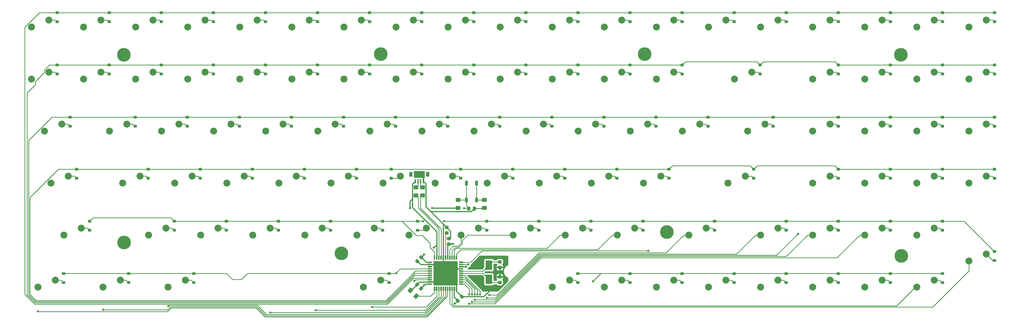
<source format=gbl>
G04 #@! TF.GenerationSoftware,KiCad,Pcbnew,(5.99.0-1278-g350696ecd)*
G04 #@! TF.CreationDate,2020-05-04T20:37:44-07:00*
G04 #@! TF.ProjectId,Keyboard - 100 Key Custom,4b657962-6f61-4726-9420-2d2031303020,rev?*
G04 #@! TF.SameCoordinates,Original*
G04 #@! TF.FileFunction,Copper,L2,Bot*
G04 #@! TF.FilePolarity,Positive*
%FSLAX46Y46*%
G04 Gerber Fmt 4.6, Leading zero omitted, Abs format (unit mm)*
G04 Created by KiCad (PCBNEW (5.99.0-1278-g350696ecd)) date 2020-05-04 20:37:44*
%MOMM*%
%LPD*%
G01*
G04 APERTURE LIST*
G04 #@! TA.AperFunction,ComponentPad*
%ADD10C,5.000000*%
G04 #@! TD*
G04 #@! TA.AperFunction,ComponentPad*
%ADD11C,2.540000*%
G04 #@! TD*
G04 #@! TA.AperFunction,SMDPad,CuDef*
%ADD12O,0.550000X1.500000*%
G04 #@! TD*
G04 #@! TA.AperFunction,SMDPad,CuDef*
%ADD13R,1.200000X1.800000*%
G04 #@! TD*
G04 #@! TA.AperFunction,SMDPad,CuDef*
%ADD14R,0.600000X1.550000*%
G04 #@! TD*
G04 #@! TA.AperFunction,SMDPad,CuDef*
%ADD15R,2.400000X3.500000*%
G04 #@! TD*
G04 #@! TA.AperFunction,SMDPad,CuDef*
%ADD16R,1.100000X1.800000*%
G04 #@! TD*
G04 #@! TA.AperFunction,ViaPad*
%ADD17C,0.800000*%
G04 #@! TD*
G04 #@! TA.AperFunction,Conductor*
%ADD18C,0.254000*%
G04 #@! TD*
G04 #@! TA.AperFunction,Conductor*
%ADD19C,0.381000*%
G04 #@! TD*
G04 #@! TA.AperFunction,Conductor*
%ADD20C,0.304800*%
G04 #@! TD*
G04 #@! TA.AperFunction,Conductor*
%ADD21C,0.298450*%
G04 #@! TD*
G04 APERTURE END LIST*
D10*
X149350000Y-32750000D03*
X245850000Y-32750000D03*
X254000000Y-98000000D03*
X135000000Y-105750000D03*
X339750000Y-106680000D03*
X339600000Y-33000000D03*
X55500000Y-101750000D03*
X55350000Y-33000000D03*
D11*
X143015000Y-118081250D03*
X149365000Y-115541250D03*
G04 #@! TA.AperFunction,SMDPad,CuDef*
G36*
X168070000Y-108770000D02*
G01*
X168070000Y-109270000D01*
X166570000Y-109270000D01*
X166570000Y-108770000D01*
X168070000Y-108770000D01*
G37*
G04 #@! TD.AperFunction*
G04 #@! TA.AperFunction,SMDPad,CuDef*
G36*
X168070000Y-109545000D02*
G01*
X168070000Y-110095000D01*
X166570000Y-110095000D01*
X166570000Y-109545000D01*
X168070000Y-109545000D01*
G37*
G04 #@! TD.AperFunction*
G04 #@! TA.AperFunction,SMDPad,CuDef*
G36*
X168070000Y-110345000D02*
G01*
X168070000Y-110895000D01*
X166570000Y-110895000D01*
X166570000Y-110345000D01*
X168070000Y-110345000D01*
G37*
G04 #@! TD.AperFunction*
G04 #@! TA.AperFunction,SMDPad,CuDef*
G36*
X168070000Y-111145000D02*
G01*
X168070000Y-111695000D01*
X166570000Y-111695000D01*
X166570000Y-111145000D01*
X168070000Y-111145000D01*
G37*
G04 #@! TD.AperFunction*
G04 #@! TA.AperFunction,SMDPad,CuDef*
G36*
X168070000Y-111945000D02*
G01*
X168070000Y-112495000D01*
X166570000Y-112495000D01*
X166570000Y-111945000D01*
X168070000Y-111945000D01*
G37*
G04 #@! TD.AperFunction*
G04 #@! TA.AperFunction,SMDPad,CuDef*
G36*
X168070000Y-112745000D02*
G01*
X168070000Y-113295000D01*
X166570000Y-113295000D01*
X166570000Y-112745000D01*
X168070000Y-112745000D01*
G37*
G04 #@! TD.AperFunction*
G04 #@! TA.AperFunction,SMDPad,CuDef*
G36*
X168070000Y-113545000D02*
G01*
X168070000Y-114095000D01*
X166570000Y-114095000D01*
X166570000Y-113545000D01*
X168070000Y-113545000D01*
G37*
G04 #@! TD.AperFunction*
G04 #@! TA.AperFunction,SMDPad,CuDef*
G36*
X168070000Y-114345000D02*
G01*
X168070000Y-114895000D01*
X166570000Y-114895000D01*
X166570000Y-114345000D01*
X168070000Y-114345000D01*
G37*
G04 #@! TD.AperFunction*
G04 #@! TA.AperFunction,SMDPad,CuDef*
G36*
X168070000Y-115145000D02*
G01*
X168070000Y-115695000D01*
X166570000Y-115695000D01*
X166570000Y-115145000D01*
X168070000Y-115145000D01*
G37*
G04 #@! TD.AperFunction*
G04 #@! TA.AperFunction,SMDPad,CuDef*
G36*
X168070000Y-115945000D02*
G01*
X168070000Y-116495000D01*
X166570000Y-116495000D01*
X166570000Y-115945000D01*
X168070000Y-115945000D01*
G37*
G04 #@! TD.AperFunction*
G04 #@! TA.AperFunction,SMDPad,CuDef*
G36*
X168070000Y-116745000D02*
G01*
X168070000Y-117295000D01*
X166570000Y-117295000D01*
X166570000Y-116745000D01*
X168070000Y-116745000D01*
G37*
G04 #@! TD.AperFunction*
G04 #@! TA.AperFunction,SMDPad,CuDef*
G36*
X168745000Y-117970000D02*
G01*
X169295000Y-117970000D01*
X169295000Y-119470000D01*
X168745000Y-119470000D01*
X168745000Y-117970000D01*
G37*
G04 #@! TD.AperFunction*
G04 #@! TA.AperFunction,SMDPad,CuDef*
G36*
X169545000Y-117970000D02*
G01*
X170095000Y-117970000D01*
X170095000Y-119470000D01*
X169545000Y-119470000D01*
X169545000Y-117970000D01*
G37*
G04 #@! TD.AperFunction*
G04 #@! TA.AperFunction,SMDPad,CuDef*
G36*
X170345000Y-117970000D02*
G01*
X170895000Y-117970000D01*
X170895000Y-119470000D01*
X170345000Y-119470000D01*
X170345000Y-117970000D01*
G37*
G04 #@! TD.AperFunction*
G04 #@! TA.AperFunction,SMDPad,CuDef*
G36*
X171145000Y-117970000D02*
G01*
X171695000Y-117970000D01*
X171695000Y-119470000D01*
X171145000Y-119470000D01*
X171145000Y-117970000D01*
G37*
G04 #@! TD.AperFunction*
G04 #@! TA.AperFunction,SMDPad,CuDef*
G36*
X171945000Y-117970000D02*
G01*
X172495000Y-117970000D01*
X172495000Y-119470000D01*
X171945000Y-119470000D01*
X171945000Y-117970000D01*
G37*
G04 #@! TD.AperFunction*
G04 #@! TA.AperFunction,SMDPad,CuDef*
G36*
X172745000Y-117970000D02*
G01*
X173295000Y-117970000D01*
X173295000Y-119470000D01*
X172745000Y-119470000D01*
X172745000Y-117970000D01*
G37*
G04 #@! TD.AperFunction*
G04 #@! TA.AperFunction,SMDPad,CuDef*
G36*
X173545000Y-117970000D02*
G01*
X174095000Y-117970000D01*
X174095000Y-119470000D01*
X173545000Y-119470000D01*
X173545000Y-117970000D01*
G37*
G04 #@! TD.AperFunction*
G04 #@! TA.AperFunction,SMDPad,CuDef*
G36*
X174345000Y-117970000D02*
G01*
X174895000Y-117970000D01*
X174895000Y-119470000D01*
X174345000Y-119470000D01*
X174345000Y-117970000D01*
G37*
G04 #@! TD.AperFunction*
G04 #@! TA.AperFunction,SMDPad,CuDef*
G36*
X175145000Y-117970000D02*
G01*
X175695000Y-117970000D01*
X175695000Y-119470000D01*
X175145000Y-119470000D01*
X175145000Y-117970000D01*
G37*
G04 #@! TD.AperFunction*
G04 #@! TA.AperFunction,SMDPad,CuDef*
G36*
X175945000Y-117970000D02*
G01*
X176495000Y-117970000D01*
X176495000Y-119470000D01*
X175945000Y-119470000D01*
X175945000Y-117970000D01*
G37*
G04 #@! TD.AperFunction*
G04 #@! TA.AperFunction,SMDPad,CuDef*
G36*
X176745000Y-117970000D02*
G01*
X177295000Y-117970000D01*
X177295000Y-119470000D01*
X176745000Y-119470000D01*
X176745000Y-117970000D01*
G37*
G04 #@! TD.AperFunction*
G04 #@! TA.AperFunction,SMDPad,CuDef*
G36*
X179470000Y-116745000D02*
G01*
X179470000Y-117295000D01*
X177970000Y-117295000D01*
X177970000Y-116745000D01*
X179470000Y-116745000D01*
G37*
G04 #@! TD.AperFunction*
G04 #@! TA.AperFunction,SMDPad,CuDef*
G36*
X179470000Y-115945000D02*
G01*
X179470000Y-116495000D01*
X177970000Y-116495000D01*
X177970000Y-115945000D01*
X179470000Y-115945000D01*
G37*
G04 #@! TD.AperFunction*
G04 #@! TA.AperFunction,SMDPad,CuDef*
G36*
X179470000Y-115145000D02*
G01*
X179470000Y-115695000D01*
X177970000Y-115695000D01*
X177970000Y-115145000D01*
X179470000Y-115145000D01*
G37*
G04 #@! TD.AperFunction*
G04 #@! TA.AperFunction,SMDPad,CuDef*
G36*
X179470000Y-114345000D02*
G01*
X179470000Y-114895000D01*
X177970000Y-114895000D01*
X177970000Y-114345000D01*
X179470000Y-114345000D01*
G37*
G04 #@! TD.AperFunction*
G04 #@! TA.AperFunction,SMDPad,CuDef*
G36*
X179470000Y-113545000D02*
G01*
X179470000Y-114095000D01*
X177970000Y-114095000D01*
X177970000Y-113545000D01*
X179470000Y-113545000D01*
G37*
G04 #@! TD.AperFunction*
G04 #@! TA.AperFunction,SMDPad,CuDef*
G36*
X179470000Y-112745000D02*
G01*
X179470000Y-113295000D01*
X177970000Y-113295000D01*
X177970000Y-112745000D01*
X179470000Y-112745000D01*
G37*
G04 #@! TD.AperFunction*
G04 #@! TA.AperFunction,SMDPad,CuDef*
G36*
X179470000Y-111945000D02*
G01*
X179470000Y-112495000D01*
X177970000Y-112495000D01*
X177970000Y-111945000D01*
X179470000Y-111945000D01*
G37*
G04 #@! TD.AperFunction*
G04 #@! TA.AperFunction,SMDPad,CuDef*
G36*
X179470000Y-111145000D02*
G01*
X179470000Y-111695000D01*
X177970000Y-111695000D01*
X177970000Y-111145000D01*
X179470000Y-111145000D01*
G37*
G04 #@! TD.AperFunction*
G04 #@! TA.AperFunction,SMDPad,CuDef*
G36*
X179470000Y-110345000D02*
G01*
X179470000Y-110895000D01*
X177970000Y-110895000D01*
X177970000Y-110345000D01*
X179470000Y-110345000D01*
G37*
G04 #@! TD.AperFunction*
G04 #@! TA.AperFunction,SMDPad,CuDef*
G36*
X179470000Y-109545000D02*
G01*
X179470000Y-110095000D01*
X177970000Y-110095000D01*
X177970000Y-109545000D01*
X179470000Y-109545000D01*
G37*
G04 #@! TD.AperFunction*
G04 #@! TA.AperFunction,SMDPad,CuDef*
G36*
X179470000Y-108745000D02*
G01*
X179470000Y-109295000D01*
X177970000Y-109295000D01*
X177970000Y-108745000D01*
X179470000Y-108745000D01*
G37*
G04 #@! TD.AperFunction*
G04 #@! TA.AperFunction,SMDPad,CuDef*
G36*
X176745000Y-106570000D02*
G01*
X177295000Y-106570000D01*
X177295000Y-108070000D01*
X176745000Y-108070000D01*
X176745000Y-106570000D01*
G37*
G04 #@! TD.AperFunction*
G04 #@! TA.AperFunction,SMDPad,CuDef*
G36*
X175945000Y-106570000D02*
G01*
X176495000Y-106570000D01*
X176495000Y-108070000D01*
X175945000Y-108070000D01*
X175945000Y-106570000D01*
G37*
G04 #@! TD.AperFunction*
G04 #@! TA.AperFunction,SMDPad,CuDef*
G36*
X175145000Y-106570000D02*
G01*
X175695000Y-106570000D01*
X175695000Y-108070000D01*
X175145000Y-108070000D01*
X175145000Y-106570000D01*
G37*
G04 #@! TD.AperFunction*
G04 #@! TA.AperFunction,SMDPad,CuDef*
G36*
X174345000Y-106570000D02*
G01*
X174895000Y-106570000D01*
X174895000Y-108070000D01*
X174345000Y-108070000D01*
X174345000Y-106570000D01*
G37*
G04 #@! TD.AperFunction*
G04 #@! TA.AperFunction,SMDPad,CuDef*
G36*
X173545000Y-106570000D02*
G01*
X174095000Y-106570000D01*
X174095000Y-108070000D01*
X173545000Y-108070000D01*
X173545000Y-106570000D01*
G37*
G04 #@! TD.AperFunction*
G04 #@! TA.AperFunction,SMDPad,CuDef*
G36*
X172745000Y-106570000D02*
G01*
X173295000Y-106570000D01*
X173295000Y-108070000D01*
X172745000Y-108070000D01*
X172745000Y-106570000D01*
G37*
G04 #@! TD.AperFunction*
G04 #@! TA.AperFunction,SMDPad,CuDef*
G36*
X171945000Y-106570000D02*
G01*
X172495000Y-106570000D01*
X172495000Y-108070000D01*
X171945000Y-108070000D01*
X171945000Y-106570000D01*
G37*
G04 #@! TD.AperFunction*
G04 #@! TA.AperFunction,SMDPad,CuDef*
G36*
X171145000Y-106570000D02*
G01*
X171695000Y-106570000D01*
X171695000Y-108070000D01*
X171145000Y-108070000D01*
X171145000Y-106570000D01*
G37*
G04 #@! TD.AperFunction*
G04 #@! TA.AperFunction,SMDPad,CuDef*
G36*
X170370000Y-106570000D02*
G01*
X170870000Y-106570000D01*
X170870000Y-108070000D01*
X170370000Y-108070000D01*
X170370000Y-106570000D01*
G37*
G04 #@! TD.AperFunction*
G04 #@! TA.AperFunction,SMDPad,CuDef*
G36*
X169570000Y-106570000D02*
G01*
X170070000Y-106570000D01*
X170070000Y-108070000D01*
X169570000Y-108070000D01*
X169570000Y-106570000D01*
G37*
G04 #@! TD.AperFunction*
D12*
X169020000Y-107320000D03*
D11*
X27921250Y-39341250D03*
X21571250Y-41881250D03*
G04 #@! TA.AperFunction,SMDPad,CuDef*
G36*
G01*
X165259590Y-85260910D02*
X164009590Y-85260910D01*
G75*
G02*
X163759590Y-85010910I0J250000D01*
G01*
X163759590Y-84085910D01*
G75*
G02*
X164009590Y-83835910I250000J0D01*
G01*
X165259590Y-83835910D01*
G75*
G02*
X165509590Y-84085910I0J-250000D01*
G01*
X165509590Y-85010910D01*
G75*
G02*
X165259590Y-85260910I-250000J0D01*
G01*
G37*
G04 #@! TD.AperFunction*
G04 #@! TA.AperFunction,SMDPad,CuDef*
G36*
G01*
X165259590Y-82285910D02*
X164009590Y-82285910D01*
G75*
G02*
X163759590Y-82035910I0J250000D01*
G01*
X163759590Y-81110910D01*
G75*
G02*
X164009590Y-80860910I250000J0D01*
G01*
X165259590Y-80860910D01*
G75*
G02*
X165509590Y-81110910I0J-250000D01*
G01*
X165509590Y-82035910D01*
G75*
G02*
X165259590Y-82285910I-250000J0D01*
G01*
G37*
G04 #@! TD.AperFunction*
X175558750Y-77441250D03*
X169208750Y-79981250D03*
G04 #@! TA.AperFunction,SMDPad,CuDef*
G36*
G01*
X161360245Y-121350128D02*
X162244128Y-120466244D01*
G75*
G02*
X162597682Y-120466244I176777J-176777D01*
G01*
X163251756Y-121120318D01*
G75*
G02*
X163251756Y-121473872I-176777J-176777D01*
G01*
X162367872Y-122357756D01*
G75*
G02*
X162014318Y-122357756I-176777J176777D01*
G01*
X161360244Y-121703682D01*
G75*
G02*
X161360244Y-121350128I176777J176777D01*
G01*
G37*
G04 #@! TD.AperFunction*
G04 #@! TA.AperFunction,SMDPad,CuDef*
G36*
G01*
X159256603Y-119246486D02*
X160140486Y-118362602D01*
G75*
G02*
X160494040Y-118362602I176777J-176777D01*
G01*
X161148114Y-119016676D01*
G75*
G02*
X161148114Y-119370230I-176777J-176777D01*
G01*
X160264230Y-120254114D01*
G75*
G02*
X159910676Y-120254114I-176777J176777D01*
G01*
X159256602Y-119600040D01*
G75*
G02*
X159256602Y-119246486I176777J176777D01*
G01*
G37*
G04 #@! TD.AperFunction*
G04 #@! TA.AperFunction,SMDPad,CuDef*
G36*
G01*
X161909647Y-117080044D02*
X162546044Y-116443647D01*
G75*
G02*
X162899596Y-116443647I176776J-176776D01*
G01*
X163359217Y-116903268D01*
G75*
G02*
X163359217Y-117256820I-176776J-176776D01*
G01*
X162722820Y-117893217D01*
G75*
G02*
X162369268Y-117893217I-176776J176776D01*
G01*
X161909647Y-117433596D01*
G75*
G02*
X161909647Y-117080044I176776J176776D01*
G01*
G37*
G04 #@! TD.AperFunction*
G04 #@! TA.AperFunction,SMDPad,CuDef*
G36*
G01*
X163359215Y-118529612D02*
X163995612Y-117893215D01*
G75*
G02*
X164349164Y-117893215I176776J-176776D01*
G01*
X164808785Y-118352836D01*
G75*
G02*
X164808785Y-118706388I-176776J-176776D01*
G01*
X164172388Y-119342785D01*
G75*
G02*
X163818836Y-119342785I-176776J176776D01*
G01*
X163359215Y-118883164D01*
G75*
G02*
X163359215Y-118529612I176776J176776D01*
G01*
G37*
G04 #@! TD.AperFunction*
X156508750Y-77441250D03*
X150158750Y-79981250D03*
X194608750Y-77441250D03*
X188258750Y-79981250D03*
G04 #@! TA.AperFunction,SMDPad,CuDef*
G36*
G01*
X37750000Y-77730000D02*
X38450000Y-77730000D01*
G75*
G02*
X38700000Y-77980000I0J-250000D01*
G01*
X38700000Y-78480000D01*
G75*
G02*
X38450000Y-78730000I-250000J0D01*
G01*
X37750000Y-78730000D01*
G75*
G02*
X37500000Y-78480000I0J250000D01*
G01*
X37500000Y-77980000D01*
G75*
G02*
X37750000Y-77730000I250000J0D01*
G01*
G37*
G04 #@! TD.AperFunction*
G04 #@! TA.AperFunction,SMDPad,CuDef*
G36*
G01*
X37750000Y-74430000D02*
X38450000Y-74430000D01*
G75*
G02*
X38700000Y-74680000I0J-250000D01*
G01*
X38700000Y-75180000D01*
G75*
G02*
X38450000Y-75430000I-250000J0D01*
G01*
X37750000Y-75430000D01*
G75*
G02*
X37500000Y-75180000I0J250000D01*
G01*
X37500000Y-74680000D01*
G75*
G02*
X37750000Y-74430000I250000J0D01*
G01*
G37*
G04 #@! TD.AperFunction*
X28715000Y-79981250D03*
X35065000Y-77441250D03*
X26333750Y-60931250D03*
X32683750Y-58391250D03*
D13*
X166544590Y-76758410D03*
X160344590Y-76758410D03*
D14*
X164944590Y-79333410D03*
X161944590Y-79333410D03*
X162944590Y-79333410D03*
X163944590Y-79333410D03*
D11*
X75546250Y-58391250D03*
X69196250Y-60931250D03*
D15*
X188859487Y-115232559D03*
X188859487Y-110032559D03*
D16*
X180670000Y-80000000D03*
X180670000Y-86200000D03*
X184370000Y-80000000D03*
X184370000Y-86200000D03*
G04 #@! TA.AperFunction,SMDPad,CuDef*
G36*
G01*
X162841591Y-85256910D02*
X161591591Y-85256910D01*
G75*
G02*
X161341591Y-85006910I0J250000D01*
G01*
X161341591Y-84081910D01*
G75*
G02*
X161591591Y-83831910I250000J0D01*
G01*
X162841591Y-83831910D01*
G75*
G02*
X163091591Y-84081910I0J-250000D01*
G01*
X163091591Y-85006910D01*
G75*
G02*
X162841591Y-85256910I-250000J0D01*
G01*
G37*
G04 #@! TD.AperFunction*
G04 #@! TA.AperFunction,SMDPad,CuDef*
G36*
G01*
X162841591Y-82281910D02*
X161591591Y-82281910D01*
G75*
G02*
X161341591Y-82031910I0J250000D01*
G01*
X161341591Y-81106910D01*
G75*
G02*
X161591591Y-80856910I250000J0D01*
G01*
X162841591Y-80856910D01*
G75*
G02*
X163091591Y-81106910I0J-250000D01*
G01*
X163091591Y-82031910D01*
G75*
G02*
X162841591Y-82281910I-250000J0D01*
G01*
G37*
G04 #@! TD.AperFunction*
G04 #@! TA.AperFunction,SMDPad,CuDef*
G36*
G01*
X177005000Y-88422500D02*
X178255000Y-88422500D01*
G75*
G02*
X178505000Y-88672500I0J-250000D01*
G01*
X178505000Y-89597500D01*
G75*
G02*
X178255000Y-89847500I-250000J0D01*
G01*
X177005000Y-89847500D01*
G75*
G02*
X176755000Y-89597500I0J250000D01*
G01*
X176755000Y-88672500D01*
G75*
G02*
X177005000Y-88422500I250000J0D01*
G01*
G37*
G04 #@! TD.AperFunction*
G04 #@! TA.AperFunction,SMDPad,CuDef*
G36*
G01*
X177005000Y-85447500D02*
X178255000Y-85447500D01*
G75*
G02*
X178505000Y-85697500I0J-250000D01*
G01*
X178505000Y-86622500D01*
G75*
G02*
X178255000Y-86872500I-250000J0D01*
G01*
X177005000Y-86872500D01*
G75*
G02*
X176755000Y-86622500I0J250000D01*
G01*
X176755000Y-85697500D01*
G75*
G02*
X177005000Y-85447500I250000J0D01*
G01*
G37*
G04 #@! TD.AperFunction*
G04 #@! TA.AperFunction,SMDPad,CuDef*
G36*
G01*
X187885000Y-86872500D02*
X186635000Y-86872500D01*
G75*
G02*
X186385000Y-86622500I0J250000D01*
G01*
X186385000Y-85697500D01*
G75*
G02*
X186635000Y-85447500I250000J0D01*
G01*
X187885000Y-85447500D01*
G75*
G02*
X188135000Y-85697500I0J-250000D01*
G01*
X188135000Y-86622500D01*
G75*
G02*
X187885000Y-86872500I-250000J0D01*
G01*
G37*
G04 #@! TD.AperFunction*
G04 #@! TA.AperFunction,SMDPad,CuDef*
G36*
G01*
X187885000Y-89847500D02*
X186635000Y-89847500D01*
G75*
G02*
X186385000Y-89597500I0J250000D01*
G01*
X186385000Y-88672500D01*
G75*
G02*
X186635000Y-88422500I250000J0D01*
G01*
X187885000Y-88422500D01*
G75*
G02*
X188135000Y-88672500I0J-250000D01*
G01*
X188135000Y-89597500D01*
G75*
G02*
X187885000Y-89847500I-250000J0D01*
G01*
G37*
G04 #@! TD.AperFunction*
G04 #@! TA.AperFunction,SMDPad,CuDef*
G36*
G01*
X173799999Y-101805000D02*
X174700001Y-101805000D01*
G75*
G02*
X174950000Y-102054999I0J-249999D01*
G01*
X174950000Y-102705001D01*
G75*
G02*
X174700001Y-102955000I-249999J0D01*
G01*
X173799999Y-102955000D01*
G75*
G02*
X173550000Y-102705001I0J249999D01*
G01*
X173550000Y-102054999D01*
G75*
G02*
X173799999Y-101805000I249999J0D01*
G01*
G37*
G04 #@! TD.AperFunction*
G04 #@! TA.AperFunction,SMDPad,CuDef*
G36*
G01*
X173799999Y-99755000D02*
X174700001Y-99755000D01*
G75*
G02*
X174950000Y-100004999I0J-249999D01*
G01*
X174950000Y-100655001D01*
G75*
G02*
X174700001Y-100905000I-249999J0D01*
G01*
X173799999Y-100905000D01*
G75*
G02*
X173550000Y-100655001I0J249999D01*
G01*
X173550000Y-100004999D01*
G75*
G02*
X173799999Y-99755000I249999J0D01*
G01*
G37*
G04 #@! TD.AperFunction*
G04 #@! TA.AperFunction,SMDPad,CuDef*
G36*
G01*
X177638820Y-122344783D02*
X178275217Y-122981180D01*
G75*
G02*
X178275217Y-123334732I-176776J-176776D01*
G01*
X177815596Y-123794353D01*
G75*
G02*
X177462044Y-123794353I-176776J176776D01*
G01*
X176825647Y-123157956D01*
G75*
G02*
X176825647Y-122804404I176776J176776D01*
G01*
X177285268Y-122344783D01*
G75*
G02*
X177638820Y-122344783I176776J-176776D01*
G01*
G37*
G04 #@! TD.AperFunction*
G04 #@! TA.AperFunction,SMDPad,CuDef*
G36*
G01*
X179088388Y-120895215D02*
X179724785Y-121531612D01*
G75*
G02*
X179724785Y-121885164I-176776J-176776D01*
G01*
X179265164Y-122344785D01*
G75*
G02*
X178911612Y-122344785I-176776J176776D01*
G01*
X178275215Y-121708388D01*
G75*
G02*
X178275215Y-121354836I176776J176776D01*
G01*
X178734836Y-120895215D01*
G75*
G02*
X179088388Y-120895215I176776J-176776D01*
G01*
G37*
G04 #@! TD.AperFunction*
G04 #@! TA.AperFunction,SMDPad,CuDef*
G36*
G01*
X164085396Y-107912785D02*
X163448999Y-107276388D01*
G75*
G02*
X163448999Y-106922836I176776J176776D01*
G01*
X163908620Y-106463215D01*
G75*
G02*
X164262172Y-106463215I176776J-176776D01*
G01*
X164898569Y-107099612D01*
G75*
G02*
X164898569Y-107453164I-176776J-176776D01*
G01*
X164438948Y-107912785D01*
G75*
G02*
X164085396Y-107912785I-176776J176776D01*
G01*
G37*
G04 #@! TD.AperFunction*
G04 #@! TA.AperFunction,SMDPad,CuDef*
G36*
G01*
X162635828Y-109362353D02*
X161999431Y-108725956D01*
G75*
G02*
X161999431Y-108372404I176776J176776D01*
G01*
X162459052Y-107912783D01*
G75*
G02*
X162812604Y-107912783I176776J-176776D01*
G01*
X163449001Y-108549180D01*
G75*
G02*
X163449001Y-108902732I-176776J-176776D01*
G01*
X162989380Y-109362353D01*
G75*
G02*
X162635828Y-109362353I-176776J176776D01*
G01*
G37*
G04 #@! TD.AperFunction*
G04 #@! TA.AperFunction,SMDPad,CuDef*
G36*
G01*
X173031999Y-95691000D02*
X173932001Y-95691000D01*
G75*
G02*
X174182000Y-95940999I0J-249999D01*
G01*
X174182000Y-96591001D01*
G75*
G02*
X173932001Y-96841000I-249999J0D01*
G01*
X173031999Y-96841000D01*
G75*
G02*
X172782000Y-96591001I0J249999D01*
G01*
X172782000Y-95940999D01*
G75*
G02*
X173031999Y-95691000I249999J0D01*
G01*
G37*
G04 #@! TD.AperFunction*
G04 #@! TA.AperFunction,SMDPad,CuDef*
G36*
G01*
X173031999Y-97741000D02*
X173932001Y-97741000D01*
G75*
G02*
X174182000Y-97990999I0J-249999D01*
G01*
X174182000Y-98641001D01*
G75*
G02*
X173932001Y-98891000I-249999J0D01*
G01*
X173031999Y-98891000D01*
G75*
G02*
X172782000Y-98641001I0J249999D01*
G01*
X172782000Y-97990999D01*
G75*
G02*
X173031999Y-97741000I249999J0D01*
G01*
G37*
G04 #@! TD.AperFunction*
G04 #@! TA.AperFunction,SMDPad,CuDef*
G36*
G01*
X193329488Y-109437560D02*
X192429486Y-109437560D01*
G75*
G02*
X192179487Y-109187561I0J249999D01*
G01*
X192179487Y-108537559D01*
G75*
G02*
X192429486Y-108287560I249999J0D01*
G01*
X193329488Y-108287560D01*
G75*
G02*
X193579487Y-108537559I0J-249999D01*
G01*
X193579487Y-109187561D01*
G75*
G02*
X193329488Y-109437560I-249999J0D01*
G01*
G37*
G04 #@! TD.AperFunction*
G04 #@! TA.AperFunction,SMDPad,CuDef*
G36*
G01*
X193329488Y-111487560D02*
X192429486Y-111487560D01*
G75*
G02*
X192179487Y-111237561I0J249999D01*
G01*
X192179487Y-110587559D01*
G75*
G02*
X192429486Y-110337560I249999J0D01*
G01*
X193329488Y-110337560D01*
G75*
G02*
X193579487Y-110587559I0J-249999D01*
G01*
X193579487Y-111237561D01*
G75*
G02*
X193329488Y-111487560I-249999J0D01*
G01*
G37*
G04 #@! TD.AperFunction*
G04 #@! TA.AperFunction,SMDPad,CuDef*
G36*
G01*
X192429489Y-115837560D02*
X193329491Y-115837560D01*
G75*
G02*
X193579490Y-116087559I0J-249999D01*
G01*
X193579490Y-116737561D01*
G75*
G02*
X193329491Y-116987560I-249999J0D01*
G01*
X192429489Y-116987560D01*
G75*
G02*
X192179490Y-116737561I0J249999D01*
G01*
X192179490Y-116087559D01*
G75*
G02*
X192429489Y-115837560I249999J0D01*
G01*
G37*
G04 #@! TD.AperFunction*
G04 #@! TA.AperFunction,SMDPad,CuDef*
G36*
G01*
X192429489Y-113787560D02*
X193329491Y-113787560D01*
G75*
G02*
X193579490Y-114037559I0J-249999D01*
G01*
X193579490Y-114687561D01*
G75*
G02*
X193329491Y-114937560I-249999J0D01*
G01*
X192429489Y-114937560D01*
G75*
G02*
X192179490Y-114687561I0J249999D01*
G01*
X192179490Y-114037559D01*
G75*
G02*
X192429489Y-113787560I249999J0D01*
G01*
G37*
G04 #@! TD.AperFunction*
G04 #@! TA.AperFunction,SMDPad,CuDef*
G36*
G01*
X180960000Y-89800001D02*
X180960000Y-88899999D01*
G75*
G02*
X181209999Y-88650000I249999J0D01*
G01*
X181860001Y-88650000D01*
G75*
G02*
X182110000Y-88899999I0J-249999D01*
G01*
X182110000Y-89800001D01*
G75*
G02*
X181860001Y-90050000I-249999J0D01*
G01*
X181209999Y-90050000D01*
G75*
G02*
X180960000Y-89800001I0J249999D01*
G01*
G37*
G04 #@! TD.AperFunction*
G04 #@! TA.AperFunction,SMDPad,CuDef*
G36*
G01*
X183010000Y-89800001D02*
X183010000Y-88899999D01*
G75*
G02*
X183259999Y-88650000I249999J0D01*
G01*
X183910001Y-88650000D01*
G75*
G02*
X184160000Y-88899999I0J-249999D01*
G01*
X184160000Y-89800001D01*
G75*
G02*
X183910001Y-90050000I-249999J0D01*
G01*
X183259999Y-90050000D01*
G75*
G02*
X183010000Y-89800001I0J249999D01*
G01*
G37*
G04 #@! TD.AperFunction*
D11*
X370821250Y-106016250D03*
X364471250Y-108556250D03*
X370821250Y-77441250D03*
X364471250Y-79981250D03*
X370821250Y-58391250D03*
X364471250Y-60931250D03*
X370821250Y-39341250D03*
X364471250Y-41881250D03*
X370821250Y-20291250D03*
X364471250Y-22831250D03*
X351771250Y-115541250D03*
X345421250Y-118081250D03*
X351771250Y-96491250D03*
X345421250Y-99031250D03*
X351771250Y-77441250D03*
X345421250Y-79981250D03*
X351771250Y-58391250D03*
X345421250Y-60931250D03*
X351771250Y-39341250D03*
X345421250Y-41881250D03*
X351771250Y-20291250D03*
X345421250Y-22831250D03*
X332721250Y-115541250D03*
X326371250Y-118081250D03*
X332721250Y-96491250D03*
X326371250Y-99031250D03*
X332721250Y-77441250D03*
X326371250Y-79981250D03*
X332721250Y-58391250D03*
X326371250Y-60931250D03*
X332721250Y-39341250D03*
X326371250Y-41881250D03*
X332721250Y-20291250D03*
X326371250Y-22831250D03*
X313671250Y-115541250D03*
X307321250Y-118081250D03*
X313671250Y-96491250D03*
X307321250Y-99031250D03*
X313671250Y-77441250D03*
X307321250Y-79981250D03*
X313671250Y-58391250D03*
X307321250Y-60931250D03*
X313671250Y-39341250D03*
X307321250Y-41881250D03*
X313671250Y-20291250D03*
X307321250Y-22831250D03*
X294621250Y-20291250D03*
X288271250Y-22831250D03*
X294621250Y-115541250D03*
X288271250Y-118081250D03*
X294621250Y-96491250D03*
X288271250Y-99031250D03*
X276365000Y-79981250D03*
X282715000Y-77441250D03*
X283508750Y-60931250D03*
X289858750Y-58391250D03*
X278746250Y-41881250D03*
X285096250Y-39341250D03*
X275571250Y-20291250D03*
X269221250Y-22831250D03*
X275571250Y-115541250D03*
X269221250Y-118081250D03*
X262077500Y-99031250D03*
X268427500Y-96491250D03*
X266046250Y-58391250D03*
X259696250Y-60931250D03*
X256521250Y-39341250D03*
X250171250Y-41881250D03*
X256521250Y-20291250D03*
X250171250Y-22831250D03*
X256521250Y-115541250D03*
X250171250Y-118081250D03*
X251758750Y-77441250D03*
X245408750Y-79981250D03*
X246996250Y-58391250D03*
X240646250Y-60931250D03*
X237471250Y-39341250D03*
X231121250Y-41881250D03*
X237471250Y-20291250D03*
X231121250Y-22831250D03*
X237471250Y-115541250D03*
X231121250Y-118081250D03*
X242233750Y-96491250D03*
X235883750Y-99031250D03*
X232708750Y-77441250D03*
X226358750Y-79981250D03*
X227946250Y-58391250D03*
X221596250Y-60931250D03*
X218421250Y-39341250D03*
X212071250Y-41881250D03*
X218421250Y-20291250D03*
X212071250Y-22831250D03*
X218421250Y-115541250D03*
X212071250Y-118081250D03*
X223183750Y-96491250D03*
X216833750Y-99031250D03*
X213658750Y-77441250D03*
X207308750Y-79981250D03*
X208896250Y-58391250D03*
X202546250Y-60931250D03*
X199371250Y-39341250D03*
X193021250Y-41881250D03*
X199371250Y-20291250D03*
X193021250Y-22831250D03*
X204133750Y-96491250D03*
X197783750Y-99031250D03*
X189846250Y-58391250D03*
X183496250Y-60931250D03*
X180321250Y-39341250D03*
X173971250Y-41881250D03*
X180321250Y-20291250D03*
X173971250Y-22831250D03*
X185083750Y-96491250D03*
X178733750Y-99031250D03*
X170796250Y-58391250D03*
X164446250Y-60931250D03*
X161271250Y-39341250D03*
X154921250Y-41881250D03*
X161271250Y-20291250D03*
X154921250Y-22831250D03*
X166033750Y-96491250D03*
X159683750Y-99031250D03*
X151746250Y-58391250D03*
X145396250Y-60931250D03*
X142221250Y-39341250D03*
X135871250Y-41881250D03*
X142221250Y-20291250D03*
X135871250Y-22831250D03*
X146983750Y-96491250D03*
X140633750Y-99031250D03*
X137458750Y-77441250D03*
X131108750Y-79981250D03*
X132696250Y-58391250D03*
X126346250Y-60931250D03*
X123171250Y-39341250D03*
X116821250Y-41881250D03*
X123171250Y-20291250D03*
X116821250Y-22831250D03*
X127933750Y-96491250D03*
X121583750Y-99031250D03*
X118408750Y-77441250D03*
X112058750Y-79981250D03*
X113646250Y-58391250D03*
X107296250Y-60931250D03*
X104121250Y-39341250D03*
X97771250Y-41881250D03*
X104121250Y-20291250D03*
X97771250Y-22831250D03*
X108883750Y-96491250D03*
X102533750Y-99031250D03*
X99358750Y-77441250D03*
X93008750Y-79981250D03*
X94596250Y-58391250D03*
X88246250Y-60931250D03*
X85071250Y-39341250D03*
X78721250Y-41881250D03*
X85071250Y-20291250D03*
X78721250Y-22831250D03*
X71577500Y-118081250D03*
X77927500Y-115541250D03*
X89833750Y-96491250D03*
X83483750Y-99031250D03*
X80308750Y-77441250D03*
X73958750Y-79981250D03*
X66021250Y-39341250D03*
X59671250Y-41881250D03*
X66021250Y-20291250D03*
X59671250Y-22831250D03*
X47765000Y-118081250D03*
X54115000Y-115541250D03*
X70783750Y-96491250D03*
X64433750Y-99031250D03*
X61258750Y-77441250D03*
X54908750Y-79981250D03*
X56496250Y-58391250D03*
X50146250Y-60931250D03*
X46971250Y-39341250D03*
X40621250Y-41881250D03*
X46971250Y-20291250D03*
X40621250Y-22831250D03*
X23952500Y-118081250D03*
X30302500Y-115541250D03*
X33477500Y-99031250D03*
X39827500Y-96491250D03*
X27921250Y-20291250D03*
X21571250Y-22831250D03*
G04 #@! TA.AperFunction,SMDPad,CuDef*
G36*
G01*
X373494029Y-107881250D02*
X374194029Y-107881250D01*
G75*
G02*
X374444029Y-108131250I0J-250000D01*
G01*
X374444029Y-108631250D01*
G75*
G02*
X374194029Y-108881250I-250000J0D01*
G01*
X373494029Y-108881250D01*
G75*
G02*
X373244029Y-108631250I0J250000D01*
G01*
X373244029Y-108131250D01*
G75*
G02*
X373494029Y-107881250I250000J0D01*
G01*
G37*
G04 #@! TD.AperFunction*
G04 #@! TA.AperFunction,SMDPad,CuDef*
G36*
G01*
X373494029Y-104581250D02*
X374194029Y-104581250D01*
G75*
G02*
X374444029Y-104831250I0J-250000D01*
G01*
X374444029Y-105331250D01*
G75*
G02*
X374194029Y-105581250I-250000J0D01*
G01*
X373494029Y-105581250D01*
G75*
G02*
X373244029Y-105331250I0J250000D01*
G01*
X373244029Y-104831250D01*
G75*
G02*
X373494029Y-104581250I250000J0D01*
G01*
G37*
G04 #@! TD.AperFunction*
G04 #@! TA.AperFunction,SMDPad,CuDef*
G36*
G01*
X373501250Y-77730000D02*
X374201250Y-77730000D01*
G75*
G02*
X374451250Y-77980000I0J-250000D01*
G01*
X374451250Y-78480000D01*
G75*
G02*
X374201250Y-78730000I-250000J0D01*
G01*
X373501250Y-78730000D01*
G75*
G02*
X373251250Y-78480000I0J250000D01*
G01*
X373251250Y-77980000D01*
G75*
G02*
X373501250Y-77730000I250000J0D01*
G01*
G37*
G04 #@! TD.AperFunction*
G04 #@! TA.AperFunction,SMDPad,CuDef*
G36*
G01*
X373501250Y-74430000D02*
X374201250Y-74430000D01*
G75*
G02*
X374451250Y-74680000I0J-250000D01*
G01*
X374451250Y-75180000D01*
G75*
G02*
X374201250Y-75430000I-250000J0D01*
G01*
X373501250Y-75430000D01*
G75*
G02*
X373251250Y-75180000I0J250000D01*
G01*
X373251250Y-74680000D01*
G75*
G02*
X373501250Y-74430000I250000J0D01*
G01*
G37*
G04 #@! TD.AperFunction*
G04 #@! TA.AperFunction,SMDPad,CuDef*
G36*
G01*
X373501250Y-58690000D02*
X374201250Y-58690000D01*
G75*
G02*
X374451250Y-58940000I0J-250000D01*
G01*
X374451250Y-59440000D01*
G75*
G02*
X374201250Y-59690000I-250000J0D01*
G01*
X373501250Y-59690000D01*
G75*
G02*
X373251250Y-59440000I0J250000D01*
G01*
X373251250Y-58940000D01*
G75*
G02*
X373501250Y-58690000I250000J0D01*
G01*
G37*
G04 #@! TD.AperFunction*
G04 #@! TA.AperFunction,SMDPad,CuDef*
G36*
G01*
X373501250Y-55390000D02*
X374201250Y-55390000D01*
G75*
G02*
X374451250Y-55640000I0J-250000D01*
G01*
X374451250Y-56140000D01*
G75*
G02*
X374201250Y-56390000I-250000J0D01*
G01*
X373501250Y-56390000D01*
G75*
G02*
X373251250Y-56140000I0J250000D01*
G01*
X373251250Y-55640000D01*
G75*
G02*
X373501250Y-55390000I250000J0D01*
G01*
G37*
G04 #@! TD.AperFunction*
G04 #@! TA.AperFunction,SMDPad,CuDef*
G36*
G01*
X373511250Y-39558999D02*
X374211250Y-39558999D01*
G75*
G02*
X374461250Y-39808999I0J-250000D01*
G01*
X374461250Y-40308999D01*
G75*
G02*
X374211250Y-40558999I-250000J0D01*
G01*
X373511250Y-40558999D01*
G75*
G02*
X373261250Y-40308999I0J250000D01*
G01*
X373261250Y-39808999D01*
G75*
G02*
X373511250Y-39558999I250000J0D01*
G01*
G37*
G04 #@! TD.AperFunction*
G04 #@! TA.AperFunction,SMDPad,CuDef*
G36*
G01*
X373511250Y-36258999D02*
X374211250Y-36258999D01*
G75*
G02*
X374461250Y-36508999I0J-250000D01*
G01*
X374461250Y-37008999D01*
G75*
G02*
X374211250Y-37258999I-250000J0D01*
G01*
X373511250Y-37258999D01*
G75*
G02*
X373261250Y-37008999I0J250000D01*
G01*
X373261250Y-36508999D01*
G75*
G02*
X373511250Y-36258999I250000J0D01*
G01*
G37*
G04 #@! TD.AperFunction*
G04 #@! TA.AperFunction,SMDPad,CuDef*
G36*
G01*
X373521250Y-20382999D02*
X374221250Y-20382999D01*
G75*
G02*
X374471250Y-20632999I0J-250000D01*
G01*
X374471250Y-21132999D01*
G75*
G02*
X374221250Y-21382999I-250000J0D01*
G01*
X373521250Y-21382999D01*
G75*
G02*
X373271250Y-21132999I0J250000D01*
G01*
X373271250Y-20632999D01*
G75*
G02*
X373521250Y-20382999I250000J0D01*
G01*
G37*
G04 #@! TD.AperFunction*
G04 #@! TA.AperFunction,SMDPad,CuDef*
G36*
G01*
X373521250Y-17082999D02*
X374221250Y-17082999D01*
G75*
G02*
X374471250Y-17332999I0J-250000D01*
G01*
X374471250Y-17832999D01*
G75*
G02*
X374221250Y-18082999I-250000J0D01*
G01*
X373521250Y-18082999D01*
G75*
G02*
X373271250Y-17832999I0J250000D01*
G01*
X373271250Y-17332999D01*
G75*
G02*
X373521250Y-17082999I250000J0D01*
G01*
G37*
G04 #@! TD.AperFunction*
G04 #@! TA.AperFunction,SMDPad,CuDef*
G36*
G01*
X354451250Y-112658000D02*
X355151250Y-112658000D01*
G75*
G02*
X355401250Y-112908000I0J-250000D01*
G01*
X355401250Y-113408000D01*
G75*
G02*
X355151250Y-113658000I-250000J0D01*
G01*
X354451250Y-113658000D01*
G75*
G02*
X354201250Y-113408000I0J250000D01*
G01*
X354201250Y-112908000D01*
G75*
G02*
X354451250Y-112658000I250000J0D01*
G01*
G37*
G04 #@! TD.AperFunction*
G04 #@! TA.AperFunction,SMDPad,CuDef*
G36*
G01*
X354451250Y-115958000D02*
X355151250Y-115958000D01*
G75*
G02*
X355401250Y-116208000I0J-250000D01*
G01*
X355401250Y-116708000D01*
G75*
G02*
X355151250Y-116958000I-250000J0D01*
G01*
X354451250Y-116958000D01*
G75*
G02*
X354201250Y-116708000I0J250000D01*
G01*
X354201250Y-116208000D01*
G75*
G02*
X354451250Y-115958000I250000J0D01*
G01*
G37*
G04 #@! TD.AperFunction*
G04 #@! TA.AperFunction,SMDPad,CuDef*
G36*
G01*
X354454166Y-96780000D02*
X355154166Y-96780000D01*
G75*
G02*
X355404166Y-97030000I0J-250000D01*
G01*
X355404166Y-97530000D01*
G75*
G02*
X355154166Y-97780000I-250000J0D01*
G01*
X354454166Y-97780000D01*
G75*
G02*
X354204166Y-97530000I0J250000D01*
G01*
X354204166Y-97030000D01*
G75*
G02*
X354454166Y-96780000I250000J0D01*
G01*
G37*
G04 #@! TD.AperFunction*
G04 #@! TA.AperFunction,SMDPad,CuDef*
G36*
G01*
X354454166Y-93480000D02*
X355154166Y-93480000D01*
G75*
G02*
X355404166Y-93730000I0J-250000D01*
G01*
X355404166Y-94230000D01*
G75*
G02*
X355154166Y-94480000I-250000J0D01*
G01*
X354454166Y-94480000D01*
G75*
G02*
X354204166Y-94230000I0J250000D01*
G01*
X354204166Y-93730000D01*
G75*
G02*
X354454166Y-93480000I250000J0D01*
G01*
G37*
G04 #@! TD.AperFunction*
G04 #@! TA.AperFunction,SMDPad,CuDef*
G36*
G01*
X354441250Y-77730000D02*
X355141250Y-77730000D01*
G75*
G02*
X355391250Y-77980000I0J-250000D01*
G01*
X355391250Y-78480000D01*
G75*
G02*
X355141250Y-78730000I-250000J0D01*
G01*
X354441250Y-78730000D01*
G75*
G02*
X354191250Y-78480000I0J250000D01*
G01*
X354191250Y-77980000D01*
G75*
G02*
X354441250Y-77730000I250000J0D01*
G01*
G37*
G04 #@! TD.AperFunction*
G04 #@! TA.AperFunction,SMDPad,CuDef*
G36*
G01*
X354441250Y-74430000D02*
X355141250Y-74430000D01*
G75*
G02*
X355391250Y-74680000I0J-250000D01*
G01*
X355391250Y-75180000D01*
G75*
G02*
X355141250Y-75430000I-250000J0D01*
G01*
X354441250Y-75430000D01*
G75*
G02*
X354191250Y-75180000I0J250000D01*
G01*
X354191250Y-74680000D01*
G75*
G02*
X354441250Y-74430000I250000J0D01*
G01*
G37*
G04 #@! TD.AperFunction*
G04 #@! TA.AperFunction,SMDPad,CuDef*
G36*
G01*
X354441250Y-58690000D02*
X355141250Y-58690000D01*
G75*
G02*
X355391250Y-58940000I0J-250000D01*
G01*
X355391250Y-59440000D01*
G75*
G02*
X355141250Y-59690000I-250000J0D01*
G01*
X354441250Y-59690000D01*
G75*
G02*
X354191250Y-59440000I0J250000D01*
G01*
X354191250Y-58940000D01*
G75*
G02*
X354441250Y-58690000I250000J0D01*
G01*
G37*
G04 #@! TD.AperFunction*
G04 #@! TA.AperFunction,SMDPad,CuDef*
G36*
G01*
X354441250Y-55390000D02*
X355141250Y-55390000D01*
G75*
G02*
X355391250Y-55640000I0J-250000D01*
G01*
X355391250Y-56140000D01*
G75*
G02*
X355141250Y-56390000I-250000J0D01*
G01*
X354441250Y-56390000D01*
G75*
G02*
X354191250Y-56140000I0J250000D01*
G01*
X354191250Y-55640000D01*
G75*
G02*
X354441250Y-55390000I250000J0D01*
G01*
G37*
G04 #@! TD.AperFunction*
G04 #@! TA.AperFunction,SMDPad,CuDef*
G36*
G01*
X354471250Y-39558999D02*
X355171250Y-39558999D01*
G75*
G02*
X355421250Y-39808999I0J-250000D01*
G01*
X355421250Y-40308999D01*
G75*
G02*
X355171250Y-40558999I-250000J0D01*
G01*
X354471250Y-40558999D01*
G75*
G02*
X354221250Y-40308999I0J250000D01*
G01*
X354221250Y-39808999D01*
G75*
G02*
X354471250Y-39558999I250000J0D01*
G01*
G37*
G04 #@! TD.AperFunction*
G04 #@! TA.AperFunction,SMDPad,CuDef*
G36*
G01*
X354471250Y-36258999D02*
X355171250Y-36258999D01*
G75*
G02*
X355421250Y-36508999I0J-250000D01*
G01*
X355421250Y-37008999D01*
G75*
G02*
X355171250Y-37258999I-250000J0D01*
G01*
X354471250Y-37258999D01*
G75*
G02*
X354221250Y-37008999I0J250000D01*
G01*
X354221250Y-36508999D01*
G75*
G02*
X354471250Y-36258999I250000J0D01*
G01*
G37*
G04 #@! TD.AperFunction*
G04 #@! TA.AperFunction,SMDPad,CuDef*
G36*
G01*
X354471250Y-20382999D02*
X355171250Y-20382999D01*
G75*
G02*
X355421250Y-20632999I0J-250000D01*
G01*
X355421250Y-21132999D01*
G75*
G02*
X355171250Y-21382999I-250000J0D01*
G01*
X354471250Y-21382999D01*
G75*
G02*
X354221250Y-21132999I0J250000D01*
G01*
X354221250Y-20632999D01*
G75*
G02*
X354471250Y-20382999I250000J0D01*
G01*
G37*
G04 #@! TD.AperFunction*
G04 #@! TA.AperFunction,SMDPad,CuDef*
G36*
G01*
X354471250Y-17082999D02*
X355171250Y-17082999D01*
G75*
G02*
X355421250Y-17332999I0J-250000D01*
G01*
X355421250Y-17832999D01*
G75*
G02*
X355171250Y-18082999I-250000J0D01*
G01*
X354471250Y-18082999D01*
G75*
G02*
X354221250Y-17832999I0J250000D01*
G01*
X354221250Y-17332999D01*
G75*
G02*
X354471250Y-17082999I250000J0D01*
G01*
G37*
G04 #@! TD.AperFunction*
G04 #@! TA.AperFunction,SMDPad,CuDef*
G36*
G01*
X335401250Y-112668000D02*
X336101250Y-112668000D01*
G75*
G02*
X336351250Y-112918000I0J-250000D01*
G01*
X336351250Y-113418000D01*
G75*
G02*
X336101250Y-113668000I-250000J0D01*
G01*
X335401250Y-113668000D01*
G75*
G02*
X335151250Y-113418000I0J250000D01*
G01*
X335151250Y-112918000D01*
G75*
G02*
X335401250Y-112668000I250000J0D01*
G01*
G37*
G04 #@! TD.AperFunction*
G04 #@! TA.AperFunction,SMDPad,CuDef*
G36*
G01*
X335401250Y-115968000D02*
X336101250Y-115968000D01*
G75*
G02*
X336351250Y-116218000I0J-250000D01*
G01*
X336351250Y-116718000D01*
G75*
G02*
X336101250Y-116968000I-250000J0D01*
G01*
X335401250Y-116968000D01*
G75*
G02*
X335151250Y-116718000I0J250000D01*
G01*
X335151250Y-116218000D01*
G75*
G02*
X335401250Y-115968000I250000J0D01*
G01*
G37*
G04 #@! TD.AperFunction*
G04 #@! TA.AperFunction,SMDPad,CuDef*
G36*
G01*
X335401250Y-96780000D02*
X336101250Y-96780000D01*
G75*
G02*
X336351250Y-97030000I0J-250000D01*
G01*
X336351250Y-97530000D01*
G75*
G02*
X336101250Y-97780000I-250000J0D01*
G01*
X335401250Y-97780000D01*
G75*
G02*
X335151250Y-97530000I0J250000D01*
G01*
X335151250Y-97030000D01*
G75*
G02*
X335401250Y-96780000I250000J0D01*
G01*
G37*
G04 #@! TD.AperFunction*
G04 #@! TA.AperFunction,SMDPad,CuDef*
G36*
G01*
X335401250Y-93480000D02*
X336101250Y-93480000D01*
G75*
G02*
X336351250Y-93730000I0J-250000D01*
G01*
X336351250Y-94230000D01*
G75*
G02*
X336101250Y-94480000I-250000J0D01*
G01*
X335401250Y-94480000D01*
G75*
G02*
X335151250Y-94230000I0J250000D01*
G01*
X335151250Y-93730000D01*
G75*
G02*
X335401250Y-93480000I250000J0D01*
G01*
G37*
G04 #@! TD.AperFunction*
G04 #@! TA.AperFunction,SMDPad,CuDef*
G36*
G01*
X335401250Y-77730000D02*
X336101250Y-77730000D01*
G75*
G02*
X336351250Y-77980000I0J-250000D01*
G01*
X336351250Y-78480000D01*
G75*
G02*
X336101250Y-78730000I-250000J0D01*
G01*
X335401250Y-78730000D01*
G75*
G02*
X335151250Y-78480000I0J250000D01*
G01*
X335151250Y-77980000D01*
G75*
G02*
X335401250Y-77730000I250000J0D01*
G01*
G37*
G04 #@! TD.AperFunction*
G04 #@! TA.AperFunction,SMDPad,CuDef*
G36*
G01*
X335401250Y-74430000D02*
X336101250Y-74430000D01*
G75*
G02*
X336351250Y-74680000I0J-250000D01*
G01*
X336351250Y-75180000D01*
G75*
G02*
X336101250Y-75430000I-250000J0D01*
G01*
X335401250Y-75430000D01*
G75*
G02*
X335151250Y-75180000I0J250000D01*
G01*
X335151250Y-74680000D01*
G75*
G02*
X335401250Y-74430000I250000J0D01*
G01*
G37*
G04 #@! TD.AperFunction*
G04 #@! TA.AperFunction,SMDPad,CuDef*
G36*
G01*
X335401250Y-58690000D02*
X336101250Y-58690000D01*
G75*
G02*
X336351250Y-58940000I0J-250000D01*
G01*
X336351250Y-59440000D01*
G75*
G02*
X336101250Y-59690000I-250000J0D01*
G01*
X335401250Y-59690000D01*
G75*
G02*
X335151250Y-59440000I0J250000D01*
G01*
X335151250Y-58940000D01*
G75*
G02*
X335401250Y-58690000I250000J0D01*
G01*
G37*
G04 #@! TD.AperFunction*
G04 #@! TA.AperFunction,SMDPad,CuDef*
G36*
G01*
X335401250Y-55390000D02*
X336101250Y-55390000D01*
G75*
G02*
X336351250Y-55640000I0J-250000D01*
G01*
X336351250Y-56140000D01*
G75*
G02*
X336101250Y-56390000I-250000J0D01*
G01*
X335401250Y-56390000D01*
G75*
G02*
X335151250Y-56140000I0J250000D01*
G01*
X335151250Y-55640000D01*
G75*
G02*
X335401250Y-55390000I250000J0D01*
G01*
G37*
G04 #@! TD.AperFunction*
G04 #@! TA.AperFunction,SMDPad,CuDef*
G36*
G01*
X335411250Y-39558999D02*
X336111250Y-39558999D01*
G75*
G02*
X336361250Y-39808999I0J-250000D01*
G01*
X336361250Y-40308999D01*
G75*
G02*
X336111250Y-40558999I-250000J0D01*
G01*
X335411250Y-40558999D01*
G75*
G02*
X335161250Y-40308999I0J250000D01*
G01*
X335161250Y-39808999D01*
G75*
G02*
X335411250Y-39558999I250000J0D01*
G01*
G37*
G04 #@! TD.AperFunction*
G04 #@! TA.AperFunction,SMDPad,CuDef*
G36*
G01*
X335411250Y-36258999D02*
X336111250Y-36258999D01*
G75*
G02*
X336361250Y-36508999I0J-250000D01*
G01*
X336361250Y-37008999D01*
G75*
G02*
X336111250Y-37258999I-250000J0D01*
G01*
X335411250Y-37258999D01*
G75*
G02*
X335161250Y-37008999I0J250000D01*
G01*
X335161250Y-36508999D01*
G75*
G02*
X335411250Y-36258999I250000J0D01*
G01*
G37*
G04 #@! TD.AperFunction*
G04 #@! TA.AperFunction,SMDPad,CuDef*
G36*
G01*
X335421250Y-20382999D02*
X336121250Y-20382999D01*
G75*
G02*
X336371250Y-20632999I0J-250000D01*
G01*
X336371250Y-21132999D01*
G75*
G02*
X336121250Y-21382999I-250000J0D01*
G01*
X335421250Y-21382999D01*
G75*
G02*
X335171250Y-21132999I0J250000D01*
G01*
X335171250Y-20632999D01*
G75*
G02*
X335421250Y-20382999I250000J0D01*
G01*
G37*
G04 #@! TD.AperFunction*
G04 #@! TA.AperFunction,SMDPad,CuDef*
G36*
G01*
X335421250Y-17082999D02*
X336121250Y-17082999D01*
G75*
G02*
X336371250Y-17332999I0J-250000D01*
G01*
X336371250Y-17832999D01*
G75*
G02*
X336121250Y-18082999I-250000J0D01*
G01*
X335421250Y-18082999D01*
G75*
G02*
X335171250Y-17832999I0J250000D01*
G01*
X335171250Y-17332999D01*
G75*
G02*
X335421250Y-17082999I250000J0D01*
G01*
G37*
G04 #@! TD.AperFunction*
G04 #@! TA.AperFunction,SMDPad,CuDef*
G36*
G01*
X316341250Y-112668000D02*
X317041250Y-112668000D01*
G75*
G02*
X317291250Y-112918000I0J-250000D01*
G01*
X317291250Y-113418000D01*
G75*
G02*
X317041250Y-113668000I-250000J0D01*
G01*
X316341250Y-113668000D01*
G75*
G02*
X316091250Y-113418000I0J250000D01*
G01*
X316091250Y-112918000D01*
G75*
G02*
X316341250Y-112668000I250000J0D01*
G01*
G37*
G04 #@! TD.AperFunction*
G04 #@! TA.AperFunction,SMDPad,CuDef*
G36*
G01*
X316341250Y-115968000D02*
X317041250Y-115968000D01*
G75*
G02*
X317291250Y-116218000I0J-250000D01*
G01*
X317291250Y-116718000D01*
G75*
G02*
X317041250Y-116968000I-250000J0D01*
G01*
X316341250Y-116968000D01*
G75*
G02*
X316091250Y-116718000I0J250000D01*
G01*
X316091250Y-116218000D01*
G75*
G02*
X316341250Y-115968000I250000J0D01*
G01*
G37*
G04 #@! TD.AperFunction*
G04 #@! TA.AperFunction,SMDPad,CuDef*
G36*
G01*
X316341250Y-96780000D02*
X317041250Y-96780000D01*
G75*
G02*
X317291250Y-97030000I0J-250000D01*
G01*
X317291250Y-97530000D01*
G75*
G02*
X317041250Y-97780000I-250000J0D01*
G01*
X316341250Y-97780000D01*
G75*
G02*
X316091250Y-97530000I0J250000D01*
G01*
X316091250Y-97030000D01*
G75*
G02*
X316341250Y-96780000I250000J0D01*
G01*
G37*
G04 #@! TD.AperFunction*
G04 #@! TA.AperFunction,SMDPad,CuDef*
G36*
G01*
X316341250Y-93480000D02*
X317041250Y-93480000D01*
G75*
G02*
X317291250Y-93730000I0J-250000D01*
G01*
X317291250Y-94230000D01*
G75*
G02*
X317041250Y-94480000I-250000J0D01*
G01*
X316341250Y-94480000D01*
G75*
G02*
X316091250Y-94230000I0J250000D01*
G01*
X316091250Y-93730000D01*
G75*
G02*
X316341250Y-93480000I250000J0D01*
G01*
G37*
G04 #@! TD.AperFunction*
G04 #@! TA.AperFunction,SMDPad,CuDef*
G36*
G01*
X316351250Y-77730000D02*
X317051250Y-77730000D01*
G75*
G02*
X317301250Y-77980000I0J-250000D01*
G01*
X317301250Y-78480000D01*
G75*
G02*
X317051250Y-78730000I-250000J0D01*
G01*
X316351250Y-78730000D01*
G75*
G02*
X316101250Y-78480000I0J250000D01*
G01*
X316101250Y-77980000D01*
G75*
G02*
X316351250Y-77730000I250000J0D01*
G01*
G37*
G04 #@! TD.AperFunction*
G04 #@! TA.AperFunction,SMDPad,CuDef*
G36*
G01*
X316351250Y-74430000D02*
X317051250Y-74430000D01*
G75*
G02*
X317301250Y-74680000I0J-250000D01*
G01*
X317301250Y-75180000D01*
G75*
G02*
X317051250Y-75430000I-250000J0D01*
G01*
X316351250Y-75430000D01*
G75*
G02*
X316101250Y-75180000I0J250000D01*
G01*
X316101250Y-74680000D01*
G75*
G02*
X316351250Y-74430000I250000J0D01*
G01*
G37*
G04 #@! TD.AperFunction*
G04 #@! TA.AperFunction,SMDPad,CuDef*
G36*
G01*
X316351250Y-58690000D02*
X317051250Y-58690000D01*
G75*
G02*
X317301250Y-58940000I0J-250000D01*
G01*
X317301250Y-59440000D01*
G75*
G02*
X317051250Y-59690000I-250000J0D01*
G01*
X316351250Y-59690000D01*
G75*
G02*
X316101250Y-59440000I0J250000D01*
G01*
X316101250Y-58940000D01*
G75*
G02*
X316351250Y-58690000I250000J0D01*
G01*
G37*
G04 #@! TD.AperFunction*
G04 #@! TA.AperFunction,SMDPad,CuDef*
G36*
G01*
X316351250Y-55390000D02*
X317051250Y-55390000D01*
G75*
G02*
X317301250Y-55640000I0J-250000D01*
G01*
X317301250Y-56140000D01*
G75*
G02*
X317051250Y-56390000I-250000J0D01*
G01*
X316351250Y-56390000D01*
G75*
G02*
X316101250Y-56140000I0J250000D01*
G01*
X316101250Y-55640000D01*
G75*
G02*
X316351250Y-55390000I250000J0D01*
G01*
G37*
G04 #@! TD.AperFunction*
G04 #@! TA.AperFunction,SMDPad,CuDef*
G36*
G01*
X316371250Y-39558999D02*
X317071250Y-39558999D01*
G75*
G02*
X317321250Y-39808999I0J-250000D01*
G01*
X317321250Y-40308999D01*
G75*
G02*
X317071250Y-40558999I-250000J0D01*
G01*
X316371250Y-40558999D01*
G75*
G02*
X316121250Y-40308999I0J250000D01*
G01*
X316121250Y-39808999D01*
G75*
G02*
X316371250Y-39558999I250000J0D01*
G01*
G37*
G04 #@! TD.AperFunction*
G04 #@! TA.AperFunction,SMDPad,CuDef*
G36*
G01*
X316371250Y-36258999D02*
X317071250Y-36258999D01*
G75*
G02*
X317321250Y-36508999I0J-250000D01*
G01*
X317321250Y-37008999D01*
G75*
G02*
X317071250Y-37258999I-250000J0D01*
G01*
X316371250Y-37258999D01*
G75*
G02*
X316121250Y-37008999I0J250000D01*
G01*
X316121250Y-36508999D01*
G75*
G02*
X316371250Y-36258999I250000J0D01*
G01*
G37*
G04 #@! TD.AperFunction*
G04 #@! TA.AperFunction,SMDPad,CuDef*
G36*
G01*
X316361250Y-20382999D02*
X317061250Y-20382999D01*
G75*
G02*
X317311250Y-20632999I0J-250000D01*
G01*
X317311250Y-21132999D01*
G75*
G02*
X317061250Y-21382999I-250000J0D01*
G01*
X316361250Y-21382999D01*
G75*
G02*
X316111250Y-21132999I0J250000D01*
G01*
X316111250Y-20632999D01*
G75*
G02*
X316361250Y-20382999I250000J0D01*
G01*
G37*
G04 #@! TD.AperFunction*
G04 #@! TA.AperFunction,SMDPad,CuDef*
G36*
G01*
X316361250Y-17082999D02*
X317061250Y-17082999D01*
G75*
G02*
X317311250Y-17332999I0J-250000D01*
G01*
X317311250Y-17832999D01*
G75*
G02*
X317061250Y-18082999I-250000J0D01*
G01*
X316361250Y-18082999D01*
G75*
G02*
X316111250Y-17832999I0J250000D01*
G01*
X316111250Y-17332999D01*
G75*
G02*
X316361250Y-17082999I250000J0D01*
G01*
G37*
G04 #@! TD.AperFunction*
G04 #@! TA.AperFunction,SMDPad,CuDef*
G36*
G01*
X297311250Y-20382999D02*
X298011250Y-20382999D01*
G75*
G02*
X298261250Y-20632999I0J-250000D01*
G01*
X298261250Y-21132999D01*
G75*
G02*
X298011250Y-21382999I-250000J0D01*
G01*
X297311250Y-21382999D01*
G75*
G02*
X297061250Y-21132999I0J250000D01*
G01*
X297061250Y-20632999D01*
G75*
G02*
X297311250Y-20382999I250000J0D01*
G01*
G37*
G04 #@! TD.AperFunction*
G04 #@! TA.AperFunction,SMDPad,CuDef*
G36*
G01*
X297311250Y-17082999D02*
X298011250Y-17082999D01*
G75*
G02*
X298261250Y-17332999I0J-250000D01*
G01*
X298261250Y-17832999D01*
G75*
G02*
X298011250Y-18082999I-250000J0D01*
G01*
X297311250Y-18082999D01*
G75*
G02*
X297061250Y-17832999I0J250000D01*
G01*
X297061250Y-17332999D01*
G75*
G02*
X297311250Y-17082999I250000J0D01*
G01*
G37*
G04 #@! TD.AperFunction*
G04 #@! TA.AperFunction,SMDPad,CuDef*
G36*
G01*
X297291250Y-112668000D02*
X297991250Y-112668000D01*
G75*
G02*
X298241250Y-112918000I0J-250000D01*
G01*
X298241250Y-113418000D01*
G75*
G02*
X297991250Y-113668000I-250000J0D01*
G01*
X297291250Y-113668000D01*
G75*
G02*
X297041250Y-113418000I0J250000D01*
G01*
X297041250Y-112918000D01*
G75*
G02*
X297291250Y-112668000I250000J0D01*
G01*
G37*
G04 #@! TD.AperFunction*
G04 #@! TA.AperFunction,SMDPad,CuDef*
G36*
G01*
X297291250Y-115968000D02*
X297991250Y-115968000D01*
G75*
G02*
X298241250Y-116218000I0J-250000D01*
G01*
X298241250Y-116718000D01*
G75*
G02*
X297991250Y-116968000I-250000J0D01*
G01*
X297291250Y-116968000D01*
G75*
G02*
X297041250Y-116718000I0J250000D01*
G01*
X297041250Y-116218000D01*
G75*
G02*
X297291250Y-115968000I250000J0D01*
G01*
G37*
G04 #@! TD.AperFunction*
G04 #@! TA.AperFunction,SMDPad,CuDef*
G36*
G01*
X297291250Y-96780000D02*
X297991250Y-96780000D01*
G75*
G02*
X298241250Y-97030000I0J-250000D01*
G01*
X298241250Y-97530000D01*
G75*
G02*
X297991250Y-97780000I-250000J0D01*
G01*
X297291250Y-97780000D01*
G75*
G02*
X297041250Y-97530000I0J250000D01*
G01*
X297041250Y-97030000D01*
G75*
G02*
X297291250Y-96780000I250000J0D01*
G01*
G37*
G04 #@! TD.AperFunction*
G04 #@! TA.AperFunction,SMDPad,CuDef*
G36*
G01*
X297291250Y-93480000D02*
X297991250Y-93480000D01*
G75*
G02*
X298241250Y-93730000I0J-250000D01*
G01*
X298241250Y-94230000D01*
G75*
G02*
X297991250Y-94480000I-250000J0D01*
G01*
X297291250Y-94480000D01*
G75*
G02*
X297041250Y-94230000I0J250000D01*
G01*
X297041250Y-93730000D01*
G75*
G02*
X297291250Y-93480000I250000J0D01*
G01*
G37*
G04 #@! TD.AperFunction*
G04 #@! TA.AperFunction,SMDPad,CuDef*
G36*
G01*
X285401250Y-77730000D02*
X286101250Y-77730000D01*
G75*
G02*
X286351250Y-77980000I0J-250000D01*
G01*
X286351250Y-78480000D01*
G75*
G02*
X286101250Y-78730000I-250000J0D01*
G01*
X285401250Y-78730000D01*
G75*
G02*
X285151250Y-78480000I0J250000D01*
G01*
X285151250Y-77980000D01*
G75*
G02*
X285401250Y-77730000I250000J0D01*
G01*
G37*
G04 #@! TD.AperFunction*
G04 #@! TA.AperFunction,SMDPad,CuDef*
G36*
G01*
X285401250Y-74430000D02*
X286101250Y-74430000D01*
G75*
G02*
X286351250Y-74680000I0J-250000D01*
G01*
X286351250Y-75180000D01*
G75*
G02*
X286101250Y-75430000I-250000J0D01*
G01*
X285401250Y-75430000D01*
G75*
G02*
X285151250Y-75180000I0J250000D01*
G01*
X285151250Y-74680000D01*
G75*
G02*
X285401250Y-74430000I250000J0D01*
G01*
G37*
G04 #@! TD.AperFunction*
G04 #@! TA.AperFunction,SMDPad,CuDef*
G36*
G01*
X292541250Y-58690000D02*
X293241250Y-58690000D01*
G75*
G02*
X293491250Y-58940000I0J-250000D01*
G01*
X293491250Y-59440000D01*
G75*
G02*
X293241250Y-59690000I-250000J0D01*
G01*
X292541250Y-59690000D01*
G75*
G02*
X292291250Y-59440000I0J250000D01*
G01*
X292291250Y-58940000D01*
G75*
G02*
X292541250Y-58690000I250000J0D01*
G01*
G37*
G04 #@! TD.AperFunction*
G04 #@! TA.AperFunction,SMDPad,CuDef*
G36*
G01*
X292541250Y-55390000D02*
X293241250Y-55390000D01*
G75*
G02*
X293491250Y-55640000I0J-250000D01*
G01*
X293491250Y-56140000D01*
G75*
G02*
X293241250Y-56390000I-250000J0D01*
G01*
X292541250Y-56390000D01*
G75*
G02*
X292291250Y-56140000I0J250000D01*
G01*
X292291250Y-55640000D01*
G75*
G02*
X292541250Y-55390000I250000J0D01*
G01*
G37*
G04 #@! TD.AperFunction*
G04 #@! TA.AperFunction,SMDPad,CuDef*
G36*
G01*
X287791250Y-39558999D02*
X288491250Y-39558999D01*
G75*
G02*
X288741250Y-39808999I0J-250000D01*
G01*
X288741250Y-40308999D01*
G75*
G02*
X288491250Y-40558999I-250000J0D01*
G01*
X287791250Y-40558999D01*
G75*
G02*
X287541250Y-40308999I0J250000D01*
G01*
X287541250Y-39808999D01*
G75*
G02*
X287791250Y-39558999I250000J0D01*
G01*
G37*
G04 #@! TD.AperFunction*
G04 #@! TA.AperFunction,SMDPad,CuDef*
G36*
G01*
X287791250Y-36258999D02*
X288491250Y-36258999D01*
G75*
G02*
X288741250Y-36508999I0J-250000D01*
G01*
X288741250Y-37008999D01*
G75*
G02*
X288491250Y-37258999I-250000J0D01*
G01*
X287791250Y-37258999D01*
G75*
G02*
X287541250Y-37008999I0J250000D01*
G01*
X287541250Y-36508999D01*
G75*
G02*
X287791250Y-36258999I250000J0D01*
G01*
G37*
G04 #@! TD.AperFunction*
G04 #@! TA.AperFunction,SMDPad,CuDef*
G36*
G01*
X278261250Y-20382999D02*
X278961250Y-20382999D01*
G75*
G02*
X279211250Y-20632999I0J-250000D01*
G01*
X279211250Y-21132999D01*
G75*
G02*
X278961250Y-21382999I-250000J0D01*
G01*
X278261250Y-21382999D01*
G75*
G02*
X278011250Y-21132999I0J250000D01*
G01*
X278011250Y-20632999D01*
G75*
G02*
X278261250Y-20382999I250000J0D01*
G01*
G37*
G04 #@! TD.AperFunction*
G04 #@! TA.AperFunction,SMDPad,CuDef*
G36*
G01*
X278261250Y-17082999D02*
X278961250Y-17082999D01*
G75*
G02*
X279211250Y-17332999I0J-250000D01*
G01*
X279211250Y-17832999D01*
G75*
G02*
X278961250Y-18082999I-250000J0D01*
G01*
X278261250Y-18082999D01*
G75*
G02*
X278011250Y-17832999I0J250000D01*
G01*
X278011250Y-17332999D01*
G75*
G02*
X278261250Y-17082999I250000J0D01*
G01*
G37*
G04 #@! TD.AperFunction*
G04 #@! TA.AperFunction,SMDPad,CuDef*
G36*
G01*
X278251250Y-112668000D02*
X278951250Y-112668000D01*
G75*
G02*
X279201250Y-112918000I0J-250000D01*
G01*
X279201250Y-113418000D01*
G75*
G02*
X278951250Y-113668000I-250000J0D01*
G01*
X278251250Y-113668000D01*
G75*
G02*
X278001250Y-113418000I0J250000D01*
G01*
X278001250Y-112918000D01*
G75*
G02*
X278251250Y-112668000I250000J0D01*
G01*
G37*
G04 #@! TD.AperFunction*
G04 #@! TA.AperFunction,SMDPad,CuDef*
G36*
G01*
X278251250Y-115968000D02*
X278951250Y-115968000D01*
G75*
G02*
X279201250Y-116218000I0J-250000D01*
G01*
X279201250Y-116718000D01*
G75*
G02*
X278951250Y-116968000I-250000J0D01*
G01*
X278251250Y-116968000D01*
G75*
G02*
X278001250Y-116718000I0J250000D01*
G01*
X278001250Y-116218000D01*
G75*
G02*
X278251250Y-115968000I250000J0D01*
G01*
G37*
G04 #@! TD.AperFunction*
G04 #@! TA.AperFunction,SMDPad,CuDef*
G36*
G01*
X271101250Y-96780000D02*
X271801250Y-96780000D01*
G75*
G02*
X272051250Y-97030000I0J-250000D01*
G01*
X272051250Y-97530000D01*
G75*
G02*
X271801250Y-97780000I-250000J0D01*
G01*
X271101250Y-97780000D01*
G75*
G02*
X270851250Y-97530000I0J250000D01*
G01*
X270851250Y-97030000D01*
G75*
G02*
X271101250Y-96780000I250000J0D01*
G01*
G37*
G04 #@! TD.AperFunction*
G04 #@! TA.AperFunction,SMDPad,CuDef*
G36*
G01*
X271101250Y-93480000D02*
X271801250Y-93480000D01*
G75*
G02*
X272051250Y-93730000I0J-250000D01*
G01*
X272051250Y-94230000D01*
G75*
G02*
X271801250Y-94480000I-250000J0D01*
G01*
X271101250Y-94480000D01*
G75*
G02*
X270851250Y-94230000I0J250000D01*
G01*
X270851250Y-93730000D01*
G75*
G02*
X271101250Y-93480000I250000J0D01*
G01*
G37*
G04 #@! TD.AperFunction*
G04 #@! TA.AperFunction,SMDPad,CuDef*
G36*
G01*
X268731250Y-58690000D02*
X269431250Y-58690000D01*
G75*
G02*
X269681250Y-58940000I0J-250000D01*
G01*
X269681250Y-59440000D01*
G75*
G02*
X269431250Y-59690000I-250000J0D01*
G01*
X268731250Y-59690000D01*
G75*
G02*
X268481250Y-59440000I0J250000D01*
G01*
X268481250Y-58940000D01*
G75*
G02*
X268731250Y-58690000I250000J0D01*
G01*
G37*
G04 #@! TD.AperFunction*
G04 #@! TA.AperFunction,SMDPad,CuDef*
G36*
G01*
X268731250Y-55390000D02*
X269431250Y-55390000D01*
G75*
G02*
X269681250Y-55640000I0J-250000D01*
G01*
X269681250Y-56140000D01*
G75*
G02*
X269431250Y-56390000I-250000J0D01*
G01*
X268731250Y-56390000D01*
G75*
G02*
X268481250Y-56140000I0J250000D01*
G01*
X268481250Y-55640000D01*
G75*
G02*
X268731250Y-55390000I250000J0D01*
G01*
G37*
G04 #@! TD.AperFunction*
G04 #@! TA.AperFunction,SMDPad,CuDef*
G36*
G01*
X259211250Y-39558999D02*
X259911250Y-39558999D01*
G75*
G02*
X260161250Y-39808999I0J-250000D01*
G01*
X260161250Y-40308999D01*
G75*
G02*
X259911250Y-40558999I-250000J0D01*
G01*
X259211250Y-40558999D01*
G75*
G02*
X258961250Y-40308999I0J250000D01*
G01*
X258961250Y-39808999D01*
G75*
G02*
X259211250Y-39558999I250000J0D01*
G01*
G37*
G04 #@! TD.AperFunction*
G04 #@! TA.AperFunction,SMDPad,CuDef*
G36*
G01*
X259211250Y-36258999D02*
X259911250Y-36258999D01*
G75*
G02*
X260161250Y-36508999I0J-250000D01*
G01*
X260161250Y-37008999D01*
G75*
G02*
X259911250Y-37258999I-250000J0D01*
G01*
X259211250Y-37258999D01*
G75*
G02*
X258961250Y-37008999I0J250000D01*
G01*
X258961250Y-36508999D01*
G75*
G02*
X259211250Y-36258999I250000J0D01*
G01*
G37*
G04 #@! TD.AperFunction*
G04 #@! TA.AperFunction,SMDPad,CuDef*
G36*
G01*
X259211250Y-20382999D02*
X259911250Y-20382999D01*
G75*
G02*
X260161250Y-20632999I0J-250000D01*
G01*
X260161250Y-21132999D01*
G75*
G02*
X259911250Y-21382999I-250000J0D01*
G01*
X259211250Y-21382999D01*
G75*
G02*
X258961250Y-21132999I0J250000D01*
G01*
X258961250Y-20632999D01*
G75*
G02*
X259211250Y-20382999I250000J0D01*
G01*
G37*
G04 #@! TD.AperFunction*
G04 #@! TA.AperFunction,SMDPad,CuDef*
G36*
G01*
X259211250Y-17082999D02*
X259911250Y-17082999D01*
G75*
G02*
X260161250Y-17332999I0J-250000D01*
G01*
X260161250Y-17832999D01*
G75*
G02*
X259911250Y-18082999I-250000J0D01*
G01*
X259211250Y-18082999D01*
G75*
G02*
X258961250Y-17832999I0J250000D01*
G01*
X258961250Y-17332999D01*
G75*
G02*
X259211250Y-17082999I250000J0D01*
G01*
G37*
G04 #@! TD.AperFunction*
G04 #@! TA.AperFunction,SMDPad,CuDef*
G36*
G01*
X259201250Y-112668000D02*
X259901250Y-112668000D01*
G75*
G02*
X260151250Y-112918000I0J-250000D01*
G01*
X260151250Y-113418000D01*
G75*
G02*
X259901250Y-113668000I-250000J0D01*
G01*
X259201250Y-113668000D01*
G75*
G02*
X258951250Y-113418000I0J250000D01*
G01*
X258951250Y-112918000D01*
G75*
G02*
X259201250Y-112668000I250000J0D01*
G01*
G37*
G04 #@! TD.AperFunction*
G04 #@! TA.AperFunction,SMDPad,CuDef*
G36*
G01*
X259201250Y-115968000D02*
X259901250Y-115968000D01*
G75*
G02*
X260151250Y-116218000I0J-250000D01*
G01*
X260151250Y-116718000D01*
G75*
G02*
X259901250Y-116968000I-250000J0D01*
G01*
X259201250Y-116968000D01*
G75*
G02*
X258951250Y-116718000I0J250000D01*
G01*
X258951250Y-116218000D01*
G75*
G02*
X259201250Y-115968000I250000J0D01*
G01*
G37*
G04 #@! TD.AperFunction*
G04 #@! TA.AperFunction,SMDPad,CuDef*
G36*
G01*
X254431250Y-77710000D02*
X255131250Y-77710000D01*
G75*
G02*
X255381250Y-77960000I0J-250000D01*
G01*
X255381250Y-78460000D01*
G75*
G02*
X255131250Y-78710000I-250000J0D01*
G01*
X254431250Y-78710000D01*
G75*
G02*
X254181250Y-78460000I0J250000D01*
G01*
X254181250Y-77960000D01*
G75*
G02*
X254431250Y-77710000I250000J0D01*
G01*
G37*
G04 #@! TD.AperFunction*
G04 #@! TA.AperFunction,SMDPad,CuDef*
G36*
G01*
X254431250Y-74410000D02*
X255131250Y-74410000D01*
G75*
G02*
X255381250Y-74660000I0J-250000D01*
G01*
X255381250Y-75160000D01*
G75*
G02*
X255131250Y-75410000I-250000J0D01*
G01*
X254431250Y-75410000D01*
G75*
G02*
X254181250Y-75160000I0J250000D01*
G01*
X254181250Y-74660000D01*
G75*
G02*
X254431250Y-74410000I250000J0D01*
G01*
G37*
G04 #@! TD.AperFunction*
G04 #@! TA.AperFunction,SMDPad,CuDef*
G36*
G01*
X249671250Y-58690000D02*
X250371250Y-58690000D01*
G75*
G02*
X250621250Y-58940000I0J-250000D01*
G01*
X250621250Y-59440000D01*
G75*
G02*
X250371250Y-59690000I-250000J0D01*
G01*
X249671250Y-59690000D01*
G75*
G02*
X249421250Y-59440000I0J250000D01*
G01*
X249421250Y-58940000D01*
G75*
G02*
X249671250Y-58690000I250000J0D01*
G01*
G37*
G04 #@! TD.AperFunction*
G04 #@! TA.AperFunction,SMDPad,CuDef*
G36*
G01*
X249671250Y-55390000D02*
X250371250Y-55390000D01*
G75*
G02*
X250621250Y-55640000I0J-250000D01*
G01*
X250621250Y-56140000D01*
G75*
G02*
X250371250Y-56390000I-250000J0D01*
G01*
X249671250Y-56390000D01*
G75*
G02*
X249421250Y-56140000I0J250000D01*
G01*
X249421250Y-55640000D01*
G75*
G02*
X249671250Y-55390000I250000J0D01*
G01*
G37*
G04 #@! TD.AperFunction*
G04 #@! TA.AperFunction,SMDPad,CuDef*
G36*
G01*
X240161250Y-39558999D02*
X240861250Y-39558999D01*
G75*
G02*
X241111250Y-39808999I0J-250000D01*
G01*
X241111250Y-40308999D01*
G75*
G02*
X240861250Y-40558999I-250000J0D01*
G01*
X240161250Y-40558999D01*
G75*
G02*
X239911250Y-40308999I0J250000D01*
G01*
X239911250Y-39808999D01*
G75*
G02*
X240161250Y-39558999I250000J0D01*
G01*
G37*
G04 #@! TD.AperFunction*
G04 #@! TA.AperFunction,SMDPad,CuDef*
G36*
G01*
X240161250Y-36258999D02*
X240861250Y-36258999D01*
G75*
G02*
X241111250Y-36508999I0J-250000D01*
G01*
X241111250Y-37008999D01*
G75*
G02*
X240861250Y-37258999I-250000J0D01*
G01*
X240161250Y-37258999D01*
G75*
G02*
X239911250Y-37008999I0J250000D01*
G01*
X239911250Y-36508999D01*
G75*
G02*
X240161250Y-36258999I250000J0D01*
G01*
G37*
G04 #@! TD.AperFunction*
G04 #@! TA.AperFunction,SMDPad,CuDef*
G36*
G01*
X240161250Y-20382999D02*
X240861250Y-20382999D01*
G75*
G02*
X241111250Y-20632999I0J-250000D01*
G01*
X241111250Y-21132999D01*
G75*
G02*
X240861250Y-21382999I-250000J0D01*
G01*
X240161250Y-21382999D01*
G75*
G02*
X239911250Y-21132999I0J250000D01*
G01*
X239911250Y-20632999D01*
G75*
G02*
X240161250Y-20382999I250000J0D01*
G01*
G37*
G04 #@! TD.AperFunction*
G04 #@! TA.AperFunction,SMDPad,CuDef*
G36*
G01*
X240161250Y-17082999D02*
X240861250Y-17082999D01*
G75*
G02*
X241111250Y-17332999I0J-250000D01*
G01*
X241111250Y-17832999D01*
G75*
G02*
X240861250Y-18082999I-250000J0D01*
G01*
X240161250Y-18082999D01*
G75*
G02*
X239911250Y-17832999I0J250000D01*
G01*
X239911250Y-17332999D01*
G75*
G02*
X240161250Y-17082999I250000J0D01*
G01*
G37*
G04 #@! TD.AperFunction*
G04 #@! TA.AperFunction,SMDPad,CuDef*
G36*
G01*
X240151250Y-112668000D02*
X240851250Y-112668000D01*
G75*
G02*
X241101250Y-112918000I0J-250000D01*
G01*
X241101250Y-113418000D01*
G75*
G02*
X240851250Y-113668000I-250000J0D01*
G01*
X240151250Y-113668000D01*
G75*
G02*
X239901250Y-113418000I0J250000D01*
G01*
X239901250Y-112918000D01*
G75*
G02*
X240151250Y-112668000I250000J0D01*
G01*
G37*
G04 #@! TD.AperFunction*
G04 #@! TA.AperFunction,SMDPad,CuDef*
G36*
G01*
X240151250Y-115968000D02*
X240851250Y-115968000D01*
G75*
G02*
X241101250Y-116218000I0J-250000D01*
G01*
X241101250Y-116718000D01*
G75*
G02*
X240851250Y-116968000I-250000J0D01*
G01*
X240151250Y-116968000D01*
G75*
G02*
X239901250Y-116718000I0J250000D01*
G01*
X239901250Y-116218000D01*
G75*
G02*
X240151250Y-115968000I250000J0D01*
G01*
G37*
G04 #@! TD.AperFunction*
G04 #@! TA.AperFunction,SMDPad,CuDef*
G36*
G01*
X244901250Y-96780000D02*
X245601250Y-96780000D01*
G75*
G02*
X245851250Y-97030000I0J-250000D01*
G01*
X245851250Y-97530000D01*
G75*
G02*
X245601250Y-97780000I-250000J0D01*
G01*
X244901250Y-97780000D01*
G75*
G02*
X244651250Y-97530000I0J250000D01*
G01*
X244651250Y-97030000D01*
G75*
G02*
X244901250Y-96780000I250000J0D01*
G01*
G37*
G04 #@! TD.AperFunction*
G04 #@! TA.AperFunction,SMDPad,CuDef*
G36*
G01*
X244901250Y-93480000D02*
X245601250Y-93480000D01*
G75*
G02*
X245851250Y-93730000I0J-250000D01*
G01*
X245851250Y-94230000D01*
G75*
G02*
X245601250Y-94480000I-250000J0D01*
G01*
X244901250Y-94480000D01*
G75*
G02*
X244651250Y-94230000I0J250000D01*
G01*
X244651250Y-93730000D01*
G75*
G02*
X244901250Y-93480000I250000J0D01*
G01*
G37*
G04 #@! TD.AperFunction*
G04 #@! TA.AperFunction,SMDPad,CuDef*
G36*
G01*
X235391250Y-77730000D02*
X236091250Y-77730000D01*
G75*
G02*
X236341250Y-77980000I0J-250000D01*
G01*
X236341250Y-78480000D01*
G75*
G02*
X236091250Y-78730000I-250000J0D01*
G01*
X235391250Y-78730000D01*
G75*
G02*
X235141250Y-78480000I0J250000D01*
G01*
X235141250Y-77980000D01*
G75*
G02*
X235391250Y-77730000I250000J0D01*
G01*
G37*
G04 #@! TD.AperFunction*
G04 #@! TA.AperFunction,SMDPad,CuDef*
G36*
G01*
X235391250Y-74430000D02*
X236091250Y-74430000D01*
G75*
G02*
X236341250Y-74680000I0J-250000D01*
G01*
X236341250Y-75180000D01*
G75*
G02*
X236091250Y-75430000I-250000J0D01*
G01*
X235391250Y-75430000D01*
G75*
G02*
X235141250Y-75180000I0J250000D01*
G01*
X235141250Y-74680000D01*
G75*
G02*
X235391250Y-74430000I250000J0D01*
G01*
G37*
G04 #@! TD.AperFunction*
G04 #@! TA.AperFunction,SMDPad,CuDef*
G36*
G01*
X230621250Y-58690000D02*
X231321250Y-58690000D01*
G75*
G02*
X231571250Y-58940000I0J-250000D01*
G01*
X231571250Y-59440000D01*
G75*
G02*
X231321250Y-59690000I-250000J0D01*
G01*
X230621250Y-59690000D01*
G75*
G02*
X230371250Y-59440000I0J250000D01*
G01*
X230371250Y-58940000D01*
G75*
G02*
X230621250Y-58690000I250000J0D01*
G01*
G37*
G04 #@! TD.AperFunction*
G04 #@! TA.AperFunction,SMDPad,CuDef*
G36*
G01*
X230621250Y-55390000D02*
X231321250Y-55390000D01*
G75*
G02*
X231571250Y-55640000I0J-250000D01*
G01*
X231571250Y-56140000D01*
G75*
G02*
X231321250Y-56390000I-250000J0D01*
G01*
X230621250Y-56390000D01*
G75*
G02*
X230371250Y-56140000I0J250000D01*
G01*
X230371250Y-55640000D01*
G75*
G02*
X230621250Y-55390000I250000J0D01*
G01*
G37*
G04 #@! TD.AperFunction*
G04 #@! TA.AperFunction,SMDPad,CuDef*
G36*
G01*
X221121250Y-39558999D02*
X221821250Y-39558999D01*
G75*
G02*
X222071250Y-39808999I0J-250000D01*
G01*
X222071250Y-40308999D01*
G75*
G02*
X221821250Y-40558999I-250000J0D01*
G01*
X221121250Y-40558999D01*
G75*
G02*
X220871250Y-40308999I0J250000D01*
G01*
X220871250Y-39808999D01*
G75*
G02*
X221121250Y-39558999I250000J0D01*
G01*
G37*
G04 #@! TD.AperFunction*
G04 #@! TA.AperFunction,SMDPad,CuDef*
G36*
G01*
X221121250Y-36258999D02*
X221821250Y-36258999D01*
G75*
G02*
X222071250Y-36508999I0J-250000D01*
G01*
X222071250Y-37008999D01*
G75*
G02*
X221821250Y-37258999I-250000J0D01*
G01*
X221121250Y-37258999D01*
G75*
G02*
X220871250Y-37008999I0J250000D01*
G01*
X220871250Y-36508999D01*
G75*
G02*
X221121250Y-36258999I250000J0D01*
G01*
G37*
G04 #@! TD.AperFunction*
G04 #@! TA.AperFunction,SMDPad,CuDef*
G36*
G01*
X221111250Y-20382999D02*
X221811250Y-20382999D01*
G75*
G02*
X222061250Y-20632999I0J-250000D01*
G01*
X222061250Y-21132999D01*
G75*
G02*
X221811250Y-21382999I-250000J0D01*
G01*
X221111250Y-21382999D01*
G75*
G02*
X220861250Y-21132999I0J250000D01*
G01*
X220861250Y-20632999D01*
G75*
G02*
X221111250Y-20382999I250000J0D01*
G01*
G37*
G04 #@! TD.AperFunction*
G04 #@! TA.AperFunction,SMDPad,CuDef*
G36*
G01*
X221111250Y-17082999D02*
X221811250Y-17082999D01*
G75*
G02*
X222061250Y-17332999I0J-250000D01*
G01*
X222061250Y-17832999D01*
G75*
G02*
X221811250Y-18082999I-250000J0D01*
G01*
X221111250Y-18082999D01*
G75*
G02*
X220861250Y-17832999I0J250000D01*
G01*
X220861250Y-17332999D01*
G75*
G02*
X221111250Y-17082999I250000J0D01*
G01*
G37*
G04 #@! TD.AperFunction*
G04 #@! TA.AperFunction,SMDPad,CuDef*
G36*
G01*
X221101250Y-112658000D02*
X221801250Y-112658000D01*
G75*
G02*
X222051250Y-112908000I0J-250000D01*
G01*
X222051250Y-113408000D01*
G75*
G02*
X221801250Y-113658000I-250000J0D01*
G01*
X221101250Y-113658000D01*
G75*
G02*
X220851250Y-113408000I0J250000D01*
G01*
X220851250Y-112908000D01*
G75*
G02*
X221101250Y-112658000I250000J0D01*
G01*
G37*
G04 #@! TD.AperFunction*
G04 #@! TA.AperFunction,SMDPad,CuDef*
G36*
G01*
X221101250Y-115958000D02*
X221801250Y-115958000D01*
G75*
G02*
X222051250Y-116208000I0J-250000D01*
G01*
X222051250Y-116708000D01*
G75*
G02*
X221801250Y-116958000I-250000J0D01*
G01*
X221101250Y-116958000D01*
G75*
G02*
X220851250Y-116708000I0J250000D01*
G01*
X220851250Y-116208000D01*
G75*
G02*
X221101250Y-115958000I250000J0D01*
G01*
G37*
G04 #@! TD.AperFunction*
G04 #@! TA.AperFunction,SMDPad,CuDef*
G36*
G01*
X225871250Y-96780000D02*
X226571250Y-96780000D01*
G75*
G02*
X226821250Y-97030000I0J-250000D01*
G01*
X226821250Y-97530000D01*
G75*
G02*
X226571250Y-97780000I-250000J0D01*
G01*
X225871250Y-97780000D01*
G75*
G02*
X225621250Y-97530000I0J250000D01*
G01*
X225621250Y-97030000D01*
G75*
G02*
X225871250Y-96780000I250000J0D01*
G01*
G37*
G04 #@! TD.AperFunction*
G04 #@! TA.AperFunction,SMDPad,CuDef*
G36*
G01*
X225871250Y-93480000D02*
X226571250Y-93480000D01*
G75*
G02*
X226821250Y-93730000I0J-250000D01*
G01*
X226821250Y-94230000D01*
G75*
G02*
X226571250Y-94480000I-250000J0D01*
G01*
X225871250Y-94480000D01*
G75*
G02*
X225621250Y-94230000I0J250000D01*
G01*
X225621250Y-93730000D01*
G75*
G02*
X225871250Y-93480000I250000J0D01*
G01*
G37*
G04 #@! TD.AperFunction*
G04 #@! TA.AperFunction,SMDPad,CuDef*
G36*
G01*
X216331250Y-77730000D02*
X217031250Y-77730000D01*
G75*
G02*
X217281250Y-77980000I0J-250000D01*
G01*
X217281250Y-78480000D01*
G75*
G02*
X217031250Y-78730000I-250000J0D01*
G01*
X216331250Y-78730000D01*
G75*
G02*
X216081250Y-78480000I0J250000D01*
G01*
X216081250Y-77980000D01*
G75*
G02*
X216331250Y-77730000I250000J0D01*
G01*
G37*
G04 #@! TD.AperFunction*
G04 #@! TA.AperFunction,SMDPad,CuDef*
G36*
G01*
X216331250Y-74430000D02*
X217031250Y-74430000D01*
G75*
G02*
X217281250Y-74680000I0J-250000D01*
G01*
X217281250Y-75180000D01*
G75*
G02*
X217031250Y-75430000I-250000J0D01*
G01*
X216331250Y-75430000D01*
G75*
G02*
X216081250Y-75180000I0J250000D01*
G01*
X216081250Y-74680000D01*
G75*
G02*
X216331250Y-74430000I250000J0D01*
G01*
G37*
G04 #@! TD.AperFunction*
G04 #@! TA.AperFunction,SMDPad,CuDef*
G36*
G01*
X211581250Y-58690000D02*
X212281250Y-58690000D01*
G75*
G02*
X212531250Y-58940000I0J-250000D01*
G01*
X212531250Y-59440000D01*
G75*
G02*
X212281250Y-59690000I-250000J0D01*
G01*
X211581250Y-59690000D01*
G75*
G02*
X211331250Y-59440000I0J250000D01*
G01*
X211331250Y-58940000D01*
G75*
G02*
X211581250Y-58690000I250000J0D01*
G01*
G37*
G04 #@! TD.AperFunction*
G04 #@! TA.AperFunction,SMDPad,CuDef*
G36*
G01*
X211581250Y-55390000D02*
X212281250Y-55390000D01*
G75*
G02*
X212531250Y-55640000I0J-250000D01*
G01*
X212531250Y-56140000D01*
G75*
G02*
X212281250Y-56390000I-250000J0D01*
G01*
X211581250Y-56390000D01*
G75*
G02*
X211331250Y-56140000I0J250000D01*
G01*
X211331250Y-55640000D01*
G75*
G02*
X211581250Y-55390000I250000J0D01*
G01*
G37*
G04 #@! TD.AperFunction*
G04 #@! TA.AperFunction,SMDPad,CuDef*
G36*
G01*
X202061250Y-39558999D02*
X202761250Y-39558999D01*
G75*
G02*
X203011250Y-39808999I0J-250000D01*
G01*
X203011250Y-40308999D01*
G75*
G02*
X202761250Y-40558999I-250000J0D01*
G01*
X202061250Y-40558999D01*
G75*
G02*
X201811250Y-40308999I0J250000D01*
G01*
X201811250Y-39808999D01*
G75*
G02*
X202061250Y-39558999I250000J0D01*
G01*
G37*
G04 #@! TD.AperFunction*
G04 #@! TA.AperFunction,SMDPad,CuDef*
G36*
G01*
X202061250Y-36258999D02*
X202761250Y-36258999D01*
G75*
G02*
X203011250Y-36508999I0J-250000D01*
G01*
X203011250Y-37008999D01*
G75*
G02*
X202761250Y-37258999I-250000J0D01*
G01*
X202061250Y-37258999D01*
G75*
G02*
X201811250Y-37008999I0J250000D01*
G01*
X201811250Y-36508999D01*
G75*
G02*
X202061250Y-36258999I250000J0D01*
G01*
G37*
G04 #@! TD.AperFunction*
G04 #@! TA.AperFunction,SMDPad,CuDef*
G36*
G01*
X202071250Y-17082999D02*
X202771250Y-17082999D01*
G75*
G02*
X203021250Y-17332999I0J-250000D01*
G01*
X203021250Y-17832999D01*
G75*
G02*
X202771250Y-18082999I-250000J0D01*
G01*
X202071250Y-18082999D01*
G75*
G02*
X201821250Y-17832999I0J250000D01*
G01*
X201821250Y-17332999D01*
G75*
G02*
X202071250Y-17082999I250000J0D01*
G01*
G37*
G04 #@! TD.AperFunction*
G04 #@! TA.AperFunction,SMDPad,CuDef*
G36*
G01*
X202071250Y-20382999D02*
X202771250Y-20382999D01*
G75*
G02*
X203021250Y-20632999I0J-250000D01*
G01*
X203021250Y-21132999D01*
G75*
G02*
X202771250Y-21382999I-250000J0D01*
G01*
X202071250Y-21382999D01*
G75*
G02*
X201821250Y-21132999I0J250000D01*
G01*
X201821250Y-20632999D01*
G75*
G02*
X202071250Y-20382999I250000J0D01*
G01*
G37*
G04 #@! TD.AperFunction*
G04 #@! TA.AperFunction,SMDPad,CuDef*
G36*
G01*
X206811250Y-96780000D02*
X207511250Y-96780000D01*
G75*
G02*
X207761250Y-97030000I0J-250000D01*
G01*
X207761250Y-97530000D01*
G75*
G02*
X207511250Y-97780000I-250000J0D01*
G01*
X206811250Y-97780000D01*
G75*
G02*
X206561250Y-97530000I0J250000D01*
G01*
X206561250Y-97030000D01*
G75*
G02*
X206811250Y-96780000I250000J0D01*
G01*
G37*
G04 #@! TD.AperFunction*
G04 #@! TA.AperFunction,SMDPad,CuDef*
G36*
G01*
X206811250Y-93480000D02*
X207511250Y-93480000D01*
G75*
G02*
X207761250Y-93730000I0J-250000D01*
G01*
X207761250Y-94230000D01*
G75*
G02*
X207511250Y-94480000I-250000J0D01*
G01*
X206811250Y-94480000D01*
G75*
G02*
X206561250Y-94230000I0J250000D01*
G01*
X206561250Y-93730000D01*
G75*
G02*
X206811250Y-93480000I250000J0D01*
G01*
G37*
G04 #@! TD.AperFunction*
G04 #@! TA.AperFunction,SMDPad,CuDef*
G36*
G01*
X197300000Y-77730000D02*
X198000000Y-77730000D01*
G75*
G02*
X198250000Y-77980000I0J-250000D01*
G01*
X198250000Y-78480000D01*
G75*
G02*
X198000000Y-78730000I-250000J0D01*
G01*
X197300000Y-78730000D01*
G75*
G02*
X197050000Y-78480000I0J250000D01*
G01*
X197050000Y-77980000D01*
G75*
G02*
X197300000Y-77730000I250000J0D01*
G01*
G37*
G04 #@! TD.AperFunction*
G04 #@! TA.AperFunction,SMDPad,CuDef*
G36*
G01*
X197300000Y-74430000D02*
X198000000Y-74430000D01*
G75*
G02*
X198250000Y-74680000I0J-250000D01*
G01*
X198250000Y-75180000D01*
G75*
G02*
X198000000Y-75430000I-250000J0D01*
G01*
X197300000Y-75430000D01*
G75*
G02*
X197050000Y-75180000I0J250000D01*
G01*
X197050000Y-74680000D01*
G75*
G02*
X197300000Y-74430000I250000J0D01*
G01*
G37*
G04 #@! TD.AperFunction*
G04 #@! TA.AperFunction,SMDPad,CuDef*
G36*
G01*
X192541250Y-58680000D02*
X193241250Y-58680000D01*
G75*
G02*
X193491250Y-58930000I0J-250000D01*
G01*
X193491250Y-59430000D01*
G75*
G02*
X193241250Y-59680000I-250000J0D01*
G01*
X192541250Y-59680000D01*
G75*
G02*
X192291250Y-59430000I0J250000D01*
G01*
X192291250Y-58930000D01*
G75*
G02*
X192541250Y-58680000I250000J0D01*
G01*
G37*
G04 #@! TD.AperFunction*
G04 #@! TA.AperFunction,SMDPad,CuDef*
G36*
G01*
X192541250Y-55380000D02*
X193241250Y-55380000D01*
G75*
G02*
X193491250Y-55630000I0J-250000D01*
G01*
X193491250Y-56130000D01*
G75*
G02*
X193241250Y-56380000I-250000J0D01*
G01*
X192541250Y-56380000D01*
G75*
G02*
X192291250Y-56130000I0J250000D01*
G01*
X192291250Y-55630000D01*
G75*
G02*
X192541250Y-55380000I250000J0D01*
G01*
G37*
G04 #@! TD.AperFunction*
G04 #@! TA.AperFunction,SMDPad,CuDef*
G36*
G01*
X183021250Y-39558999D02*
X183721250Y-39558999D01*
G75*
G02*
X183971250Y-39808999I0J-250000D01*
G01*
X183971250Y-40308999D01*
G75*
G02*
X183721250Y-40558999I-250000J0D01*
G01*
X183021250Y-40558999D01*
G75*
G02*
X182771250Y-40308999I0J250000D01*
G01*
X182771250Y-39808999D01*
G75*
G02*
X183021250Y-39558999I250000J0D01*
G01*
G37*
G04 #@! TD.AperFunction*
G04 #@! TA.AperFunction,SMDPad,CuDef*
G36*
G01*
X183021250Y-36258999D02*
X183721250Y-36258999D01*
G75*
G02*
X183971250Y-36508999I0J-250000D01*
G01*
X183971250Y-37008999D01*
G75*
G02*
X183721250Y-37258999I-250000J0D01*
G01*
X183021250Y-37258999D01*
G75*
G02*
X182771250Y-37008999I0J250000D01*
G01*
X182771250Y-36508999D01*
G75*
G02*
X183021250Y-36258999I250000J0D01*
G01*
G37*
G04 #@! TD.AperFunction*
G04 #@! TA.AperFunction,SMDPad,CuDef*
G36*
G01*
X183021250Y-20382999D02*
X183721250Y-20382999D01*
G75*
G02*
X183971250Y-20632999I0J-250000D01*
G01*
X183971250Y-21132999D01*
G75*
G02*
X183721250Y-21382999I-250000J0D01*
G01*
X183021250Y-21382999D01*
G75*
G02*
X182771250Y-21132999I0J250000D01*
G01*
X182771250Y-20632999D01*
G75*
G02*
X183021250Y-20382999I250000J0D01*
G01*
G37*
G04 #@! TD.AperFunction*
G04 #@! TA.AperFunction,SMDPad,CuDef*
G36*
G01*
X183021250Y-17082999D02*
X183721250Y-17082999D01*
G75*
G02*
X183971250Y-17332999I0J-250000D01*
G01*
X183971250Y-17832999D01*
G75*
G02*
X183721250Y-18082999I-250000J0D01*
G01*
X183021250Y-18082999D01*
G75*
G02*
X182771250Y-17832999I0J250000D01*
G01*
X182771250Y-17332999D01*
G75*
G02*
X183021250Y-17082999I250000J0D01*
G01*
G37*
G04 #@! TD.AperFunction*
G04 #@! TA.AperFunction,SMDPad,CuDef*
G36*
G01*
X187761250Y-96780000D02*
X188461250Y-96780000D01*
G75*
G02*
X188711250Y-97030000I0J-250000D01*
G01*
X188711250Y-97530000D01*
G75*
G02*
X188461250Y-97780000I-250000J0D01*
G01*
X187761250Y-97780000D01*
G75*
G02*
X187511250Y-97530000I0J250000D01*
G01*
X187511250Y-97030000D01*
G75*
G02*
X187761250Y-96780000I250000J0D01*
G01*
G37*
G04 #@! TD.AperFunction*
G04 #@! TA.AperFunction,SMDPad,CuDef*
G36*
G01*
X187761250Y-93480000D02*
X188461250Y-93480000D01*
G75*
G02*
X188711250Y-93730000I0J-250000D01*
G01*
X188711250Y-94230000D01*
G75*
G02*
X188461250Y-94480000I-250000J0D01*
G01*
X187761250Y-94480000D01*
G75*
G02*
X187511250Y-94230000I0J250000D01*
G01*
X187511250Y-93730000D01*
G75*
G02*
X187761250Y-93480000I250000J0D01*
G01*
G37*
G04 #@! TD.AperFunction*
G04 #@! TA.AperFunction,SMDPad,CuDef*
G36*
G01*
X178238602Y-77710000D02*
X178938602Y-77710000D01*
G75*
G02*
X179188602Y-77960000I0J-250000D01*
G01*
X179188602Y-78460000D01*
G75*
G02*
X178938602Y-78710000I-250000J0D01*
G01*
X178238602Y-78710000D01*
G75*
G02*
X177988602Y-78460000I0J250000D01*
G01*
X177988602Y-77960000D01*
G75*
G02*
X178238602Y-77710000I250000J0D01*
G01*
G37*
G04 #@! TD.AperFunction*
G04 #@! TA.AperFunction,SMDPad,CuDef*
G36*
G01*
X178238602Y-74410000D02*
X178938602Y-74410000D01*
G75*
G02*
X179188602Y-74660000I0J-250000D01*
G01*
X179188602Y-75160000D01*
G75*
G02*
X178938602Y-75410000I-250000J0D01*
G01*
X178238602Y-75410000D01*
G75*
G02*
X177988602Y-75160000I0J250000D01*
G01*
X177988602Y-74660000D01*
G75*
G02*
X178238602Y-74410000I250000J0D01*
G01*
G37*
G04 #@! TD.AperFunction*
G04 #@! TA.AperFunction,SMDPad,CuDef*
G36*
G01*
X173481250Y-58680000D02*
X174181250Y-58680000D01*
G75*
G02*
X174431250Y-58930000I0J-250000D01*
G01*
X174431250Y-59430000D01*
G75*
G02*
X174181250Y-59680000I-250000J0D01*
G01*
X173481250Y-59680000D01*
G75*
G02*
X173231250Y-59430000I0J250000D01*
G01*
X173231250Y-58930000D01*
G75*
G02*
X173481250Y-58680000I250000J0D01*
G01*
G37*
G04 #@! TD.AperFunction*
G04 #@! TA.AperFunction,SMDPad,CuDef*
G36*
G01*
X173481250Y-55380000D02*
X174181250Y-55380000D01*
G75*
G02*
X174431250Y-55630000I0J-250000D01*
G01*
X174431250Y-56130000D01*
G75*
G02*
X174181250Y-56380000I-250000J0D01*
G01*
X173481250Y-56380000D01*
G75*
G02*
X173231250Y-56130000I0J250000D01*
G01*
X173231250Y-55630000D01*
G75*
G02*
X173481250Y-55380000I250000J0D01*
G01*
G37*
G04 #@! TD.AperFunction*
G04 #@! TA.AperFunction,SMDPad,CuDef*
G36*
G01*
X163961250Y-39558999D02*
X164661250Y-39558999D01*
G75*
G02*
X164911250Y-39808999I0J-250000D01*
G01*
X164911250Y-40308999D01*
G75*
G02*
X164661250Y-40558999I-250000J0D01*
G01*
X163961250Y-40558999D01*
G75*
G02*
X163711250Y-40308999I0J250000D01*
G01*
X163711250Y-39808999D01*
G75*
G02*
X163961250Y-39558999I250000J0D01*
G01*
G37*
G04 #@! TD.AperFunction*
G04 #@! TA.AperFunction,SMDPad,CuDef*
G36*
G01*
X163961250Y-36258999D02*
X164661250Y-36258999D01*
G75*
G02*
X164911250Y-36508999I0J-250000D01*
G01*
X164911250Y-37008999D01*
G75*
G02*
X164661250Y-37258999I-250000J0D01*
G01*
X163961250Y-37258999D01*
G75*
G02*
X163711250Y-37008999I0J250000D01*
G01*
X163711250Y-36508999D01*
G75*
G02*
X163961250Y-36258999I250000J0D01*
G01*
G37*
G04 #@! TD.AperFunction*
G04 #@! TA.AperFunction,SMDPad,CuDef*
G36*
G01*
X163971250Y-17082999D02*
X164671250Y-17082999D01*
G75*
G02*
X164921250Y-17332999I0J-250000D01*
G01*
X164921250Y-17832999D01*
G75*
G02*
X164671250Y-18082999I-250000J0D01*
G01*
X163971250Y-18082999D01*
G75*
G02*
X163721250Y-17832999I0J250000D01*
G01*
X163721250Y-17332999D01*
G75*
G02*
X163971250Y-17082999I250000J0D01*
G01*
G37*
G04 #@! TD.AperFunction*
G04 #@! TA.AperFunction,SMDPad,CuDef*
G36*
G01*
X163971250Y-20382999D02*
X164671250Y-20382999D01*
G75*
G02*
X164921250Y-20632999I0J-250000D01*
G01*
X164921250Y-21132999D01*
G75*
G02*
X164671250Y-21382999I-250000J0D01*
G01*
X163971250Y-21382999D01*
G75*
G02*
X163721250Y-21132999I0J250000D01*
G01*
X163721250Y-20632999D01*
G75*
G02*
X163971250Y-20382999I250000J0D01*
G01*
G37*
G04 #@! TD.AperFunction*
G04 #@! TA.AperFunction,SMDPad,CuDef*
G36*
G01*
X162464000Y-96780000D02*
X163164000Y-96780000D01*
G75*
G02*
X163414000Y-97030000I0J-250000D01*
G01*
X163414000Y-97530000D01*
G75*
G02*
X163164000Y-97780000I-250000J0D01*
G01*
X162464000Y-97780000D01*
G75*
G02*
X162214000Y-97530000I0J250000D01*
G01*
X162214000Y-97030000D01*
G75*
G02*
X162464000Y-96780000I250000J0D01*
G01*
G37*
G04 #@! TD.AperFunction*
G04 #@! TA.AperFunction,SMDPad,CuDef*
G36*
G01*
X162464000Y-93480000D02*
X163164000Y-93480000D01*
G75*
G02*
X163414000Y-93730000I0J-250000D01*
G01*
X163414000Y-94230000D01*
G75*
G02*
X163164000Y-94480000I-250000J0D01*
G01*
X162464000Y-94480000D01*
G75*
G02*
X162214000Y-94230000I0J250000D01*
G01*
X162214000Y-93730000D01*
G75*
G02*
X162464000Y-93480000I250000J0D01*
G01*
G37*
G04 #@! TD.AperFunction*
G04 #@! TA.AperFunction,SMDPad,CuDef*
G36*
G01*
X152812000Y-77730000D02*
X153512000Y-77730000D01*
G75*
G02*
X153762000Y-77980000I0J-250000D01*
G01*
X153762000Y-78480000D01*
G75*
G02*
X153512000Y-78730000I-250000J0D01*
G01*
X152812000Y-78730000D01*
G75*
G02*
X152562000Y-78480000I0J250000D01*
G01*
X152562000Y-77980000D01*
G75*
G02*
X152812000Y-77730000I250000J0D01*
G01*
G37*
G04 #@! TD.AperFunction*
G04 #@! TA.AperFunction,SMDPad,CuDef*
G36*
G01*
X152812000Y-74430000D02*
X153512000Y-74430000D01*
G75*
G02*
X153762000Y-74680000I0J-250000D01*
G01*
X153762000Y-75180000D01*
G75*
G02*
X153512000Y-75430000I-250000J0D01*
G01*
X152812000Y-75430000D01*
G75*
G02*
X152562000Y-75180000I0J250000D01*
G01*
X152562000Y-74680000D01*
G75*
G02*
X152812000Y-74430000I250000J0D01*
G01*
G37*
G04 #@! TD.AperFunction*
G04 #@! TA.AperFunction,SMDPad,CuDef*
G36*
G01*
X154441250Y-58680000D02*
X155141250Y-58680000D01*
G75*
G02*
X155391250Y-58930000I0J-250000D01*
G01*
X155391250Y-59430000D01*
G75*
G02*
X155141250Y-59680000I-250000J0D01*
G01*
X154441250Y-59680000D01*
G75*
G02*
X154191250Y-59430000I0J250000D01*
G01*
X154191250Y-58930000D01*
G75*
G02*
X154441250Y-58680000I250000J0D01*
G01*
G37*
G04 #@! TD.AperFunction*
G04 #@! TA.AperFunction,SMDPad,CuDef*
G36*
G01*
X154441250Y-55380000D02*
X155141250Y-55380000D01*
G75*
G02*
X155391250Y-55630000I0J-250000D01*
G01*
X155391250Y-56130000D01*
G75*
G02*
X155141250Y-56380000I-250000J0D01*
G01*
X154441250Y-56380000D01*
G75*
G02*
X154191250Y-56130000I0J250000D01*
G01*
X154191250Y-55630000D01*
G75*
G02*
X154441250Y-55380000I250000J0D01*
G01*
G37*
G04 #@! TD.AperFunction*
G04 #@! TA.AperFunction,SMDPad,CuDef*
G36*
G01*
X144911250Y-39558999D02*
X145611250Y-39558999D01*
G75*
G02*
X145861250Y-39808999I0J-250000D01*
G01*
X145861250Y-40308999D01*
G75*
G02*
X145611250Y-40558999I-250000J0D01*
G01*
X144911250Y-40558999D01*
G75*
G02*
X144661250Y-40308999I0J250000D01*
G01*
X144661250Y-39808999D01*
G75*
G02*
X144911250Y-39558999I250000J0D01*
G01*
G37*
G04 #@! TD.AperFunction*
G04 #@! TA.AperFunction,SMDPad,CuDef*
G36*
G01*
X144911250Y-36258999D02*
X145611250Y-36258999D01*
G75*
G02*
X145861250Y-36508999I0J-250000D01*
G01*
X145861250Y-37008999D01*
G75*
G02*
X145611250Y-37258999I-250000J0D01*
G01*
X144911250Y-37258999D01*
G75*
G02*
X144661250Y-37008999I0J250000D01*
G01*
X144661250Y-36508999D01*
G75*
G02*
X144911250Y-36258999I250000J0D01*
G01*
G37*
G04 #@! TD.AperFunction*
G04 #@! TA.AperFunction,SMDPad,CuDef*
G36*
G01*
X144911250Y-20382999D02*
X145611250Y-20382999D01*
G75*
G02*
X145861250Y-20632999I0J-250000D01*
G01*
X145861250Y-21132999D01*
G75*
G02*
X145611250Y-21382999I-250000J0D01*
G01*
X144911250Y-21382999D01*
G75*
G02*
X144661250Y-21132999I0J250000D01*
G01*
X144661250Y-20632999D01*
G75*
G02*
X144911250Y-20382999I250000J0D01*
G01*
G37*
G04 #@! TD.AperFunction*
G04 #@! TA.AperFunction,SMDPad,CuDef*
G36*
G01*
X144911250Y-17082999D02*
X145611250Y-17082999D01*
G75*
G02*
X145861250Y-17332999I0J-250000D01*
G01*
X145861250Y-17832999D01*
G75*
G02*
X145611250Y-18082999I-250000J0D01*
G01*
X144911250Y-18082999D01*
G75*
G02*
X144661250Y-17832999I0J250000D01*
G01*
X144661250Y-17332999D01*
G75*
G02*
X144911250Y-17082999I250000J0D01*
G01*
G37*
G04 #@! TD.AperFunction*
G04 #@! TA.AperFunction,SMDPad,CuDef*
G36*
G01*
X152041250Y-112658000D02*
X152741250Y-112658000D01*
G75*
G02*
X152991250Y-112908000I0J-250000D01*
G01*
X152991250Y-113408000D01*
G75*
G02*
X152741250Y-113658000I-250000J0D01*
G01*
X152041250Y-113658000D01*
G75*
G02*
X151791250Y-113408000I0J250000D01*
G01*
X151791250Y-112908000D01*
G75*
G02*
X152041250Y-112658000I250000J0D01*
G01*
G37*
G04 #@! TD.AperFunction*
G04 #@! TA.AperFunction,SMDPad,CuDef*
G36*
G01*
X152041250Y-115958000D02*
X152741250Y-115958000D01*
G75*
G02*
X152991250Y-116208000I0J-250000D01*
G01*
X152991250Y-116708000D01*
G75*
G02*
X152741250Y-116958000I-250000J0D01*
G01*
X152041250Y-116958000D01*
G75*
G02*
X151791250Y-116708000I0J250000D01*
G01*
X151791250Y-116208000D01*
G75*
G02*
X152041250Y-115958000I250000J0D01*
G01*
G37*
G04 #@! TD.AperFunction*
G04 #@! TA.AperFunction,SMDPad,CuDef*
G36*
G01*
X149661250Y-96780000D02*
X150361250Y-96780000D01*
G75*
G02*
X150611250Y-97030000I0J-250000D01*
G01*
X150611250Y-97530000D01*
G75*
G02*
X150361250Y-97780000I-250000J0D01*
G01*
X149661250Y-97780000D01*
G75*
G02*
X149411250Y-97530000I0J250000D01*
G01*
X149411250Y-97030000D01*
G75*
G02*
X149661250Y-96780000I250000J0D01*
G01*
G37*
G04 #@! TD.AperFunction*
G04 #@! TA.AperFunction,SMDPad,CuDef*
G36*
G01*
X149661250Y-93480000D02*
X150361250Y-93480000D01*
G75*
G02*
X150611250Y-93730000I0J-250000D01*
G01*
X150611250Y-94230000D01*
G75*
G02*
X150361250Y-94480000I-250000J0D01*
G01*
X149661250Y-94480000D01*
G75*
G02*
X149411250Y-94230000I0J250000D01*
G01*
X149411250Y-93730000D01*
G75*
G02*
X149661250Y-93480000I250000J0D01*
G01*
G37*
G04 #@! TD.AperFunction*
G04 #@! TA.AperFunction,SMDPad,CuDef*
G36*
G01*
X140131250Y-77730000D02*
X140831250Y-77730000D01*
G75*
G02*
X141081250Y-77980000I0J-250000D01*
G01*
X141081250Y-78480000D01*
G75*
G02*
X140831250Y-78730000I-250000J0D01*
G01*
X140131250Y-78730000D01*
G75*
G02*
X139881250Y-78480000I0J250000D01*
G01*
X139881250Y-77980000D01*
G75*
G02*
X140131250Y-77730000I250000J0D01*
G01*
G37*
G04 #@! TD.AperFunction*
G04 #@! TA.AperFunction,SMDPad,CuDef*
G36*
G01*
X140131250Y-74430000D02*
X140831250Y-74430000D01*
G75*
G02*
X141081250Y-74680000I0J-250000D01*
G01*
X141081250Y-75180000D01*
G75*
G02*
X140831250Y-75430000I-250000J0D01*
G01*
X140131250Y-75430000D01*
G75*
G02*
X139881250Y-75180000I0J250000D01*
G01*
X139881250Y-74680000D01*
G75*
G02*
X140131250Y-74430000I250000J0D01*
G01*
G37*
G04 #@! TD.AperFunction*
G04 #@! TA.AperFunction,SMDPad,CuDef*
G36*
G01*
X135381250Y-58680000D02*
X136081250Y-58680000D01*
G75*
G02*
X136331250Y-58930000I0J-250000D01*
G01*
X136331250Y-59430000D01*
G75*
G02*
X136081250Y-59680000I-250000J0D01*
G01*
X135381250Y-59680000D01*
G75*
G02*
X135131250Y-59430000I0J250000D01*
G01*
X135131250Y-58930000D01*
G75*
G02*
X135381250Y-58680000I250000J0D01*
G01*
G37*
G04 #@! TD.AperFunction*
G04 #@! TA.AperFunction,SMDPad,CuDef*
G36*
G01*
X135381250Y-55380000D02*
X136081250Y-55380000D01*
G75*
G02*
X136331250Y-55630000I0J-250000D01*
G01*
X136331250Y-56130000D01*
G75*
G02*
X136081250Y-56380000I-250000J0D01*
G01*
X135381250Y-56380000D01*
G75*
G02*
X135131250Y-56130000I0J250000D01*
G01*
X135131250Y-55630000D01*
G75*
G02*
X135381250Y-55380000I250000J0D01*
G01*
G37*
G04 #@! TD.AperFunction*
G04 #@! TA.AperFunction,SMDPad,CuDef*
G36*
G01*
X125861250Y-39558999D02*
X126561250Y-39558999D01*
G75*
G02*
X126811250Y-39808999I0J-250000D01*
G01*
X126811250Y-40308999D01*
G75*
G02*
X126561250Y-40558999I-250000J0D01*
G01*
X125861250Y-40558999D01*
G75*
G02*
X125611250Y-40308999I0J250000D01*
G01*
X125611250Y-39808999D01*
G75*
G02*
X125861250Y-39558999I250000J0D01*
G01*
G37*
G04 #@! TD.AperFunction*
G04 #@! TA.AperFunction,SMDPad,CuDef*
G36*
G01*
X125861250Y-36258999D02*
X126561250Y-36258999D01*
G75*
G02*
X126811250Y-36508999I0J-250000D01*
G01*
X126811250Y-37008999D01*
G75*
G02*
X126561250Y-37258999I-250000J0D01*
G01*
X125861250Y-37258999D01*
G75*
G02*
X125611250Y-37008999I0J250000D01*
G01*
X125611250Y-36508999D01*
G75*
G02*
X125861250Y-36258999I250000J0D01*
G01*
G37*
G04 #@! TD.AperFunction*
G04 #@! TA.AperFunction,SMDPad,CuDef*
G36*
G01*
X125861250Y-20382999D02*
X126561250Y-20382999D01*
G75*
G02*
X126811250Y-20632999I0J-250000D01*
G01*
X126811250Y-21132999D01*
G75*
G02*
X126561250Y-21382999I-250000J0D01*
G01*
X125861250Y-21382999D01*
G75*
G02*
X125611250Y-21132999I0J250000D01*
G01*
X125611250Y-20632999D01*
G75*
G02*
X125861250Y-20382999I250000J0D01*
G01*
G37*
G04 #@! TD.AperFunction*
G04 #@! TA.AperFunction,SMDPad,CuDef*
G36*
G01*
X125861250Y-17082999D02*
X126561250Y-17082999D01*
G75*
G02*
X126811250Y-17332999I0J-250000D01*
G01*
X126811250Y-17832999D01*
G75*
G02*
X126561250Y-18082999I-250000J0D01*
G01*
X125861250Y-18082999D01*
G75*
G02*
X125611250Y-17832999I0J250000D01*
G01*
X125611250Y-17332999D01*
G75*
G02*
X125861250Y-17082999I250000J0D01*
G01*
G37*
G04 #@! TD.AperFunction*
G04 #@! TA.AperFunction,SMDPad,CuDef*
G36*
G01*
X130611250Y-96780000D02*
X131311250Y-96780000D01*
G75*
G02*
X131561250Y-97030000I0J-250000D01*
G01*
X131561250Y-97530000D01*
G75*
G02*
X131311250Y-97780000I-250000J0D01*
G01*
X130611250Y-97780000D01*
G75*
G02*
X130361250Y-97530000I0J250000D01*
G01*
X130361250Y-97030000D01*
G75*
G02*
X130611250Y-96780000I250000J0D01*
G01*
G37*
G04 #@! TD.AperFunction*
G04 #@! TA.AperFunction,SMDPad,CuDef*
G36*
G01*
X130611250Y-93480000D02*
X131311250Y-93480000D01*
G75*
G02*
X131561250Y-93730000I0J-250000D01*
G01*
X131561250Y-94230000D01*
G75*
G02*
X131311250Y-94480000I-250000J0D01*
G01*
X130611250Y-94480000D01*
G75*
G02*
X130361250Y-94230000I0J250000D01*
G01*
X130361250Y-93730000D01*
G75*
G02*
X130611250Y-93480000I250000J0D01*
G01*
G37*
G04 #@! TD.AperFunction*
G04 #@! TA.AperFunction,SMDPad,CuDef*
G36*
G01*
X121091250Y-77730000D02*
X121791250Y-77730000D01*
G75*
G02*
X122041250Y-77980000I0J-250000D01*
G01*
X122041250Y-78480000D01*
G75*
G02*
X121791250Y-78730000I-250000J0D01*
G01*
X121091250Y-78730000D01*
G75*
G02*
X120841250Y-78480000I0J250000D01*
G01*
X120841250Y-77980000D01*
G75*
G02*
X121091250Y-77730000I250000J0D01*
G01*
G37*
G04 #@! TD.AperFunction*
G04 #@! TA.AperFunction,SMDPad,CuDef*
G36*
G01*
X121091250Y-74430000D02*
X121791250Y-74430000D01*
G75*
G02*
X122041250Y-74680000I0J-250000D01*
G01*
X122041250Y-75180000D01*
G75*
G02*
X121791250Y-75430000I-250000J0D01*
G01*
X121091250Y-75430000D01*
G75*
G02*
X120841250Y-75180000I0J250000D01*
G01*
X120841250Y-74680000D01*
G75*
G02*
X121091250Y-74430000I250000J0D01*
G01*
G37*
G04 #@! TD.AperFunction*
G04 #@! TA.AperFunction,SMDPad,CuDef*
G36*
G01*
X116341250Y-58680000D02*
X117041250Y-58680000D01*
G75*
G02*
X117291250Y-58930000I0J-250000D01*
G01*
X117291250Y-59430000D01*
G75*
G02*
X117041250Y-59680000I-250000J0D01*
G01*
X116341250Y-59680000D01*
G75*
G02*
X116091250Y-59430000I0J250000D01*
G01*
X116091250Y-58930000D01*
G75*
G02*
X116341250Y-58680000I250000J0D01*
G01*
G37*
G04 #@! TD.AperFunction*
G04 #@! TA.AperFunction,SMDPad,CuDef*
G36*
G01*
X116341250Y-55380000D02*
X117041250Y-55380000D01*
G75*
G02*
X117291250Y-55630000I0J-250000D01*
G01*
X117291250Y-56130000D01*
G75*
G02*
X117041250Y-56380000I-250000J0D01*
G01*
X116341250Y-56380000D01*
G75*
G02*
X116091250Y-56130000I0J250000D01*
G01*
X116091250Y-55630000D01*
G75*
G02*
X116341250Y-55380000I250000J0D01*
G01*
G37*
G04 #@! TD.AperFunction*
G04 #@! TA.AperFunction,SMDPad,CuDef*
G36*
G01*
X106811250Y-39558999D02*
X107511250Y-39558999D01*
G75*
G02*
X107761250Y-39808999I0J-250000D01*
G01*
X107761250Y-40308999D01*
G75*
G02*
X107511250Y-40558999I-250000J0D01*
G01*
X106811250Y-40558999D01*
G75*
G02*
X106561250Y-40308999I0J250000D01*
G01*
X106561250Y-39808999D01*
G75*
G02*
X106811250Y-39558999I250000J0D01*
G01*
G37*
G04 #@! TD.AperFunction*
G04 #@! TA.AperFunction,SMDPad,CuDef*
G36*
G01*
X106811250Y-36258999D02*
X107511250Y-36258999D01*
G75*
G02*
X107761250Y-36508999I0J-250000D01*
G01*
X107761250Y-37008999D01*
G75*
G02*
X107511250Y-37258999I-250000J0D01*
G01*
X106811250Y-37258999D01*
G75*
G02*
X106561250Y-37008999I0J250000D01*
G01*
X106561250Y-36508999D01*
G75*
G02*
X106811250Y-36258999I250000J0D01*
G01*
G37*
G04 #@! TD.AperFunction*
G04 #@! TA.AperFunction,SMDPad,CuDef*
G36*
G01*
X106811250Y-20382999D02*
X107511250Y-20382999D01*
G75*
G02*
X107761250Y-20632999I0J-250000D01*
G01*
X107761250Y-21132999D01*
G75*
G02*
X107511250Y-21382999I-250000J0D01*
G01*
X106811250Y-21382999D01*
G75*
G02*
X106561250Y-21132999I0J250000D01*
G01*
X106561250Y-20632999D01*
G75*
G02*
X106811250Y-20382999I250000J0D01*
G01*
G37*
G04 #@! TD.AperFunction*
G04 #@! TA.AperFunction,SMDPad,CuDef*
G36*
G01*
X106811250Y-17082999D02*
X107511250Y-17082999D01*
G75*
G02*
X107761250Y-17332999I0J-250000D01*
G01*
X107761250Y-17832999D01*
G75*
G02*
X107511250Y-18082999I-250000J0D01*
G01*
X106811250Y-18082999D01*
G75*
G02*
X106561250Y-17832999I0J250000D01*
G01*
X106561250Y-17332999D01*
G75*
G02*
X106811250Y-17082999I250000J0D01*
G01*
G37*
G04 #@! TD.AperFunction*
G04 #@! TA.AperFunction,SMDPad,CuDef*
G36*
G01*
X111551250Y-96780000D02*
X112251250Y-96780000D01*
G75*
G02*
X112501250Y-97030000I0J-250000D01*
G01*
X112501250Y-97530000D01*
G75*
G02*
X112251250Y-97780000I-250000J0D01*
G01*
X111551250Y-97780000D01*
G75*
G02*
X111301250Y-97530000I0J250000D01*
G01*
X111301250Y-97030000D01*
G75*
G02*
X111551250Y-96780000I250000J0D01*
G01*
G37*
G04 #@! TD.AperFunction*
G04 #@! TA.AperFunction,SMDPad,CuDef*
G36*
G01*
X111551250Y-93480000D02*
X112251250Y-93480000D01*
G75*
G02*
X112501250Y-93730000I0J-250000D01*
G01*
X112501250Y-94230000D01*
G75*
G02*
X112251250Y-94480000I-250000J0D01*
G01*
X111551250Y-94480000D01*
G75*
G02*
X111301250Y-94230000I0J250000D01*
G01*
X111301250Y-93730000D01*
G75*
G02*
X111551250Y-93480000I250000J0D01*
G01*
G37*
G04 #@! TD.AperFunction*
G04 #@! TA.AperFunction,SMDPad,CuDef*
G36*
G01*
X102041250Y-77720000D02*
X102741250Y-77720000D01*
G75*
G02*
X102991250Y-77970000I0J-250000D01*
G01*
X102991250Y-78470000D01*
G75*
G02*
X102741250Y-78720000I-250000J0D01*
G01*
X102041250Y-78720000D01*
G75*
G02*
X101791250Y-78470000I0J250000D01*
G01*
X101791250Y-77970000D01*
G75*
G02*
X102041250Y-77720000I250000J0D01*
G01*
G37*
G04 #@! TD.AperFunction*
G04 #@! TA.AperFunction,SMDPad,CuDef*
G36*
G01*
X102041250Y-74420000D02*
X102741250Y-74420000D01*
G75*
G02*
X102991250Y-74670000I0J-250000D01*
G01*
X102991250Y-75170000D01*
G75*
G02*
X102741250Y-75420000I-250000J0D01*
G01*
X102041250Y-75420000D01*
G75*
G02*
X101791250Y-75170000I0J250000D01*
G01*
X101791250Y-74670000D01*
G75*
G02*
X102041250Y-74420000I250000J0D01*
G01*
G37*
G04 #@! TD.AperFunction*
G04 #@! TA.AperFunction,SMDPad,CuDef*
G36*
G01*
X97291250Y-58680000D02*
X97991250Y-58680000D01*
G75*
G02*
X98241250Y-58930000I0J-250000D01*
G01*
X98241250Y-59430000D01*
G75*
G02*
X97991250Y-59680000I-250000J0D01*
G01*
X97291250Y-59680000D01*
G75*
G02*
X97041250Y-59430000I0J250000D01*
G01*
X97041250Y-58930000D01*
G75*
G02*
X97291250Y-58680000I250000J0D01*
G01*
G37*
G04 #@! TD.AperFunction*
G04 #@! TA.AperFunction,SMDPad,CuDef*
G36*
G01*
X97291250Y-55380000D02*
X97991250Y-55380000D01*
G75*
G02*
X98241250Y-55630000I0J-250000D01*
G01*
X98241250Y-56130000D01*
G75*
G02*
X97991250Y-56380000I-250000J0D01*
G01*
X97291250Y-56380000D01*
G75*
G02*
X97041250Y-56130000I0J250000D01*
G01*
X97041250Y-55630000D01*
G75*
G02*
X97291250Y-55380000I250000J0D01*
G01*
G37*
G04 #@! TD.AperFunction*
G04 #@! TA.AperFunction,SMDPad,CuDef*
G36*
G01*
X87771250Y-39558999D02*
X88471250Y-39558999D01*
G75*
G02*
X88721250Y-39808999I0J-250000D01*
G01*
X88721250Y-40308999D01*
G75*
G02*
X88471250Y-40558999I-250000J0D01*
G01*
X87771250Y-40558999D01*
G75*
G02*
X87521250Y-40308999I0J250000D01*
G01*
X87521250Y-39808999D01*
G75*
G02*
X87771250Y-39558999I250000J0D01*
G01*
G37*
G04 #@! TD.AperFunction*
G04 #@! TA.AperFunction,SMDPad,CuDef*
G36*
G01*
X87771250Y-36258999D02*
X88471250Y-36258999D01*
G75*
G02*
X88721250Y-36508999I0J-250000D01*
G01*
X88721250Y-37008999D01*
G75*
G02*
X88471250Y-37258999I-250000J0D01*
G01*
X87771250Y-37258999D01*
G75*
G02*
X87521250Y-37008999I0J250000D01*
G01*
X87521250Y-36508999D01*
G75*
G02*
X87771250Y-36258999I250000J0D01*
G01*
G37*
G04 #@! TD.AperFunction*
G04 #@! TA.AperFunction,SMDPad,CuDef*
G36*
G01*
X87761250Y-20382999D02*
X88461250Y-20382999D01*
G75*
G02*
X88711250Y-20632999I0J-250000D01*
G01*
X88711250Y-21132999D01*
G75*
G02*
X88461250Y-21382999I-250000J0D01*
G01*
X87761250Y-21382999D01*
G75*
G02*
X87511250Y-21132999I0J250000D01*
G01*
X87511250Y-20632999D01*
G75*
G02*
X87761250Y-20382999I250000J0D01*
G01*
G37*
G04 #@! TD.AperFunction*
G04 #@! TA.AperFunction,SMDPad,CuDef*
G36*
G01*
X87761250Y-17082999D02*
X88461250Y-17082999D01*
G75*
G02*
X88711250Y-17332999I0J-250000D01*
G01*
X88711250Y-17832999D01*
G75*
G02*
X88461250Y-18082999I-250000J0D01*
G01*
X87761250Y-18082999D01*
G75*
G02*
X87511250Y-17832999I0J250000D01*
G01*
X87511250Y-17332999D01*
G75*
G02*
X87761250Y-17082999I250000J0D01*
G01*
G37*
G04 #@! TD.AperFunction*
G04 #@! TA.AperFunction,SMDPad,CuDef*
G36*
G01*
X80611250Y-112658000D02*
X81311250Y-112658000D01*
G75*
G02*
X81561250Y-112908000I0J-250000D01*
G01*
X81561250Y-113408000D01*
G75*
G02*
X81311250Y-113658000I-250000J0D01*
G01*
X80611250Y-113658000D01*
G75*
G02*
X80361250Y-113408000I0J250000D01*
G01*
X80361250Y-112908000D01*
G75*
G02*
X80611250Y-112658000I250000J0D01*
G01*
G37*
G04 #@! TD.AperFunction*
G04 #@! TA.AperFunction,SMDPad,CuDef*
G36*
G01*
X80611250Y-115958000D02*
X81311250Y-115958000D01*
G75*
G02*
X81561250Y-116208000I0J-250000D01*
G01*
X81561250Y-116708000D01*
G75*
G02*
X81311250Y-116958000I-250000J0D01*
G01*
X80611250Y-116958000D01*
G75*
G02*
X80361250Y-116708000I0J250000D01*
G01*
X80361250Y-116208000D01*
G75*
G02*
X80611250Y-115958000I250000J0D01*
G01*
G37*
G04 #@! TD.AperFunction*
G04 #@! TA.AperFunction,SMDPad,CuDef*
G36*
G01*
X92501250Y-96780000D02*
X93201250Y-96780000D01*
G75*
G02*
X93451250Y-97030000I0J-250000D01*
G01*
X93451250Y-97530000D01*
G75*
G02*
X93201250Y-97780000I-250000J0D01*
G01*
X92501250Y-97780000D01*
G75*
G02*
X92251250Y-97530000I0J250000D01*
G01*
X92251250Y-97030000D01*
G75*
G02*
X92501250Y-96780000I250000J0D01*
G01*
G37*
G04 #@! TD.AperFunction*
G04 #@! TA.AperFunction,SMDPad,CuDef*
G36*
G01*
X92501250Y-93480000D02*
X93201250Y-93480000D01*
G75*
G02*
X93451250Y-93730000I0J-250000D01*
G01*
X93451250Y-94230000D01*
G75*
G02*
X93201250Y-94480000I-250000J0D01*
G01*
X92501250Y-94480000D01*
G75*
G02*
X92251250Y-94230000I0J250000D01*
G01*
X92251250Y-93730000D01*
G75*
G02*
X92501250Y-93480000I250000J0D01*
G01*
G37*
G04 #@! TD.AperFunction*
G04 #@! TA.AperFunction,SMDPad,CuDef*
G36*
G01*
X82981250Y-77730000D02*
X83681250Y-77730000D01*
G75*
G02*
X83931250Y-77980000I0J-250000D01*
G01*
X83931250Y-78480000D01*
G75*
G02*
X83681250Y-78730000I-250000J0D01*
G01*
X82981250Y-78730000D01*
G75*
G02*
X82731250Y-78480000I0J250000D01*
G01*
X82731250Y-77980000D01*
G75*
G02*
X82981250Y-77730000I250000J0D01*
G01*
G37*
G04 #@! TD.AperFunction*
G04 #@! TA.AperFunction,SMDPad,CuDef*
G36*
G01*
X82981250Y-74430000D02*
X83681250Y-74430000D01*
G75*
G02*
X83931250Y-74680000I0J-250000D01*
G01*
X83931250Y-75180000D01*
G75*
G02*
X83681250Y-75430000I-250000J0D01*
G01*
X82981250Y-75430000D01*
G75*
G02*
X82731250Y-75180000I0J250000D01*
G01*
X82731250Y-74680000D01*
G75*
G02*
X82981250Y-74430000I250000J0D01*
G01*
G37*
G04 #@! TD.AperFunction*
G04 #@! TA.AperFunction,SMDPad,CuDef*
G36*
G01*
X78231250Y-58680000D02*
X78931250Y-58680000D01*
G75*
G02*
X79181250Y-58930000I0J-250000D01*
G01*
X79181250Y-59430000D01*
G75*
G02*
X78931250Y-59680000I-250000J0D01*
G01*
X78231250Y-59680000D01*
G75*
G02*
X77981250Y-59430000I0J250000D01*
G01*
X77981250Y-58930000D01*
G75*
G02*
X78231250Y-58680000I250000J0D01*
G01*
G37*
G04 #@! TD.AperFunction*
G04 #@! TA.AperFunction,SMDPad,CuDef*
G36*
G01*
X78231250Y-55380000D02*
X78931250Y-55380000D01*
G75*
G02*
X79181250Y-55630000I0J-250000D01*
G01*
X79181250Y-56130000D01*
G75*
G02*
X78931250Y-56380000I-250000J0D01*
G01*
X78231250Y-56380000D01*
G75*
G02*
X77981250Y-56130000I0J250000D01*
G01*
X77981250Y-55630000D01*
G75*
G02*
X78231250Y-55380000I250000J0D01*
G01*
G37*
G04 #@! TD.AperFunction*
G04 #@! TA.AperFunction,SMDPad,CuDef*
G36*
G01*
X68711250Y-39558999D02*
X69411250Y-39558999D01*
G75*
G02*
X69661250Y-39808999I0J-250000D01*
G01*
X69661250Y-40308999D01*
G75*
G02*
X69411250Y-40558999I-250000J0D01*
G01*
X68711250Y-40558999D01*
G75*
G02*
X68461250Y-40308999I0J250000D01*
G01*
X68461250Y-39808999D01*
G75*
G02*
X68711250Y-39558999I250000J0D01*
G01*
G37*
G04 #@! TD.AperFunction*
G04 #@! TA.AperFunction,SMDPad,CuDef*
G36*
G01*
X68711250Y-36258999D02*
X69411250Y-36258999D01*
G75*
G02*
X69661250Y-36508999I0J-250000D01*
G01*
X69661250Y-37008999D01*
G75*
G02*
X69411250Y-37258999I-250000J0D01*
G01*
X68711250Y-37258999D01*
G75*
G02*
X68461250Y-37008999I0J250000D01*
G01*
X68461250Y-36508999D01*
G75*
G02*
X68711250Y-36258999I250000J0D01*
G01*
G37*
G04 #@! TD.AperFunction*
G04 #@! TA.AperFunction,SMDPad,CuDef*
G36*
G01*
X68711250Y-17082999D02*
X69411250Y-17082999D01*
G75*
G02*
X69661250Y-17332999I0J-250000D01*
G01*
X69661250Y-17832999D01*
G75*
G02*
X69411250Y-18082999I-250000J0D01*
G01*
X68711250Y-18082999D01*
G75*
G02*
X68461250Y-17832999I0J250000D01*
G01*
X68461250Y-17332999D01*
G75*
G02*
X68711250Y-17082999I250000J0D01*
G01*
G37*
G04 #@! TD.AperFunction*
G04 #@! TA.AperFunction,SMDPad,CuDef*
G36*
G01*
X68711250Y-20382999D02*
X69411250Y-20382999D01*
G75*
G02*
X69661250Y-20632999I0J-250000D01*
G01*
X69661250Y-21132999D01*
G75*
G02*
X69411250Y-21382999I-250000J0D01*
G01*
X68711250Y-21382999D01*
G75*
G02*
X68461250Y-21132999I0J250000D01*
G01*
X68461250Y-20632999D01*
G75*
G02*
X68711250Y-20382999I250000J0D01*
G01*
G37*
G04 #@! TD.AperFunction*
G04 #@! TA.AperFunction,SMDPad,CuDef*
G36*
G01*
X56801250Y-112658000D02*
X57501250Y-112658000D01*
G75*
G02*
X57751250Y-112908000I0J-250000D01*
G01*
X57751250Y-113408000D01*
G75*
G02*
X57501250Y-113658000I-250000J0D01*
G01*
X56801250Y-113658000D01*
G75*
G02*
X56551250Y-113408000I0J250000D01*
G01*
X56551250Y-112908000D01*
G75*
G02*
X56801250Y-112658000I250000J0D01*
G01*
G37*
G04 #@! TD.AperFunction*
G04 #@! TA.AperFunction,SMDPad,CuDef*
G36*
G01*
X56801250Y-115958000D02*
X57501250Y-115958000D01*
G75*
G02*
X57751250Y-116208000I0J-250000D01*
G01*
X57751250Y-116708000D01*
G75*
G02*
X57501250Y-116958000I-250000J0D01*
G01*
X56801250Y-116958000D01*
G75*
G02*
X56551250Y-116708000I0J250000D01*
G01*
X56551250Y-116208000D01*
G75*
G02*
X56801250Y-115958000I250000J0D01*
G01*
G37*
G04 #@! TD.AperFunction*
G04 #@! TA.AperFunction,SMDPad,CuDef*
G36*
G01*
X73461250Y-96780000D02*
X74161250Y-96780000D01*
G75*
G02*
X74411250Y-97030000I0J-250000D01*
G01*
X74411250Y-97530000D01*
G75*
G02*
X74161250Y-97780000I-250000J0D01*
G01*
X73461250Y-97780000D01*
G75*
G02*
X73211250Y-97530000I0J250000D01*
G01*
X73211250Y-97030000D01*
G75*
G02*
X73461250Y-96780000I250000J0D01*
G01*
G37*
G04 #@! TD.AperFunction*
G04 #@! TA.AperFunction,SMDPad,CuDef*
G36*
G01*
X73461250Y-93480000D02*
X74161250Y-93480000D01*
G75*
G02*
X74411250Y-93730000I0J-250000D01*
G01*
X74411250Y-94230000D01*
G75*
G02*
X74161250Y-94480000I-250000J0D01*
G01*
X73461250Y-94480000D01*
G75*
G02*
X73211250Y-94230000I0J250000D01*
G01*
X73211250Y-93730000D01*
G75*
G02*
X73461250Y-93480000I250000J0D01*
G01*
G37*
G04 #@! TD.AperFunction*
G04 #@! TA.AperFunction,SMDPad,CuDef*
G36*
G01*
X63941250Y-77730000D02*
X64641250Y-77730000D01*
G75*
G02*
X64891250Y-77980000I0J-250000D01*
G01*
X64891250Y-78480000D01*
G75*
G02*
X64641250Y-78730000I-250000J0D01*
G01*
X63941250Y-78730000D01*
G75*
G02*
X63691250Y-78480000I0J250000D01*
G01*
X63691250Y-77980000D01*
G75*
G02*
X63941250Y-77730000I250000J0D01*
G01*
G37*
G04 #@! TD.AperFunction*
G04 #@! TA.AperFunction,SMDPad,CuDef*
G36*
G01*
X63941250Y-74430000D02*
X64641250Y-74430000D01*
G75*
G02*
X64891250Y-74680000I0J-250000D01*
G01*
X64891250Y-75180000D01*
G75*
G02*
X64641250Y-75430000I-250000J0D01*
G01*
X63941250Y-75430000D01*
G75*
G02*
X63691250Y-75180000I0J250000D01*
G01*
X63691250Y-74680000D01*
G75*
G02*
X63941250Y-74430000I250000J0D01*
G01*
G37*
G04 #@! TD.AperFunction*
G04 #@! TA.AperFunction,SMDPad,CuDef*
G36*
G01*
X59191250Y-58680000D02*
X59891250Y-58680000D01*
G75*
G02*
X60141250Y-58930000I0J-250000D01*
G01*
X60141250Y-59430000D01*
G75*
G02*
X59891250Y-59680000I-250000J0D01*
G01*
X59191250Y-59680000D01*
G75*
G02*
X58941250Y-59430000I0J250000D01*
G01*
X58941250Y-58930000D01*
G75*
G02*
X59191250Y-58680000I250000J0D01*
G01*
G37*
G04 #@! TD.AperFunction*
G04 #@! TA.AperFunction,SMDPad,CuDef*
G36*
G01*
X59191250Y-55380000D02*
X59891250Y-55380000D01*
G75*
G02*
X60141250Y-55630000I0J-250000D01*
G01*
X60141250Y-56130000D01*
G75*
G02*
X59891250Y-56380000I-250000J0D01*
G01*
X59191250Y-56380000D01*
G75*
G02*
X58941250Y-56130000I0J250000D01*
G01*
X58941250Y-55630000D01*
G75*
G02*
X59191250Y-55380000I250000J0D01*
G01*
G37*
G04 #@! TD.AperFunction*
G04 #@! TA.AperFunction,SMDPad,CuDef*
G36*
G01*
X49671250Y-39558999D02*
X50371250Y-39558999D01*
G75*
G02*
X50621250Y-39808999I0J-250000D01*
G01*
X50621250Y-40308999D01*
G75*
G02*
X50371250Y-40558999I-250000J0D01*
G01*
X49671250Y-40558999D01*
G75*
G02*
X49421250Y-40308999I0J250000D01*
G01*
X49421250Y-39808999D01*
G75*
G02*
X49671250Y-39558999I250000J0D01*
G01*
G37*
G04 #@! TD.AperFunction*
G04 #@! TA.AperFunction,SMDPad,CuDef*
G36*
G01*
X49671250Y-36258999D02*
X50371250Y-36258999D01*
G75*
G02*
X50621250Y-36508999I0J-250000D01*
G01*
X50621250Y-37008999D01*
G75*
G02*
X50371250Y-37258999I-250000J0D01*
G01*
X49671250Y-37258999D01*
G75*
G02*
X49421250Y-37008999I0J250000D01*
G01*
X49421250Y-36508999D01*
G75*
G02*
X49671250Y-36258999I250000J0D01*
G01*
G37*
G04 #@! TD.AperFunction*
G04 #@! TA.AperFunction,SMDPad,CuDef*
G36*
G01*
X49661250Y-20382999D02*
X50361250Y-20382999D01*
G75*
G02*
X50611250Y-20632999I0J-250000D01*
G01*
X50611250Y-21132999D01*
G75*
G02*
X50361250Y-21382999I-250000J0D01*
G01*
X49661250Y-21382999D01*
G75*
G02*
X49411250Y-21132999I0J250000D01*
G01*
X49411250Y-20632999D01*
G75*
G02*
X49661250Y-20382999I250000J0D01*
G01*
G37*
G04 #@! TD.AperFunction*
G04 #@! TA.AperFunction,SMDPad,CuDef*
G36*
G01*
X49661250Y-17082999D02*
X50361250Y-17082999D01*
G75*
G02*
X50611250Y-17332999I0J-250000D01*
G01*
X50611250Y-17832999D01*
G75*
G02*
X50361250Y-18082999I-250000J0D01*
G01*
X49661250Y-18082999D01*
G75*
G02*
X49411250Y-17832999I0J250000D01*
G01*
X49411250Y-17332999D01*
G75*
G02*
X49661250Y-17082999I250000J0D01*
G01*
G37*
G04 #@! TD.AperFunction*
G04 #@! TA.AperFunction,SMDPad,CuDef*
G36*
G01*
X32971250Y-112658000D02*
X33671250Y-112658000D01*
G75*
G02*
X33921250Y-112908000I0J-250000D01*
G01*
X33921250Y-113408000D01*
G75*
G02*
X33671250Y-113658000I-250000J0D01*
G01*
X32971250Y-113658000D01*
G75*
G02*
X32721250Y-113408000I0J250000D01*
G01*
X32721250Y-112908000D01*
G75*
G02*
X32971250Y-112658000I250000J0D01*
G01*
G37*
G04 #@! TD.AperFunction*
G04 #@! TA.AperFunction,SMDPad,CuDef*
G36*
G01*
X32971250Y-115958000D02*
X33671250Y-115958000D01*
G75*
G02*
X33921250Y-116208000I0J-250000D01*
G01*
X33921250Y-116708000D01*
G75*
G02*
X33671250Y-116958000I-250000J0D01*
G01*
X32971250Y-116958000D01*
G75*
G02*
X32721250Y-116708000I0J250000D01*
G01*
X32721250Y-116208000D01*
G75*
G02*
X32971250Y-115958000I250000J0D01*
G01*
G37*
G04 #@! TD.AperFunction*
G04 #@! TA.AperFunction,SMDPad,CuDef*
G36*
G01*
X42511250Y-96770000D02*
X43211250Y-96770000D01*
G75*
G02*
X43461250Y-97020000I0J-250000D01*
G01*
X43461250Y-97520000D01*
G75*
G02*
X43211250Y-97770000I-250000J0D01*
G01*
X42511250Y-97770000D01*
G75*
G02*
X42261250Y-97520000I0J250000D01*
G01*
X42261250Y-97020000D01*
G75*
G02*
X42511250Y-96770000I250000J0D01*
G01*
G37*
G04 #@! TD.AperFunction*
G04 #@! TA.AperFunction,SMDPad,CuDef*
G36*
G01*
X42511250Y-93470000D02*
X43211250Y-93470000D01*
G75*
G02*
X43461250Y-93720000I0J-250000D01*
G01*
X43461250Y-94220000D01*
G75*
G02*
X43211250Y-94470000I-250000J0D01*
G01*
X42511250Y-94470000D01*
G75*
G02*
X42261250Y-94220000I0J250000D01*
G01*
X42261250Y-93720000D01*
G75*
G02*
X42511250Y-93470000I250000J0D01*
G01*
G37*
G04 #@! TD.AperFunction*
G04 #@! TA.AperFunction,SMDPad,CuDef*
G36*
G01*
X35371250Y-58680000D02*
X36071250Y-58680000D01*
G75*
G02*
X36321250Y-58930000I0J-250000D01*
G01*
X36321250Y-59430000D01*
G75*
G02*
X36071250Y-59680000I-250000J0D01*
G01*
X35371250Y-59680000D01*
G75*
G02*
X35121250Y-59430000I0J250000D01*
G01*
X35121250Y-58930000D01*
G75*
G02*
X35371250Y-58680000I250000J0D01*
G01*
G37*
G04 #@! TD.AperFunction*
G04 #@! TA.AperFunction,SMDPad,CuDef*
G36*
G01*
X35371250Y-55380000D02*
X36071250Y-55380000D01*
G75*
G02*
X36321250Y-55630000I0J-250000D01*
G01*
X36321250Y-56130000D01*
G75*
G02*
X36071250Y-56380000I-250000J0D01*
G01*
X35371250Y-56380000D01*
G75*
G02*
X35121250Y-56130000I0J250000D01*
G01*
X35121250Y-55630000D01*
G75*
G02*
X35371250Y-55380000I250000J0D01*
G01*
G37*
G04 #@! TD.AperFunction*
G04 #@! TA.AperFunction,SMDPad,CuDef*
G36*
G01*
X30611250Y-39558999D02*
X31311250Y-39558999D01*
G75*
G02*
X31561250Y-39808999I0J-250000D01*
G01*
X31561250Y-40308999D01*
G75*
G02*
X31311250Y-40558999I-250000J0D01*
G01*
X30611250Y-40558999D01*
G75*
G02*
X30361250Y-40308999I0J250000D01*
G01*
X30361250Y-39808999D01*
G75*
G02*
X30611250Y-39558999I250000J0D01*
G01*
G37*
G04 #@! TD.AperFunction*
G04 #@! TA.AperFunction,SMDPad,CuDef*
G36*
G01*
X30611250Y-36258999D02*
X31311250Y-36258999D01*
G75*
G02*
X31561250Y-36508999I0J-250000D01*
G01*
X31561250Y-37008999D01*
G75*
G02*
X31311250Y-37258999I-250000J0D01*
G01*
X30611250Y-37258999D01*
G75*
G02*
X30361250Y-37008999I0J250000D01*
G01*
X30361250Y-36508999D01*
G75*
G02*
X30611250Y-36258999I250000J0D01*
G01*
G37*
G04 #@! TD.AperFunction*
G04 #@! TA.AperFunction,SMDPad,CuDef*
G36*
G01*
X30611250Y-20382999D02*
X31311250Y-20382999D01*
G75*
G02*
X31561250Y-20632999I0J-250000D01*
G01*
X31561250Y-21132999D01*
G75*
G02*
X31311250Y-21382999I-250000J0D01*
G01*
X30611250Y-21382999D01*
G75*
G02*
X30361250Y-21132999I0J250000D01*
G01*
X30361250Y-20632999D01*
G75*
G02*
X30611250Y-20382999I250000J0D01*
G01*
G37*
G04 #@! TD.AperFunction*
G04 #@! TA.AperFunction,SMDPad,CuDef*
G36*
G01*
X30611250Y-17082999D02*
X31311250Y-17082999D01*
G75*
G02*
X31561250Y-17332999I0J-250000D01*
G01*
X31561250Y-17832999D01*
G75*
G02*
X31311250Y-18082999I-250000J0D01*
G01*
X30611250Y-18082999D01*
G75*
G02*
X30361250Y-17832999I0J250000D01*
G01*
X30361250Y-17332999D01*
G75*
G02*
X30611250Y-17082999I250000J0D01*
G01*
G37*
G04 #@! TD.AperFunction*
D17*
X189040000Y-120960000D03*
X185689965Y-120829500D03*
X188133062Y-122059001D03*
X184689962Y-120829500D03*
X183689959Y-120829500D03*
X183690000Y-122786001D03*
X182690000Y-123513001D03*
X182689956Y-120829500D03*
X181690000Y-124240001D03*
X181690000Y-120820000D03*
X168148000Y-89154000D03*
X160020000Y-89154000D03*
X168783000Y-103632000D03*
X181384500Y-109855000D03*
X179832000Y-89281000D03*
X175750000Y-102250000D03*
X165227000Y-106172000D03*
X165227000Y-117475000D03*
X180580000Y-110620000D03*
X176370000Y-124240000D03*
X172540000Y-93990000D03*
X164840000Y-93990000D03*
X155000000Y-113000000D03*
X227000000Y-116000000D03*
X247200000Y-104800000D03*
X302000000Y-98600000D03*
X161600000Y-115800000D03*
X146200000Y-125400000D03*
X125600000Y-126600000D03*
X109000000Y-127400000D03*
X47800000Y-126400000D03*
X71600000Y-125089030D03*
X24000000Y-127000000D03*
D18*
X157120000Y-93980000D02*
X159980000Y-93980000D01*
X156845000Y-93980000D02*
X157120000Y-93980000D01*
X163371201Y-99250349D02*
X162390349Y-99250349D01*
X162390349Y-99250349D02*
X157120000Y-93980000D01*
D19*
X187070000Y-121620000D02*
X189360000Y-119330000D01*
X187047954Y-121620000D02*
X187070000Y-121620000D01*
D18*
X181009487Y-113032559D02*
X178732559Y-113032559D01*
X178732559Y-113032559D02*
X178720000Y-113020000D01*
X181009487Y-112232559D02*
X178732559Y-112232559D01*
X178732559Y-112232559D02*
X178720000Y-112220000D01*
X185689965Y-119515832D02*
X185689965Y-120829500D01*
X191840000Y-120960000D02*
X194600000Y-118200000D01*
X178720000Y-113820000D02*
X179994133Y-113820000D01*
X179994133Y-113820000D02*
X185689965Y-119515832D01*
X189040000Y-120960000D02*
X191840000Y-120960000D01*
X188133062Y-122059001D02*
X191383065Y-122059001D01*
X191383065Y-122059001D02*
X194515065Y-118927001D01*
X188133062Y-122059001D02*
X188054553Y-122137510D01*
X178720000Y-114620000D02*
X180152066Y-114620000D01*
X180152066Y-114620000D02*
X184689962Y-119157896D01*
X184689962Y-119157896D02*
X184689962Y-120829500D01*
X178720000Y-115420000D02*
X180310000Y-115420000D01*
X183689959Y-118799959D02*
X183689959Y-120829500D01*
X180310000Y-115420000D02*
X183689959Y-118799959D01*
X183690000Y-122786001D02*
X191298131Y-122786001D01*
X191298131Y-122786001D02*
X194357131Y-119727001D01*
X182690000Y-123513001D02*
X191213197Y-123513001D01*
X191213197Y-123513001D02*
X193926199Y-120799999D01*
X178720000Y-116220000D02*
X180180000Y-116220000D01*
X182689956Y-118729956D02*
X182689956Y-120829500D01*
X180180000Y-116220000D02*
X182689956Y-118729956D01*
X193926199Y-120799999D02*
X207837167Y-106889031D01*
X194515065Y-118927001D02*
X207461055Y-105981011D01*
X181690000Y-124240001D02*
X191128263Y-124240001D01*
X179910000Y-117020000D02*
X181690000Y-118800000D01*
X181690000Y-118800000D02*
X181690000Y-120820000D01*
X178720000Y-117020000D02*
X179910000Y-117020000D01*
X194119132Y-121249132D02*
X208025223Y-107343041D01*
X193841264Y-121527000D02*
X194119132Y-121249132D01*
X191128263Y-124240001D02*
X194119132Y-121249132D01*
D19*
X160020000Y-89154000D02*
X160020000Y-86741000D01*
X168167000Y-89135000D02*
X168148000Y-89154000D01*
X177630000Y-89135000D02*
X168167000Y-89135000D01*
X160951081Y-85809919D02*
X160951081Y-88951039D01*
X160951081Y-80326919D02*
X160951081Y-85809919D01*
X160020000Y-86741000D02*
X160951081Y-85809919D01*
X169820000Y-97819958D02*
X169820000Y-102595000D01*
X169820000Y-102595000D02*
X168783000Y-103632000D01*
X169820000Y-102595000D02*
X169820000Y-107320000D01*
D18*
X351771250Y-115541250D02*
X353884500Y-115541250D01*
X353884500Y-115541250D02*
X354801250Y-116458000D01*
X332721250Y-115541250D02*
X334824500Y-115541250D01*
X334824500Y-115541250D02*
X335751250Y-116468000D01*
X313671250Y-115541250D02*
X315764500Y-115541250D01*
X315764500Y-115541250D02*
X316691250Y-116468000D01*
X294621250Y-115541250D02*
X296714500Y-115541250D01*
X296714500Y-115541250D02*
X297641250Y-116468000D01*
X275571250Y-115541250D02*
X277674500Y-115541250D01*
X277674500Y-115541250D02*
X278601250Y-116468000D01*
X256521250Y-115541250D02*
X258624500Y-115541250D01*
X258624500Y-115541250D02*
X259551250Y-116468000D01*
X237471250Y-115541250D02*
X239574500Y-115541250D01*
X239574500Y-115541250D02*
X240501250Y-116468000D01*
X218421250Y-115541250D02*
X220534500Y-115541250D01*
X220534500Y-115541250D02*
X221451250Y-116458000D01*
X184370000Y-80000000D02*
X184370000Y-86200000D01*
X180670000Y-80000000D02*
X180670000Y-86200000D01*
X178720000Y-109820000D02*
X181349500Y-109820000D01*
X179832000Y-89281000D02*
X181466000Y-89281000D01*
X181349500Y-109820000D02*
X181384500Y-109855000D01*
X181466000Y-89281000D02*
X181535000Y-89350000D01*
D19*
X177020000Y-118720000D02*
X177020000Y-112897266D01*
X178720000Y-111420000D02*
X175542734Y-111420000D01*
X167320000Y-109820000D02*
X170497266Y-109820000D01*
X167322500Y-90106500D02*
X172220000Y-95004000D01*
X165900100Y-88684100D02*
X167322500Y-90106500D01*
X183585000Y-89350000D02*
X182494490Y-90440510D01*
X167656510Y-90440510D02*
X167322500Y-90106500D01*
X182494490Y-90440510D02*
X167656510Y-90440510D01*
D18*
X170620000Y-97849000D02*
X170620000Y-96586066D01*
X170620000Y-96586066D02*
X163068000Y-89034066D01*
X163068000Y-89034066D02*
X163068000Y-85395819D01*
X163068000Y-85395819D02*
X162216591Y-84544410D01*
X171419999Y-98006933D02*
X171419999Y-96743999D01*
X171419999Y-96743999D02*
X163957000Y-89281000D01*
X163957000Y-89281000D02*
X163957000Y-85226000D01*
X163957000Y-85226000D02*
X164634590Y-84548410D01*
D19*
X173820000Y-107320000D02*
X173820000Y-103439000D01*
X174879000Y-100330000D02*
X174879000Y-97663000D01*
X174879000Y-97663000D02*
X173482000Y-96266000D01*
D18*
X173020000Y-107320000D02*
X173020000Y-98778000D01*
X173020000Y-98778000D02*
X173482000Y-98316000D01*
D19*
X172220000Y-95004000D02*
X173482000Y-96266000D01*
X164944590Y-79333410D02*
X165900100Y-80288920D01*
X165900100Y-80288920D02*
X165900100Y-88684100D01*
X172220000Y-95004000D02*
X172220000Y-98075066D01*
X172220000Y-107320000D02*
X172220000Y-98075066D01*
D18*
X171420000Y-107320000D02*
X171419999Y-98006933D01*
X164084000Y-85099000D02*
X164634590Y-84548410D01*
X170620000Y-107320000D02*
X170620000Y-97849000D01*
D19*
X161944590Y-79333410D02*
X160951081Y-80326919D01*
X160951081Y-88951039D02*
X169820000Y-97819958D01*
X167320000Y-109820000D02*
X163906648Y-109820000D01*
X163906648Y-109820000D02*
X162724216Y-108637568D01*
X167320000Y-109020000D02*
X166005784Y-109020000D01*
X166005784Y-109020000D02*
X164173784Y-107188000D01*
X164173784Y-107188000D02*
X164211000Y-107188000D01*
X164211000Y-107188000D02*
X165227000Y-106172000D01*
X165227000Y-117475000D02*
X164084000Y-118618000D01*
X165682000Y-117020000D02*
X165227000Y-117475000D01*
D18*
X169020000Y-118720000D02*
X169020000Y-120032000D01*
X167640000Y-121412000D02*
X162306000Y-121412000D01*
X169020000Y-120032000D02*
X167640000Y-121412000D01*
D19*
X160202358Y-119308358D02*
X160494506Y-119308358D01*
X160494506Y-119308358D02*
X162634432Y-117168432D01*
X167320000Y-116220000D02*
X163582864Y-116220000D01*
X163582864Y-116220000D02*
X162634432Y-117168432D01*
X167320000Y-117020000D02*
X165682000Y-117020000D01*
X178720000Y-110620000D02*
X180580000Y-110620000D01*
X176380000Y-124240000D02*
X177550432Y-123069568D01*
X176370000Y-124240000D02*
X176380000Y-124240000D01*
X179000000Y-121620000D02*
X187047954Y-121620000D01*
X176220000Y-118720000D02*
X176220000Y-121739136D01*
X176220000Y-121739136D02*
X177550432Y-123069568D01*
X177020000Y-118720000D02*
X177020000Y-119640000D01*
X177020000Y-119640000D02*
X179000000Y-121620000D01*
X192879490Y-114362560D02*
X192879490Y-110912563D01*
X192879490Y-110912563D02*
X192879487Y-110912560D01*
D18*
X192879490Y-116412560D02*
X190039488Y-116412560D01*
X190039488Y-116412560D02*
X188859487Y-115232559D01*
X192879487Y-108862560D02*
X190029486Y-108862560D01*
X190029486Y-108862560D02*
X188859487Y-110032559D01*
X181009487Y-113032559D02*
X186659487Y-113032559D01*
X186659487Y-113032559D02*
X188859487Y-115232559D01*
X181009487Y-112232559D02*
X186659487Y-112232559D01*
X186659487Y-112232559D02*
X188859487Y-110032559D01*
D20*
X188976135Y-109293505D02*
X188906134Y-109223506D01*
D18*
X64291250Y-74930000D02*
X38100000Y-74930000D01*
X100584000Y-113158000D02*
X152391250Y-113158000D01*
X98426000Y-115316000D02*
X95122000Y-115316000D01*
X100584000Y-113158000D02*
X98426000Y-115316000D01*
X92964000Y-113158000D02*
X92582000Y-113158000D01*
X80961250Y-113158000D02*
X92582000Y-113158000D01*
X95122000Y-115316000D02*
X92964000Y-113158000D01*
X33321250Y-113158000D02*
X80961250Y-113158000D01*
X354804166Y-93980000D02*
X362742779Y-93980000D01*
X362742779Y-93980000D02*
X373844029Y-105081250D01*
X73811250Y-93980000D02*
X72566499Y-92735249D01*
X72566499Y-92735249D02*
X44096001Y-92735249D01*
X44096001Y-92735249D02*
X42861250Y-93970000D01*
X316701250Y-74930000D02*
X373851250Y-74930000D01*
X285751250Y-74930000D02*
X286996001Y-73685249D01*
X315456499Y-73685249D02*
X316701250Y-74930000D01*
X286996001Y-73685249D02*
X315456499Y-73685249D01*
X254781250Y-74910000D02*
X256006001Y-73685249D01*
X256006001Y-73685249D02*
X284506499Y-73685249D01*
X284506499Y-73685249D02*
X285751250Y-74930000D01*
X64291250Y-74930000D02*
X254781250Y-74930000D01*
X35721250Y-55880000D02*
X373851250Y-55880000D01*
X288141250Y-36758999D02*
X286967500Y-35585249D01*
X286967500Y-35585249D02*
X260735000Y-35585249D01*
X260735000Y-35585249D02*
X259561250Y-36758999D01*
X316721250Y-36758999D02*
X315547500Y-35585249D01*
X315547500Y-35585249D02*
X289315000Y-35585249D01*
X289315000Y-35585249D02*
X288141250Y-36758999D01*
X316721250Y-36758999D02*
X373861250Y-36758999D01*
X30961250Y-36758999D02*
X259561250Y-36758999D01*
X30961250Y-17582999D02*
X373871250Y-17582999D01*
X187258000Y-89328000D02*
X187258000Y-89088000D01*
X187004000Y-89074000D02*
X187258000Y-89328000D01*
X180517000Y-86353000D02*
X180670000Y-86200000D01*
X149222500Y-96491250D02*
X150011250Y-97280000D01*
X146983750Y-96491250D02*
X149222500Y-96491250D01*
X130172500Y-96491250D02*
X130961250Y-97280000D01*
X127933750Y-96491250D02*
X130172500Y-96491250D01*
X111112500Y-96491250D02*
X111901250Y-97280000D01*
X108883750Y-96491250D02*
X111112500Y-96491250D01*
X92062500Y-96491250D02*
X92851250Y-97280000D01*
X89833750Y-96491250D02*
X92062500Y-96491250D01*
X73022500Y-96491250D02*
X73811250Y-97280000D01*
X70783750Y-96491250D02*
X73022500Y-96491250D01*
X42082500Y-96491250D02*
X42861250Y-97270000D01*
X39827500Y-96491250D02*
X42082500Y-96491250D01*
X37311250Y-77441250D02*
X38100000Y-78230000D01*
X35065000Y-77441250D02*
X37311250Y-77441250D01*
X63502500Y-77441250D02*
X64291250Y-78230000D01*
X61258750Y-77441250D02*
X63502500Y-77441250D01*
X82542500Y-77441250D02*
X83331250Y-78230000D01*
X80308750Y-77441250D02*
X82542500Y-77441250D01*
X101612500Y-77441250D02*
X102391250Y-78220000D01*
X99358750Y-77441250D02*
X101612500Y-77441250D01*
X120652500Y-77441250D02*
X121441250Y-78230000D01*
X118408750Y-77441250D02*
X120652500Y-77441250D01*
X139692500Y-77441250D02*
X140481250Y-78230000D01*
X137458750Y-77441250D02*
X139692500Y-77441250D01*
X177819852Y-77441250D02*
X178588602Y-78210000D01*
X175558750Y-77441250D02*
X177819852Y-77441250D01*
X215892500Y-77441250D02*
X216681250Y-78230000D01*
X213658750Y-77441250D02*
X215892500Y-77441250D01*
X225432500Y-96491250D02*
X226221250Y-97280000D01*
X223183750Y-96491250D02*
X225432500Y-96491250D01*
X206372500Y-96491250D02*
X207161250Y-97280000D01*
X204133750Y-96491250D02*
X206372500Y-96491250D01*
X187322500Y-96491250D02*
X188111250Y-97280000D01*
X185083750Y-96491250D02*
X187322500Y-96491250D01*
X234952500Y-77441250D02*
X235741250Y-78230000D01*
X232708750Y-77441250D02*
X234952500Y-77441250D01*
X244462500Y-96491250D02*
X245251250Y-97280000D01*
X242233750Y-96491250D02*
X244462500Y-96491250D01*
X254012500Y-77441250D02*
X254781250Y-78210000D01*
X251758750Y-77441250D02*
X254012500Y-77441250D01*
X270662500Y-96491250D02*
X271451250Y-97280000D01*
X268427500Y-96491250D02*
X270662500Y-96491250D01*
X284962500Y-77441250D02*
X285751250Y-78230000D01*
X282715000Y-77441250D02*
X284962500Y-77441250D01*
X315912500Y-77441250D02*
X316701250Y-78230000D01*
X313671250Y-77441250D02*
X315912500Y-77441250D01*
X334962500Y-77441250D02*
X335751250Y-78230000D01*
X332721250Y-77441250D02*
X334962500Y-77441250D01*
X354002500Y-77441250D02*
X354791250Y-78230000D01*
X351771250Y-77441250D02*
X354002500Y-77441250D01*
X373062500Y-77441250D02*
X373851250Y-78230000D01*
X370821250Y-77441250D02*
X373062500Y-77441250D01*
X373186250Y-108381250D02*
X373844029Y-108381250D01*
X370821250Y-106016250D02*
X373186250Y-108381250D01*
X354015416Y-96491250D02*
X354804166Y-97280000D01*
X351771250Y-96491250D02*
X354015416Y-96491250D01*
X334962500Y-96491250D02*
X335751250Y-97280000D01*
X332721250Y-96491250D02*
X334962500Y-96491250D01*
X315902500Y-96491250D02*
X316691250Y-97280000D01*
X313671250Y-96491250D02*
X315902500Y-96491250D01*
X296852500Y-96491250D02*
X297641250Y-97280000D01*
X294621250Y-96491250D02*
X296852500Y-96491250D01*
X373143501Y-39341250D02*
X373861250Y-40058999D01*
X370821250Y-39341250D02*
X373143501Y-39341250D01*
X354103501Y-39341250D02*
X354821250Y-40058999D01*
X351771250Y-39341250D02*
X354103501Y-39341250D01*
X335043501Y-39341250D02*
X335761250Y-40058999D01*
X332721250Y-39341250D02*
X335043501Y-39341250D01*
X334952500Y-58391250D02*
X335751250Y-59190000D01*
X332721250Y-58391250D02*
X334952500Y-58391250D01*
X353992500Y-58391250D02*
X354791250Y-59190000D01*
X351771250Y-58391250D02*
X353992500Y-58391250D01*
X373052500Y-58391250D02*
X373851250Y-59190000D01*
X370821250Y-58391250D02*
X373052500Y-58391250D01*
X316003501Y-39341250D02*
X316721250Y-40058999D01*
X313671250Y-39341250D02*
X316003501Y-39341250D01*
X315902500Y-58391250D02*
X316701250Y-59190000D01*
X313671250Y-58391250D02*
X315902500Y-58391250D01*
X292092500Y-58391250D02*
X292891250Y-59190000D01*
X289858750Y-58391250D02*
X292092500Y-58391250D01*
X287423501Y-39341250D02*
X288141250Y-40058999D01*
X285096250Y-39341250D02*
X287423501Y-39341250D01*
X258843501Y-39341250D02*
X259561250Y-40058999D01*
X256521250Y-39341250D02*
X258843501Y-39341250D01*
X268282500Y-58391250D02*
X269081250Y-59190000D01*
X266046250Y-58391250D02*
X268282500Y-58391250D01*
X249222500Y-58391250D02*
X250021250Y-59190000D01*
X246996250Y-58391250D02*
X249222500Y-58391250D01*
X239793501Y-39341250D02*
X240511250Y-40058999D01*
X237471250Y-39341250D02*
X239793501Y-39341250D01*
X230172500Y-58391250D02*
X230971250Y-59190000D01*
X227946250Y-58391250D02*
X230172500Y-58391250D01*
X220753501Y-39341250D02*
X221471250Y-40058999D01*
X218421250Y-39341250D02*
X220753501Y-39341250D01*
X211132500Y-58391250D02*
X211931250Y-59190000D01*
X208896250Y-58391250D02*
X211132500Y-58391250D01*
X201693501Y-39341250D02*
X202411250Y-40058999D01*
X199371250Y-39341250D02*
X201693501Y-39341250D01*
X182653501Y-39341250D02*
X183371250Y-40058999D01*
X180321250Y-39341250D02*
X182653501Y-39341250D01*
X192102500Y-58391250D02*
X192891250Y-59180000D01*
X189846250Y-58391250D02*
X192102500Y-58391250D01*
X173042500Y-58391250D02*
X173831250Y-59180000D01*
X170796250Y-58391250D02*
X173042500Y-58391250D01*
X163593501Y-39341250D02*
X164311250Y-40058999D01*
X161271250Y-39341250D02*
X163593501Y-39341250D01*
X154002500Y-58391250D02*
X154791250Y-59180000D01*
X151746250Y-58391250D02*
X154002500Y-58391250D01*
X144543501Y-39341250D02*
X145261250Y-40058999D01*
X142221250Y-39341250D02*
X144543501Y-39341250D01*
X125493501Y-39341250D02*
X126211250Y-40058999D01*
X123171250Y-39341250D02*
X125493501Y-39341250D01*
X106443501Y-39341250D02*
X107161250Y-40058999D01*
X104121250Y-39341250D02*
X106443501Y-39341250D01*
X115902500Y-58391250D02*
X116691250Y-59180000D01*
X113646250Y-58391250D02*
X115902500Y-58391250D01*
X134942500Y-58391250D02*
X135731250Y-59180000D01*
X132696250Y-58391250D02*
X134942500Y-58391250D01*
X96852500Y-58391250D02*
X97641250Y-59180000D01*
X94596250Y-58391250D02*
X96852500Y-58391250D01*
X49303501Y-39341250D02*
X50021250Y-40058999D01*
X46971250Y-39341250D02*
X49303501Y-39341250D01*
X155720000Y-78230000D02*
X156508750Y-77441250D01*
X153162000Y-78230000D02*
X155720000Y-78230000D01*
X164592000Y-84591000D02*
X164634590Y-84548410D01*
X162306000Y-84633819D02*
X162216591Y-84544410D01*
X188111250Y-93980000D02*
X354804166Y-93980000D01*
X180630000Y-86160000D02*
X180670000Y-86200000D01*
X177630000Y-86160000D02*
X180630000Y-86160000D01*
X180670000Y-88485000D02*
X181535000Y-89350000D01*
X180670000Y-86200000D02*
X180670000Y-88485000D01*
X187220000Y-86200000D02*
X187260000Y-86160000D01*
X184370000Y-86200000D02*
X187220000Y-86200000D01*
D21*
X187045000Y-89350000D02*
X187260000Y-89135000D01*
X183585000Y-89350000D02*
X187045000Y-89350000D01*
D18*
X181500000Y-89385000D02*
X181535000Y-89350000D01*
D21*
X183585000Y-89350000D02*
X183585000Y-90050000D01*
D18*
X56234500Y-115541250D02*
X57151250Y-116458000D01*
X54115000Y-115541250D02*
X56234500Y-115541250D01*
X80044500Y-115541250D02*
X80961250Y-116458000D01*
X77927500Y-115541250D02*
X80044500Y-115541250D01*
X32404500Y-115541250D02*
X33321250Y-116458000D01*
X30302500Y-115541250D02*
X32404500Y-115541250D01*
X34932500Y-58391250D02*
X35721250Y-59180000D01*
X32683750Y-58391250D02*
X34932500Y-58391250D01*
X58752500Y-58391250D02*
X59541250Y-59180000D01*
X56496250Y-58391250D02*
X58752500Y-58391250D01*
X77792500Y-58391250D02*
X78581250Y-59180000D01*
X75546250Y-58391250D02*
X77792500Y-58391250D01*
X68343501Y-39341250D02*
X69061250Y-40058999D01*
X66021250Y-39341250D02*
X68343501Y-39341250D01*
X30243501Y-39341250D02*
X30961250Y-40058999D01*
X27921250Y-39341250D02*
X30243501Y-39341250D01*
X30369501Y-20291250D02*
X30961250Y-20882999D01*
X27921250Y-20291250D02*
X30369501Y-20291250D01*
X49419501Y-20291250D02*
X50011250Y-20882999D01*
X46971250Y-20291250D02*
X49419501Y-20291250D01*
X68469501Y-20291250D02*
X69061250Y-20882999D01*
X66021250Y-20291250D02*
X68469501Y-20291250D01*
X87519501Y-20291250D02*
X88111250Y-20882999D01*
X85071250Y-20291250D02*
X87519501Y-20291250D01*
X87403501Y-39341250D02*
X88121250Y-40058999D01*
X85071250Y-39341250D02*
X87403501Y-39341250D01*
X106569501Y-20291250D02*
X107161250Y-20882999D01*
X104121250Y-20291250D02*
X106569501Y-20291250D01*
X125619501Y-20291250D02*
X126211250Y-20882999D01*
X123171250Y-20291250D02*
X125619501Y-20291250D01*
X144669501Y-20291250D02*
X145261250Y-20882999D01*
X142221250Y-20291250D02*
X144669501Y-20291250D01*
X163729501Y-20291250D02*
X164321250Y-20882999D01*
X161271250Y-20291250D02*
X163729501Y-20291250D01*
X182779501Y-20291250D02*
X183371250Y-20882999D01*
X180321250Y-20291250D02*
X182779501Y-20291250D01*
X201829501Y-20291250D02*
X202421250Y-20882999D01*
X199371250Y-20291250D02*
X201829501Y-20291250D01*
X220869501Y-20291250D02*
X221461250Y-20882999D01*
X218421250Y-20291250D02*
X220869501Y-20291250D01*
X258969501Y-20291250D02*
X259561250Y-20882999D01*
X256521250Y-20291250D02*
X258969501Y-20291250D01*
X239919501Y-20291250D02*
X240511250Y-20882999D01*
X237471250Y-20291250D02*
X239919501Y-20291250D01*
X278019501Y-20291250D02*
X278611250Y-20882999D01*
X275571250Y-20291250D02*
X278019501Y-20291250D01*
X297069501Y-20291250D02*
X297661250Y-20882999D01*
X294621250Y-20291250D02*
X297069501Y-20291250D01*
X316119501Y-20291250D02*
X316711250Y-20882999D01*
X313671250Y-20291250D02*
X316119501Y-20291250D01*
X335179501Y-20291250D02*
X335771250Y-20882999D01*
X332721250Y-20291250D02*
X335179501Y-20291250D01*
X354229501Y-20291250D02*
X354821250Y-20882999D01*
X351771250Y-20291250D02*
X354229501Y-20291250D01*
X373279501Y-20291250D02*
X373871250Y-20882999D01*
X370821250Y-20291250D02*
X373279501Y-20291250D01*
X151474500Y-115541250D02*
X152391250Y-116458000D01*
X149365000Y-115541250D02*
X151474500Y-115541250D01*
X196861250Y-77441250D02*
X197650000Y-78230000D01*
X194608750Y-77441250D02*
X196861250Y-77441250D01*
X162944590Y-80841411D02*
X162216591Y-81569410D01*
X162944590Y-79333410D02*
X162944590Y-80841411D01*
X163944590Y-80883410D02*
X164634590Y-81573410D01*
X163944590Y-79333410D02*
X163944590Y-80883410D01*
X188101250Y-93990000D02*
X188111250Y-93980000D01*
X172540000Y-93990000D02*
X188101250Y-93990000D01*
X162814000Y-93980000D02*
X164830000Y-93980000D01*
X164830000Y-93980000D02*
X164840000Y-93990000D01*
X150011250Y-93980000D02*
X73811250Y-93980000D01*
X152391250Y-113158000D02*
X154842000Y-113158000D01*
X154842000Y-113158000D02*
X155000000Y-113000000D01*
X227000000Y-116000000D02*
X229842000Y-113158000D01*
X229842000Y-113158000D02*
X354801250Y-113158000D01*
X221451250Y-113158000D02*
X229842000Y-113158000D01*
X160927148Y-93980000D02*
X159980000Y-93980000D01*
X159980000Y-93980000D02*
X162814000Y-93980000D01*
X156580000Y-111420000D02*
X155000000Y-113000000D01*
X167320000Y-111420000D02*
X156580000Y-111420000D01*
X21000000Y-85332688D02*
X31402688Y-74930000D01*
X21000000Y-120682044D02*
X21000000Y-85332688D01*
X151269544Y-123000000D02*
X23317956Y-123000000D01*
X23317956Y-123000000D02*
X21000000Y-120682044D01*
X162049544Y-112220000D02*
X151269544Y-123000000D01*
X31402688Y-74930000D02*
X38100000Y-74930000D01*
X167320000Y-112220000D02*
X162049544Y-112220000D01*
X29021438Y-55880000D02*
X35721250Y-55880000D01*
X20545990Y-120870101D02*
X20545990Y-64355448D01*
X20545990Y-64355448D02*
X29021438Y-55880000D01*
X151457601Y-123454010D02*
X23129899Y-123454010D01*
X161891610Y-113020000D02*
X151457601Y-123454010D01*
X23129899Y-123454010D02*
X20545990Y-120870101D01*
X167320000Y-113020000D02*
X161891610Y-113020000D01*
X151645658Y-123908020D02*
X22941842Y-123908020D01*
X161733677Y-113820000D02*
X151645658Y-123908020D01*
X167320000Y-113820000D02*
X161733677Y-113820000D01*
X26324249Y-39491813D02*
X26324249Y-38574689D01*
X23060349Y-42755713D02*
X26324249Y-39491813D01*
X26324249Y-38574689D02*
X28139939Y-36758999D01*
X23060349Y-43939651D02*
X23060349Y-42755713D01*
X20000000Y-120966177D02*
X20000000Y-47000000D01*
X28139939Y-36758999D02*
X30961250Y-36758999D01*
X20000000Y-47000000D02*
X23060349Y-43939651D01*
X22941842Y-123908020D02*
X20000000Y-120966177D01*
X19123349Y-22915589D02*
X24455939Y-17582999D01*
X19123349Y-120731594D02*
X19123349Y-22915589D01*
X151833715Y-124362030D02*
X22753785Y-124362030D01*
X161377754Y-114817990D02*
X151833715Y-124362030D01*
X167320000Y-114680000D02*
X167182010Y-114817990D01*
X24455939Y-17582999D02*
X30961250Y-17582999D01*
X22753785Y-124362030D02*
X19123349Y-120731594D01*
X167182010Y-114817990D02*
X161377754Y-114817990D01*
X167320000Y-114620000D02*
X167320000Y-114680000D01*
D19*
X174380000Y-102250000D02*
X174250000Y-102380000D01*
X175750000Y-102250000D02*
X174380000Y-102250000D01*
X173820000Y-102810000D02*
X174250000Y-102380000D01*
X173820000Y-103439000D02*
X173820000Y-102810000D01*
D18*
X174620000Y-107320000D02*
X174620000Y-104820000D01*
X178733750Y-102044544D02*
X178733750Y-99031250D01*
X176000000Y-103000000D02*
X177778294Y-103000000D01*
X174620000Y-104380000D02*
X176000000Y-103000000D01*
X177778294Y-103000000D02*
X178733750Y-102044544D01*
X174620000Y-104820000D02*
X174620000Y-104380000D01*
X179187760Y-101012240D02*
X181168750Y-99031250D01*
X181168750Y-99031250D02*
X197783750Y-99031250D01*
X179187760Y-102232601D02*
X179187760Y-101012240D01*
X175420000Y-107320000D02*
X175420000Y-104780000D01*
X175420000Y-104780000D02*
X176200000Y-104000000D01*
X210176798Y-103892151D02*
X215037699Y-99031250D01*
X215037699Y-99031250D02*
X216833750Y-99031250D01*
X176220000Y-107320000D02*
X176120000Y-107320000D01*
X176220000Y-107320000D02*
X176220000Y-105380000D01*
X177966351Y-103454010D02*
X179187760Y-102232601D01*
X176745990Y-103454010D02*
X177966351Y-103454010D01*
X176200000Y-104000000D02*
X176745990Y-103454010D01*
X176934046Y-103908020D02*
X178944516Y-103908020D01*
X176220000Y-104622066D02*
X176934046Y-103908020D01*
X176220000Y-105380000D02*
X176220000Y-104622066D01*
X210160929Y-103908020D02*
X210176798Y-103892151D01*
X178944516Y-103908020D02*
X210160929Y-103908020D01*
X177020000Y-107320000D02*
X177020000Y-106020000D01*
X178640000Y-104400000D02*
X181200000Y-104400000D01*
X177020000Y-106020000D02*
X178640000Y-104400000D01*
X234087699Y-99031250D02*
X235883750Y-99031250D01*
X228718949Y-104400000D02*
X234087699Y-99031250D01*
X181200000Y-104400000D02*
X228718949Y-104400000D01*
X182180000Y-109020000D02*
X186345990Y-104854010D01*
X178720000Y-109020000D02*
X182180000Y-109020000D01*
X247145990Y-104854010D02*
X247200000Y-104800000D01*
X186345990Y-104854010D02*
X247145990Y-104854010D01*
X260281449Y-99031250D02*
X262077500Y-99031250D01*
X194600000Y-118200000D02*
X207272999Y-105527001D01*
X253785698Y-105527001D02*
X260281449Y-99031250D01*
X207272999Y-105527001D02*
X253785698Y-105527001D01*
X286475199Y-99031250D02*
X288271250Y-99031250D01*
X207461055Y-105981011D02*
X279525438Y-105981011D01*
X279525438Y-105981011D02*
X286475199Y-99031250D01*
X207649111Y-106435021D02*
X294164979Y-106435021D01*
X194357131Y-119727001D02*
X207649111Y-106435021D01*
X294164979Y-106435021D02*
X302000000Y-98600000D01*
X305525199Y-99031250D02*
X307321250Y-99031250D01*
X207837167Y-106889031D02*
X297667418Y-106889031D01*
X297667418Y-106889031D02*
X305525199Y-99031250D01*
X316263408Y-107343041D02*
X324575199Y-99031250D01*
X324575199Y-99031250D02*
X326371250Y-99031250D01*
X208025223Y-107343041D02*
X316263408Y-107343041D01*
X344947956Y-118081250D02*
X345421250Y-118081250D01*
X338062205Y-124967001D02*
X344947956Y-118081250D01*
X175420000Y-124365962D02*
X176021039Y-124967001D01*
X176021039Y-124967001D02*
X338062205Y-124967001D01*
X175420000Y-118720000D02*
X175420000Y-124365962D01*
X364471250Y-112204544D02*
X364471250Y-108556250D01*
X351254783Y-125421011D02*
X364471250Y-112204544D01*
X175832982Y-125421011D02*
X351254783Y-125421011D01*
X174620000Y-124208029D02*
X175832982Y-125421011D01*
X174620000Y-118720000D02*
X174620000Y-124208029D01*
X161980000Y-115420000D02*
X161600000Y-115800000D01*
X167320000Y-115420000D02*
X161980000Y-115420000D01*
X164294067Y-125400000D02*
X146200000Y-125400000D01*
X163736134Y-126600000D02*
X125600000Y-126600000D01*
X163578201Y-127400000D02*
X109000000Y-127400000D01*
X171420000Y-118720000D02*
X171420000Y-119558201D01*
X171420000Y-121580000D02*
X171420000Y-118720000D01*
X165600000Y-127400000D02*
X171420000Y-121580000D01*
X163578201Y-127400000D02*
X165600000Y-127400000D01*
X163736134Y-126600000D02*
X165600000Y-126600000D01*
X170620000Y-121737934D02*
X170620000Y-118720000D01*
X165757934Y-126600000D02*
X170620000Y-121737934D01*
X165600000Y-126600000D02*
X165757934Y-126600000D01*
X169820000Y-121580000D02*
X169820000Y-118720000D01*
X166000000Y-125400000D02*
X169820000Y-121580000D01*
X164294067Y-125400000D02*
X166000000Y-125400000D01*
X107510961Y-128127001D02*
X104472990Y-125089030D01*
X172220000Y-118720000D02*
X172220000Y-121580000D01*
X165800000Y-128000000D02*
X165672999Y-128127001D01*
X172220000Y-121580000D02*
X165800000Y-128000000D01*
X165672999Y-128127001D02*
X107510961Y-128127001D01*
X72009743Y-125755249D02*
X71364992Y-126400000D01*
X71364992Y-126400000D02*
X47800000Y-126400000D01*
X173020000Y-118720000D02*
X173020000Y-121580000D01*
X173020000Y-121580000D02*
X166018989Y-128581011D01*
X107237971Y-128581011D02*
X104412209Y-125755249D01*
X166018989Y-128581011D02*
X107237971Y-128581011D01*
X72221952Y-125543040D02*
X72009743Y-125755249D01*
X104412209Y-125755249D02*
X104200000Y-125543040D01*
X104472990Y-125089030D02*
X104200000Y-124816040D01*
X104200000Y-124816040D02*
X71983960Y-124816040D01*
X71872990Y-124816040D02*
X71600000Y-125089030D01*
X71983960Y-124816040D02*
X71872990Y-124816040D01*
X72494942Y-125270050D02*
X72221952Y-125543040D01*
X103927010Y-125270050D02*
X72494942Y-125270050D01*
X104200000Y-125543040D02*
X103927010Y-125270050D01*
X173680000Y-118720000D02*
X173622010Y-118777990D01*
X103755249Y-125755249D02*
X72651809Y-125755249D01*
X173820000Y-118720000D02*
X173680000Y-118720000D01*
X173622010Y-118777990D02*
X173622010Y-121620057D01*
X166207046Y-129035021D02*
X107035021Y-129035021D01*
X72651809Y-125755249D02*
X71280057Y-127127001D01*
X71280057Y-127127001D02*
X24127001Y-127127001D01*
X107035021Y-129035021D02*
X103755249Y-125755249D01*
X173622010Y-121620057D02*
X166207046Y-129035021D01*
X169020000Y-105220000D02*
X167395849Y-103595849D01*
X169020000Y-107320000D02*
X169020000Y-105220000D01*
D19*
X172220000Y-107320000D02*
X172220000Y-109700000D01*
X167320000Y-116220000D02*
X170150000Y-116220000D01*
D18*
X167395849Y-102038415D02*
X167395849Y-103595849D01*
X150011250Y-93980000D02*
X156845000Y-93980000D01*
X164607783Y-99250349D02*
X167395849Y-102038415D01*
X163371201Y-99250349D02*
X164607783Y-99250349D01*
X165245000Y-97280000D02*
X166033750Y-96491250D01*
X162814000Y-97280000D02*
X165245000Y-97280000D01*
G36*
X195820216Y-109952636D02*
G01*
X195598087Y-110057162D01*
X195591147Y-110060977D01*
X195318656Y-110233905D01*
X195312249Y-110238560D01*
X195063580Y-110444277D01*
X195057807Y-110449699D01*
X194836881Y-110684960D01*
X194831833Y-110691062D01*
X194642136Y-110952158D01*
X194637893Y-110958844D01*
X194482416Y-111241656D01*
X194479044Y-111248822D01*
X194360238Y-111548890D01*
X194357791Y-111556422D01*
X194277531Y-111869014D01*
X194276047Y-111876794D01*
X194235598Y-112196981D01*
X194235101Y-112204884D01*
X194235101Y-112527616D01*
X194235598Y-112535519D01*
X194276047Y-112855706D01*
X194277531Y-112863486D01*
X194357791Y-113176078D01*
X194360238Y-113183610D01*
X194479044Y-113483678D01*
X194482416Y-113490844D01*
X194637893Y-113773656D01*
X194642136Y-113780342D01*
X194831833Y-114041438D01*
X194836881Y-114047540D01*
X195057807Y-114282801D01*
X195063580Y-114288223D01*
X195312249Y-114493940D01*
X195318656Y-114498595D01*
X195591147Y-114671523D01*
X195598087Y-114675338D01*
X195829096Y-114784042D01*
X195831128Y-115889829D01*
X192186957Y-119534000D01*
X186452965Y-119534000D01*
X186452964Y-119405025D01*
X186449862Y-119385437D01*
X186434178Y-119337163D01*
X186426236Y-119287029D01*
X186420108Y-119268167D01*
X186397063Y-119222939D01*
X186381379Y-119174668D01*
X186372375Y-119156996D01*
X186342539Y-119115932D01*
X186319497Y-119070708D01*
X186307839Y-119054662D01*
X186270398Y-119017220D01*
X181048735Y-113795559D01*
X186343444Y-113795559D01*
X187017650Y-114469765D01*
X187017650Y-116990817D01*
X187019806Y-117007193D01*
X187094624Y-117286418D01*
X187107367Y-117310898D01*
X187238477Y-117467149D01*
X187255366Y-117481320D01*
X187429607Y-117581918D01*
X187450324Y-117589459D01*
X187643025Y-117623437D01*
X187653986Y-117624396D01*
X190067745Y-117624396D01*
X190084121Y-117622240D01*
X190363346Y-117547422D01*
X190387826Y-117534679D01*
X190544077Y-117403569D01*
X190558248Y-117386680D01*
X190658846Y-117212439D01*
X190666386Y-117191722D01*
X190669236Y-117175560D01*
X191664385Y-117175560D01*
X191752186Y-117312180D01*
X191763989Y-117325801D01*
X191942339Y-117480343D01*
X191957501Y-117490087D01*
X192172166Y-117588121D01*
X192189459Y-117593199D01*
X192418583Y-117626142D01*
X192427560Y-117626784D01*
X193333674Y-117626784D01*
X193347104Y-117625340D01*
X193682843Y-117552305D01*
X193703678Y-117543675D01*
X193904110Y-117414864D01*
X193917731Y-117403061D01*
X194072273Y-117224711D01*
X194082017Y-117209549D01*
X194180051Y-116994884D01*
X194185129Y-116977591D01*
X194218072Y-116748467D01*
X194218714Y-116739490D01*
X194218714Y-116083376D01*
X194217270Y-116069946D01*
X194144235Y-115734207D01*
X194135605Y-115713372D01*
X194006794Y-115512940D01*
X193994991Y-115499319D01*
X193867199Y-115388586D01*
X193904110Y-115364864D01*
X193917731Y-115353061D01*
X194072273Y-115174711D01*
X194082017Y-115159549D01*
X194180051Y-114944884D01*
X194185129Y-114927591D01*
X194218072Y-114698467D01*
X194218714Y-114689490D01*
X194218714Y-114564369D01*
X194144905Y-114490560D01*
X191614075Y-114490559D01*
X191540266Y-114564368D01*
X191540266Y-114691744D01*
X191541710Y-114705174D01*
X191614745Y-115040913D01*
X191623375Y-115061748D01*
X191752186Y-115262180D01*
X191763989Y-115275801D01*
X191891781Y-115386534D01*
X191854870Y-115410256D01*
X191841249Y-115422059D01*
X191686707Y-115600409D01*
X191676963Y-115615571D01*
X191661441Y-115649560D01*
X190701324Y-115649560D01*
X190701324Y-114035630D01*
X191540266Y-114035630D01*
X191540266Y-114160751D01*
X191614075Y-114234560D01*
X192677681Y-114234561D01*
X192751490Y-114160751D01*
X193007489Y-114160751D01*
X193081298Y-114234560D01*
X194144905Y-114234561D01*
X194218714Y-114160752D01*
X194218714Y-114033376D01*
X194217270Y-114019946D01*
X194144235Y-113684207D01*
X194135605Y-113663372D01*
X194006794Y-113462940D01*
X193994991Y-113449319D01*
X193816641Y-113294777D01*
X193801479Y-113285033D01*
X193586814Y-113186999D01*
X193569521Y-113181921D01*
X193340397Y-113148978D01*
X193331420Y-113148336D01*
X193081299Y-113148336D01*
X193007490Y-113222145D01*
X193007489Y-114160751D01*
X192751490Y-114160751D01*
X192751491Y-113222145D01*
X192677682Y-113148336D01*
X192425306Y-113148336D01*
X192411876Y-113149780D01*
X192076137Y-113222815D01*
X192055302Y-113231445D01*
X191854870Y-113360256D01*
X191841249Y-113372059D01*
X191686707Y-113550409D01*
X191676963Y-113565571D01*
X191578929Y-113780236D01*
X191573851Y-113797529D01*
X191540908Y-114026653D01*
X191540266Y-114035630D01*
X190701324Y-114035630D01*
X190701324Y-113474301D01*
X190699168Y-113457925D01*
X190624350Y-113178701D01*
X190611607Y-113154221D01*
X190480497Y-112997969D01*
X190463608Y-112983798D01*
X190289367Y-112883200D01*
X190268650Y-112875659D01*
X190075949Y-112841681D01*
X190064988Y-112840722D01*
X187651229Y-112840722D01*
X187634853Y-112842878D01*
X187567024Y-112861053D01*
X187338530Y-112632559D01*
X187561948Y-112409141D01*
X187643025Y-112423437D01*
X187653986Y-112424396D01*
X190067745Y-112424396D01*
X190084121Y-112422240D01*
X190363346Y-112347422D01*
X190387826Y-112334679D01*
X190544077Y-112203569D01*
X190558248Y-112186680D01*
X190658846Y-112012439D01*
X190666387Y-111991722D01*
X190700365Y-111799021D01*
X190701324Y-111788060D01*
X190701324Y-111114368D01*
X191540263Y-111114368D01*
X191540263Y-111241744D01*
X191541707Y-111255174D01*
X191614742Y-111590913D01*
X191623372Y-111611748D01*
X191752183Y-111812180D01*
X191763986Y-111825801D01*
X191942336Y-111980343D01*
X191957498Y-111990087D01*
X192172163Y-112088121D01*
X192189456Y-112093199D01*
X192418580Y-112126142D01*
X192427557Y-112126784D01*
X192677678Y-112126784D01*
X192751487Y-112052975D01*
X193007486Y-112052975D01*
X193081295Y-112126784D01*
X193333671Y-112126784D01*
X193347101Y-112125340D01*
X193682840Y-112052305D01*
X193703675Y-112043675D01*
X193904107Y-111914864D01*
X193917728Y-111903061D01*
X194072270Y-111724711D01*
X194082014Y-111709549D01*
X194180048Y-111494884D01*
X194185126Y-111477591D01*
X194218069Y-111248467D01*
X194218711Y-111239490D01*
X194218711Y-111114369D01*
X194144902Y-111040560D01*
X193081296Y-111040559D01*
X193007487Y-111114368D01*
X193007486Y-112052975D01*
X192751487Y-112052975D01*
X192751488Y-111114369D01*
X192677679Y-111040560D01*
X191614072Y-111040559D01*
X191540263Y-111114368D01*
X190701324Y-111114368D01*
X190701324Y-109625560D01*
X191664382Y-109625560D01*
X191752183Y-109762180D01*
X191763986Y-109775801D01*
X191891778Y-109886534D01*
X191854867Y-109910256D01*
X191841246Y-109922059D01*
X191686704Y-110100409D01*
X191676960Y-110115571D01*
X191578926Y-110330236D01*
X191573848Y-110347529D01*
X191540905Y-110576653D01*
X191540263Y-110585630D01*
X191540263Y-110710751D01*
X191614072Y-110784560D01*
X194144902Y-110784561D01*
X194218711Y-110710752D01*
X194218711Y-110583376D01*
X194217267Y-110569946D01*
X194144232Y-110234207D01*
X194135602Y-110213372D01*
X194006791Y-110012940D01*
X193994988Y-109999319D01*
X193867196Y-109888586D01*
X193904107Y-109864864D01*
X193917728Y-109853061D01*
X194072270Y-109674711D01*
X194082014Y-109659549D01*
X194180048Y-109444884D01*
X194185126Y-109427591D01*
X194218069Y-109198467D01*
X194218711Y-109189490D01*
X194218711Y-108533376D01*
X194217267Y-108519946D01*
X194144232Y-108184207D01*
X194135602Y-108163372D01*
X194006791Y-107962940D01*
X193994988Y-107949319D01*
X193816638Y-107794777D01*
X193801476Y-107785033D01*
X193586811Y-107686999D01*
X193569518Y-107681921D01*
X193340394Y-107648978D01*
X193331417Y-107648336D01*
X192425303Y-107648336D01*
X192411873Y-107649780D01*
X192076134Y-107722815D01*
X192055299Y-107731445D01*
X191854867Y-107860256D01*
X191841246Y-107872059D01*
X191686704Y-108050409D01*
X191676960Y-108065571D01*
X191661438Y-108099560D01*
X190656734Y-108099560D01*
X190624350Y-107978701D01*
X190611607Y-107954221D01*
X190480497Y-107797969D01*
X190463608Y-107783798D01*
X190289367Y-107683200D01*
X190268650Y-107675659D01*
X190075949Y-107641681D01*
X190064988Y-107640722D01*
X187651229Y-107640722D01*
X187634853Y-107642878D01*
X187355629Y-107717696D01*
X187331149Y-107730439D01*
X187174897Y-107861549D01*
X187160726Y-107878438D01*
X187060128Y-108052679D01*
X187052587Y-108073396D01*
X187018609Y-108266097D01*
X187017650Y-108277058D01*
X187017650Y-110795353D01*
X186343444Y-111469559D01*
X181180520Y-111469559D01*
X181208905Y-111453171D01*
X181222009Y-111443116D01*
X181403116Y-111262009D01*
X181413171Y-111248905D01*
X181541233Y-111027095D01*
X181547554Y-111011835D01*
X181584499Y-110873956D01*
X181776335Y-110822554D01*
X181791595Y-110816233D01*
X182013405Y-110688171D01*
X182026509Y-110678116D01*
X182207616Y-110497009D01*
X182217671Y-110483905D01*
X182345733Y-110262095D01*
X182352054Y-110246835D01*
X182418344Y-109999438D01*
X182420500Y-109983062D01*
X182420500Y-109752471D01*
X182427665Y-109750143D01*
X182472895Y-109727097D01*
X182521163Y-109711414D01*
X182538834Y-109702410D01*
X182579892Y-109672580D01*
X182625125Y-109649532D01*
X182641170Y-109637874D01*
X185579586Y-106699457D01*
X195814231Y-106696042D01*
X195820216Y-109952636D01*
G37*
X195820216Y-109952636D02*
X195598087Y-110057162D01*
X195591147Y-110060977D01*
X195318656Y-110233905D01*
X195312249Y-110238560D01*
X195063580Y-110444277D01*
X195057807Y-110449699D01*
X194836881Y-110684960D01*
X194831833Y-110691062D01*
X194642136Y-110952158D01*
X194637893Y-110958844D01*
X194482416Y-111241656D01*
X194479044Y-111248822D01*
X194360238Y-111548890D01*
X194357791Y-111556422D01*
X194277531Y-111869014D01*
X194276047Y-111876794D01*
X194235598Y-112196981D01*
X194235101Y-112204884D01*
X194235101Y-112527616D01*
X194235598Y-112535519D01*
X194276047Y-112855706D01*
X194277531Y-112863486D01*
X194357791Y-113176078D01*
X194360238Y-113183610D01*
X194479044Y-113483678D01*
X194482416Y-113490844D01*
X194637893Y-113773656D01*
X194642136Y-113780342D01*
X194831833Y-114041438D01*
X194836881Y-114047540D01*
X195057807Y-114282801D01*
X195063580Y-114288223D01*
X195312249Y-114493940D01*
X195318656Y-114498595D01*
X195591147Y-114671523D01*
X195598087Y-114675338D01*
X195829096Y-114784042D01*
X195831128Y-115889829D01*
X192186957Y-119534000D01*
X186452965Y-119534000D01*
X186452964Y-119405025D01*
X186449862Y-119385437D01*
X186434178Y-119337163D01*
X186426236Y-119287029D01*
X186420108Y-119268167D01*
X186397063Y-119222939D01*
X186381379Y-119174668D01*
X186372375Y-119156996D01*
X186342539Y-119115932D01*
X186319497Y-119070708D01*
X186307839Y-119054662D01*
X186270398Y-119017220D01*
X181048735Y-113795559D01*
X186343444Y-113795559D01*
X187017650Y-114469765D01*
X187017650Y-116990817D01*
X187019806Y-117007193D01*
X187094624Y-117286418D01*
X187107367Y-117310898D01*
X187238477Y-117467149D01*
X187255366Y-117481320D01*
X187429607Y-117581918D01*
X187450324Y-117589459D01*
X187643025Y-117623437D01*
X187653986Y-117624396D01*
X190067745Y-117624396D01*
X190084121Y-117622240D01*
X190363346Y-117547422D01*
X190387826Y-117534679D01*
X190544077Y-117403569D01*
X190558248Y-117386680D01*
X190658846Y-117212439D01*
X190666386Y-117191722D01*
X190669236Y-117175560D01*
X191664385Y-117175560D01*
X191752186Y-117312180D01*
X191763989Y-117325801D01*
X191942339Y-117480343D01*
X191957501Y-117490087D01*
X192172166Y-117588121D01*
X192189459Y-117593199D01*
X192418583Y-117626142D01*
X192427560Y-117626784D01*
X193333674Y-117626784D01*
X193347104Y-117625340D01*
X193682843Y-117552305D01*
X193703678Y-117543675D01*
X193904110Y-117414864D01*
X193917731Y-117403061D01*
X194072273Y-117224711D01*
X194082017Y-117209549D01*
X194180051Y-116994884D01*
X194185129Y-116977591D01*
X194218072Y-116748467D01*
X194218714Y-116739490D01*
X194218714Y-116083376D01*
X194217270Y-116069946D01*
X194144235Y-115734207D01*
X194135605Y-115713372D01*
X194006794Y-115512940D01*
X193994991Y-115499319D01*
X193867199Y-115388586D01*
X193904110Y-115364864D01*
X193917731Y-115353061D01*
X194072273Y-115174711D01*
X194082017Y-115159549D01*
X194180051Y-114944884D01*
X194185129Y-114927591D01*
X194218072Y-114698467D01*
X194218714Y-114689490D01*
X194218714Y-114564369D01*
X194144905Y-114490560D01*
X191614075Y-114490559D01*
X191540266Y-114564368D01*
X191540266Y-114691744D01*
X191541710Y-114705174D01*
X191614745Y-115040913D01*
X191623375Y-115061748D01*
X191752186Y-115262180D01*
X191763989Y-115275801D01*
X191891781Y-115386534D01*
X191854870Y-115410256D01*
X191841249Y-115422059D01*
X191686707Y-115600409D01*
X191676963Y-115615571D01*
X191661441Y-115649560D01*
X190701324Y-115649560D01*
X190701324Y-114035630D01*
X191540266Y-114035630D01*
X191540266Y-114160751D01*
X191614075Y-114234560D01*
X192677681Y-114234561D01*
X192751490Y-114160751D01*
X193007489Y-114160751D01*
X193081298Y-114234560D01*
X194144905Y-114234561D01*
X194218714Y-114160752D01*
X194218714Y-114033376D01*
X194217270Y-114019946D01*
X194144235Y-113684207D01*
X194135605Y-113663372D01*
X194006794Y-113462940D01*
X193994991Y-113449319D01*
X193816641Y-113294777D01*
X193801479Y-113285033D01*
X193586814Y-113186999D01*
X193569521Y-113181921D01*
X193340397Y-113148978D01*
X193331420Y-113148336D01*
X193081299Y-113148336D01*
X193007490Y-113222145D01*
X193007489Y-114160751D01*
X192751490Y-114160751D01*
X192751491Y-113222145D01*
X192677682Y-113148336D01*
X192425306Y-113148336D01*
X192411876Y-113149780D01*
X192076137Y-113222815D01*
X192055302Y-113231445D01*
X191854870Y-113360256D01*
X191841249Y-113372059D01*
X191686707Y-113550409D01*
X191676963Y-113565571D01*
X191578929Y-113780236D01*
X191573851Y-113797529D01*
X191540908Y-114026653D01*
X191540266Y-114035630D01*
X190701324Y-114035630D01*
X190701324Y-113474301D01*
X190699168Y-113457925D01*
X190624350Y-113178701D01*
X190611607Y-113154221D01*
X190480497Y-112997969D01*
X190463608Y-112983798D01*
X190289367Y-112883200D01*
X190268650Y-112875659D01*
X190075949Y-112841681D01*
X190064988Y-112840722D01*
X187651229Y-112840722D01*
X187634853Y-112842878D01*
X187567024Y-112861053D01*
X187338530Y-112632559D01*
X187561948Y-112409141D01*
X187643025Y-112423437D01*
X187653986Y-112424396D01*
X190067745Y-112424396D01*
X190084121Y-112422240D01*
X190363346Y-112347422D01*
X190387826Y-112334679D01*
X190544077Y-112203569D01*
X190558248Y-112186680D01*
X190658846Y-112012439D01*
X190666387Y-111991722D01*
X190700365Y-111799021D01*
X190701324Y-111788060D01*
X190701324Y-111114368D01*
X191540263Y-111114368D01*
X191540263Y-111241744D01*
X191541707Y-111255174D01*
X191614742Y-111590913D01*
X191623372Y-111611748D01*
X191752183Y-111812180D01*
X191763986Y-111825801D01*
X191942336Y-111980343D01*
X191957498Y-111990087D01*
X192172163Y-112088121D01*
X192189456Y-112093199D01*
X192418580Y-112126142D01*
X192427557Y-112126784D01*
X192677678Y-112126784D01*
X192751487Y-112052975D01*
X193007486Y-112052975D01*
X193081295Y-112126784D01*
X193333671Y-112126784D01*
X193347101Y-112125340D01*
X193682840Y-112052305D01*
X193703675Y-112043675D01*
X193904107Y-111914864D01*
X193917728Y-111903061D01*
X194072270Y-111724711D01*
X194082014Y-111709549D01*
X194180048Y-111494884D01*
X194185126Y-111477591D01*
X194218069Y-111248467D01*
X194218711Y-111239490D01*
X194218711Y-111114369D01*
X194144902Y-111040560D01*
X193081296Y-111040559D01*
X193007487Y-111114368D01*
X193007486Y-112052975D01*
X192751487Y-112052975D01*
X192751488Y-111114369D01*
X192677679Y-111040560D01*
X191614072Y-111040559D01*
X191540263Y-111114368D01*
X190701324Y-111114368D01*
X190701324Y-109625560D01*
X191664382Y-109625560D01*
X191752183Y-109762180D01*
X191763986Y-109775801D01*
X191891778Y-109886534D01*
X191854867Y-109910256D01*
X191841246Y-109922059D01*
X191686704Y-110100409D01*
X191676960Y-110115571D01*
X191578926Y-110330236D01*
X191573848Y-110347529D01*
X191540905Y-110576653D01*
X191540263Y-110585630D01*
X191540263Y-110710751D01*
X191614072Y-110784560D01*
X194144902Y-110784561D01*
X194218711Y-110710752D01*
X194218711Y-110583376D01*
X194217267Y-110569946D01*
X194144232Y-110234207D01*
X194135602Y-110213372D01*
X194006791Y-110012940D01*
X193994988Y-109999319D01*
X193867196Y-109888586D01*
X193904107Y-109864864D01*
X193917728Y-109853061D01*
X194072270Y-109674711D01*
X194082014Y-109659549D01*
X194180048Y-109444884D01*
X194185126Y-109427591D01*
X194218069Y-109198467D01*
X194218711Y-109189490D01*
X194218711Y-108533376D01*
X194217267Y-108519946D01*
X194144232Y-108184207D01*
X194135602Y-108163372D01*
X194006791Y-107962940D01*
X193994988Y-107949319D01*
X193816638Y-107794777D01*
X193801476Y-107785033D01*
X193586811Y-107686999D01*
X193569518Y-107681921D01*
X193340394Y-107648978D01*
X193331417Y-107648336D01*
X192425303Y-107648336D01*
X192411873Y-107649780D01*
X192076134Y-107722815D01*
X192055299Y-107731445D01*
X191854867Y-107860256D01*
X191841246Y-107872059D01*
X191686704Y-108050409D01*
X191676960Y-108065571D01*
X191661438Y-108099560D01*
X190656734Y-108099560D01*
X190624350Y-107978701D01*
X190611607Y-107954221D01*
X190480497Y-107797969D01*
X190463608Y-107783798D01*
X190289367Y-107683200D01*
X190268650Y-107675659D01*
X190075949Y-107641681D01*
X190064988Y-107640722D01*
X187651229Y-107640722D01*
X187634853Y-107642878D01*
X187355629Y-107717696D01*
X187331149Y-107730439D01*
X187174897Y-107861549D01*
X187160726Y-107878438D01*
X187060128Y-108052679D01*
X187052587Y-108073396D01*
X187018609Y-108266097D01*
X187017650Y-108277058D01*
X187017650Y-110795353D01*
X186343444Y-111469559D01*
X181180520Y-111469559D01*
X181208905Y-111453171D01*
X181222009Y-111443116D01*
X181403116Y-111262009D01*
X181413171Y-111248905D01*
X181541233Y-111027095D01*
X181547554Y-111011835D01*
X181584499Y-110873956D01*
X181776335Y-110822554D01*
X181791595Y-110816233D01*
X182013405Y-110688171D01*
X182026509Y-110678116D01*
X182207616Y-110497009D01*
X182217671Y-110483905D01*
X182345733Y-110262095D01*
X182352054Y-110246835D01*
X182418344Y-109999438D01*
X182420500Y-109983062D01*
X182420500Y-109752471D01*
X182427665Y-109750143D01*
X182472895Y-109727097D01*
X182521163Y-109711414D01*
X182538834Y-109702410D01*
X182579892Y-109672580D01*
X182625125Y-109649532D01*
X182641170Y-109637874D01*
X185579586Y-106699457D01*
X195814231Y-106696042D01*
X195820216Y-109952636D01*
G36*
X172323990Y-108554590D02*
G01*
X172340879Y-108568761D01*
X172347999Y-108572872D01*
X172347999Y-108638028D01*
X172421808Y-108711837D01*
X172503258Y-108711837D01*
X172519634Y-108709681D01*
X172599852Y-108688187D01*
X172728538Y-108710878D01*
X172739499Y-108711837D01*
X173303258Y-108711837D01*
X173319634Y-108709681D01*
X173399852Y-108688187D01*
X173528538Y-108710878D01*
X173539499Y-108711837D01*
X174103258Y-108711837D01*
X174119634Y-108709681D01*
X174199852Y-108688187D01*
X174328538Y-108710878D01*
X174339499Y-108711837D01*
X174903258Y-108711837D01*
X174919634Y-108709681D01*
X174999852Y-108688187D01*
X175128538Y-108710878D01*
X175139499Y-108711837D01*
X175703258Y-108711837D01*
X175719634Y-108709681D01*
X175799852Y-108688187D01*
X175928538Y-108710878D01*
X175939499Y-108711837D01*
X176503258Y-108711837D01*
X176519634Y-108709681D01*
X176599852Y-108688187D01*
X176728538Y-108710878D01*
X176739499Y-108711837D01*
X177303258Y-108711837D01*
X177319634Y-108709681D01*
X177333082Y-108706078D01*
X177329122Y-108728538D01*
X177328163Y-108739499D01*
X177328163Y-109303258D01*
X177330319Y-109319634D01*
X177351813Y-109399852D01*
X177329122Y-109528538D01*
X177328163Y-109539499D01*
X177328163Y-110103258D01*
X177330319Y-110119634D01*
X177351813Y-110199852D01*
X177329122Y-110328538D01*
X177328163Y-110339499D01*
X177328163Y-110903258D01*
X177330319Y-110919634D01*
X177351813Y-110999852D01*
X177329122Y-111128538D01*
X177328163Y-111139499D01*
X177328163Y-111218191D01*
X177401972Y-111292000D01*
X177475494Y-111292000D01*
X177548990Y-111379590D01*
X177565879Y-111393761D01*
X177610150Y-111419321D01*
X177485410Y-111523990D01*
X177471239Y-111540879D01*
X177467128Y-111547999D01*
X177401972Y-111547999D01*
X177328163Y-111621808D01*
X177328163Y-111703258D01*
X177330319Y-111719634D01*
X177351813Y-111799852D01*
X177329122Y-111928538D01*
X177328163Y-111939499D01*
X177328163Y-112503258D01*
X177330319Y-112519634D01*
X177351813Y-112599852D01*
X177329122Y-112728538D01*
X177328163Y-112739499D01*
X177328163Y-113303258D01*
X177330319Y-113319634D01*
X177351813Y-113399852D01*
X177329122Y-113528538D01*
X177328163Y-113539499D01*
X177328163Y-114103258D01*
X177330319Y-114119634D01*
X177351813Y-114199852D01*
X177329122Y-114328538D01*
X177328163Y-114339499D01*
X177328163Y-114903258D01*
X177330319Y-114919634D01*
X177351813Y-114999852D01*
X177329122Y-115128538D01*
X177328163Y-115139499D01*
X177328163Y-115703258D01*
X177330319Y-115719634D01*
X177351813Y-115799852D01*
X177329122Y-115928538D01*
X177328163Y-115939499D01*
X177328163Y-116503258D01*
X177330319Y-116519634D01*
X177351813Y-116599852D01*
X177329122Y-116728538D01*
X177328163Y-116739499D01*
X177328163Y-117303258D01*
X177330319Y-117319634D01*
X177333922Y-117333082D01*
X177311462Y-117329122D01*
X177300501Y-117328163D01*
X177221809Y-117328163D01*
X177148000Y-117401972D01*
X177148000Y-117983937D01*
X177136837Y-117984851D01*
X177136837Y-117961742D01*
X177134681Y-117945366D01*
X177059863Y-117666142D01*
X177047120Y-117641662D01*
X176916010Y-117485410D01*
X176899121Y-117471239D01*
X176892001Y-117467128D01*
X176892001Y-117401972D01*
X176818192Y-117328163D01*
X176736742Y-117328163D01*
X176720366Y-117330319D01*
X176640148Y-117351813D01*
X176511462Y-117329122D01*
X176500501Y-117328163D01*
X175936742Y-117328163D01*
X175920366Y-117330319D01*
X175840148Y-117351813D01*
X175711462Y-117329122D01*
X175700501Y-117328163D01*
X175136742Y-117328163D01*
X175120366Y-117330319D01*
X175040148Y-117351813D01*
X174911462Y-117329122D01*
X174900501Y-117328163D01*
X174336742Y-117328163D01*
X174320366Y-117330319D01*
X174240148Y-117351813D01*
X174111462Y-117329122D01*
X174100501Y-117328163D01*
X173536742Y-117328163D01*
X173520366Y-117330319D01*
X173440148Y-117351813D01*
X173311462Y-117329122D01*
X173300501Y-117328163D01*
X172736742Y-117328163D01*
X172720366Y-117330319D01*
X172640148Y-117351813D01*
X172511462Y-117329122D01*
X172500501Y-117328163D01*
X171936742Y-117328163D01*
X171920366Y-117330319D01*
X171840148Y-117351813D01*
X171711462Y-117329122D01*
X171700501Y-117328163D01*
X171136742Y-117328163D01*
X171120366Y-117330319D01*
X171040148Y-117351813D01*
X170911462Y-117329122D01*
X170900501Y-117328163D01*
X170336742Y-117328163D01*
X170320366Y-117330319D01*
X170240148Y-117351813D01*
X170111462Y-117329122D01*
X170100501Y-117328163D01*
X169536742Y-117328163D01*
X169520366Y-117330319D01*
X169440148Y-117351813D01*
X169311462Y-117329122D01*
X169300501Y-117328163D01*
X168736742Y-117328163D01*
X168720366Y-117330319D01*
X168706918Y-117333922D01*
X168710878Y-117311462D01*
X168711837Y-117300501D01*
X168711837Y-116736742D01*
X168709681Y-116720366D01*
X168688187Y-116640148D01*
X168710878Y-116511462D01*
X168711837Y-116500501D01*
X168711837Y-116421809D01*
X168638028Y-116348000D01*
X168564506Y-116348000D01*
X168491010Y-116260410D01*
X168474121Y-116246239D01*
X168429850Y-116220679D01*
X168554590Y-116116010D01*
X168568761Y-116099121D01*
X168572872Y-116092001D01*
X168638028Y-116092001D01*
X168711837Y-116018192D01*
X168711837Y-115936742D01*
X168709681Y-115920366D01*
X168688187Y-115840148D01*
X168710878Y-115711462D01*
X168711837Y-115700501D01*
X168711837Y-115136742D01*
X168709681Y-115120366D01*
X168688187Y-115040148D01*
X168710878Y-114911462D01*
X168711837Y-114900501D01*
X168711837Y-114336742D01*
X168709681Y-114320366D01*
X168688187Y-114240148D01*
X168710878Y-114111462D01*
X168711837Y-114100501D01*
X168711837Y-113536742D01*
X168709681Y-113520366D01*
X168688187Y-113440148D01*
X168710878Y-113311462D01*
X168711837Y-113300501D01*
X168711837Y-112736742D01*
X168709681Y-112720366D01*
X168688187Y-112640148D01*
X168710878Y-112511462D01*
X168711837Y-112500501D01*
X168711837Y-111936742D01*
X168709681Y-111920366D01*
X168688187Y-111840148D01*
X168710878Y-111711462D01*
X168711837Y-111700501D01*
X168711837Y-111136742D01*
X168709681Y-111120366D01*
X168688187Y-111040148D01*
X168710878Y-110911462D01*
X168711837Y-110900501D01*
X168711837Y-110336742D01*
X168709681Y-110320366D01*
X168688187Y-110240148D01*
X168710878Y-110111462D01*
X168711837Y-110100501D01*
X168711837Y-110021809D01*
X168638028Y-109948000D01*
X168564506Y-109948000D01*
X168491010Y-109860410D01*
X168474121Y-109846239D01*
X168412200Y-109810489D01*
X168553409Y-109692001D01*
X168638028Y-109692001D01*
X168711837Y-109618192D01*
X168711837Y-109536742D01*
X168709681Y-109520366D01*
X168685529Y-109430227D01*
X168710878Y-109286462D01*
X168711837Y-109275501D01*
X168711837Y-108761742D01*
X168709681Y-108745366D01*
X168681271Y-108639339D01*
X168804439Y-108683197D01*
X168818156Y-108686414D01*
X169006575Y-108708883D01*
X169020664Y-108708981D01*
X169209378Y-108689146D01*
X169223138Y-108686121D01*
X169314992Y-108654851D01*
X169340120Y-108669359D01*
X169360837Y-108676900D01*
X169553538Y-108710878D01*
X169564499Y-108711837D01*
X170078259Y-108711837D01*
X170094634Y-108709681D01*
X170194696Y-108682870D01*
X170353538Y-108710878D01*
X170364499Y-108711837D01*
X170878258Y-108711837D01*
X170894634Y-108709681D01*
X170984773Y-108685529D01*
X171128538Y-108710878D01*
X171139499Y-108711837D01*
X171703258Y-108711837D01*
X171719634Y-108709681D01*
X171799852Y-108688187D01*
X171928538Y-108710878D01*
X171939499Y-108711837D01*
X172018191Y-108711837D01*
X172092000Y-108638028D01*
X172092000Y-108564506D01*
X172179590Y-108491010D01*
X172193761Y-108474121D01*
X172219321Y-108429850D01*
X172323990Y-108554590D01*
G37*
X172323990Y-108554590D02*
X172340879Y-108568761D01*
X172347999Y-108572872D01*
X172347999Y-108638028D01*
X172421808Y-108711837D01*
X172503258Y-108711837D01*
X172519634Y-108709681D01*
X172599852Y-108688187D01*
X172728538Y-108710878D01*
X172739499Y-108711837D01*
X173303258Y-108711837D01*
X173319634Y-108709681D01*
X173399852Y-108688187D01*
X173528538Y-108710878D01*
X173539499Y-108711837D01*
X174103258Y-108711837D01*
X174119634Y-108709681D01*
X174199852Y-108688187D01*
X174328538Y-108710878D01*
X174339499Y-108711837D01*
X174903258Y-108711837D01*
X174919634Y-108709681D01*
X174999852Y-108688187D01*
X175128538Y-108710878D01*
X175139499Y-108711837D01*
X175703258Y-108711837D01*
X175719634Y-108709681D01*
X175799852Y-108688187D01*
X175928538Y-108710878D01*
X175939499Y-108711837D01*
X176503258Y-108711837D01*
X176519634Y-108709681D01*
X176599852Y-108688187D01*
X176728538Y-108710878D01*
X176739499Y-108711837D01*
X177303258Y-108711837D01*
X177319634Y-108709681D01*
X177333082Y-108706078D01*
X177329122Y-108728538D01*
X177328163Y-108739499D01*
X177328163Y-109303258D01*
X177330319Y-109319634D01*
X177351813Y-109399852D01*
X177329122Y-109528538D01*
X177328163Y-109539499D01*
X177328163Y-110103258D01*
X177330319Y-110119634D01*
X177351813Y-110199852D01*
X177329122Y-110328538D01*
X177328163Y-110339499D01*
X177328163Y-110903258D01*
X177330319Y-110919634D01*
X177351813Y-110999852D01*
X177329122Y-111128538D01*
X177328163Y-111139499D01*
X177328163Y-111218191D01*
X177401972Y-111292000D01*
X177475494Y-111292000D01*
X177548990Y-111379590D01*
X177565879Y-111393761D01*
X177610150Y-111419321D01*
X177485410Y-111523990D01*
X177471239Y-111540879D01*
X177467128Y-111547999D01*
X177401972Y-111547999D01*
X177328163Y-111621808D01*
X177328163Y-111703258D01*
X177330319Y-111719634D01*
X177351813Y-111799852D01*
X177329122Y-111928538D01*
X177328163Y-111939499D01*
X177328163Y-112503258D01*
X177330319Y-112519634D01*
X177351813Y-112599852D01*
X177329122Y-112728538D01*
X177328163Y-112739499D01*
X177328163Y-113303258D01*
X177330319Y-113319634D01*
X177351813Y-113399852D01*
X177329122Y-113528538D01*
X177328163Y-113539499D01*
X177328163Y-114103258D01*
X177330319Y-114119634D01*
X177351813Y-114199852D01*
X177329122Y-114328538D01*
X177328163Y-114339499D01*
X177328163Y-114903258D01*
X177330319Y-114919634D01*
X177351813Y-114999852D01*
X177329122Y-115128538D01*
X177328163Y-115139499D01*
X177328163Y-115703258D01*
X177330319Y-115719634D01*
X177351813Y-115799852D01*
X177329122Y-115928538D01*
X177328163Y-115939499D01*
X177328163Y-116503258D01*
X177330319Y-116519634D01*
X177351813Y-116599852D01*
X177329122Y-116728538D01*
X177328163Y-116739499D01*
X177328163Y-117303258D01*
X177330319Y-117319634D01*
X177333922Y-117333082D01*
X177311462Y-117329122D01*
X177300501Y-117328163D01*
X177221809Y-117328163D01*
X177148000Y-117401972D01*
X177148000Y-117983937D01*
X177136837Y-117984851D01*
X177136837Y-117961742D01*
X177134681Y-117945366D01*
X177059863Y-117666142D01*
X177047120Y-117641662D01*
X176916010Y-117485410D01*
X176899121Y-117471239D01*
X176892001Y-117467128D01*
X176892001Y-117401972D01*
X176818192Y-117328163D01*
X176736742Y-117328163D01*
X176720366Y-117330319D01*
X176640148Y-117351813D01*
X176511462Y-117329122D01*
X176500501Y-117328163D01*
X175936742Y-117328163D01*
X175920366Y-117330319D01*
X175840148Y-117351813D01*
X175711462Y-117329122D01*
X175700501Y-117328163D01*
X175136742Y-117328163D01*
X175120366Y-117330319D01*
X175040148Y-117351813D01*
X174911462Y-117329122D01*
X174900501Y-117328163D01*
X174336742Y-117328163D01*
X174320366Y-117330319D01*
X174240148Y-117351813D01*
X174111462Y-117329122D01*
X174100501Y-117328163D01*
X173536742Y-117328163D01*
X173520366Y-117330319D01*
X173440148Y-117351813D01*
X173311462Y-117329122D01*
X173300501Y-117328163D01*
X172736742Y-117328163D01*
X172720366Y-117330319D01*
X172640148Y-117351813D01*
X172511462Y-117329122D01*
X172500501Y-117328163D01*
X171936742Y-117328163D01*
X171920366Y-117330319D01*
X171840148Y-117351813D01*
X171711462Y-117329122D01*
X171700501Y-117328163D01*
X171136742Y-117328163D01*
X171120366Y-117330319D01*
X171040148Y-117351813D01*
X170911462Y-117329122D01*
X170900501Y-117328163D01*
X170336742Y-117328163D01*
X170320366Y-117330319D01*
X170240148Y-117351813D01*
X170111462Y-117329122D01*
X170100501Y-117328163D01*
X169536742Y-117328163D01*
X169520366Y-117330319D01*
X169440148Y-117351813D01*
X169311462Y-117329122D01*
X169300501Y-117328163D01*
X168736742Y-117328163D01*
X168720366Y-117330319D01*
X168706918Y-117333922D01*
X168710878Y-117311462D01*
X168711837Y-117300501D01*
X168711837Y-116736742D01*
X168709681Y-116720366D01*
X168688187Y-116640148D01*
X168710878Y-116511462D01*
X168711837Y-116500501D01*
X168711837Y-116421809D01*
X168638028Y-116348000D01*
X168564506Y-116348000D01*
X168491010Y-116260410D01*
X168474121Y-116246239D01*
X168429850Y-116220679D01*
X168554590Y-116116010D01*
X168568761Y-116099121D01*
X168572872Y-116092001D01*
X168638028Y-116092001D01*
X168711837Y-116018192D01*
X168711837Y-115936742D01*
X168709681Y-115920366D01*
X168688187Y-115840148D01*
X168710878Y-115711462D01*
X168711837Y-115700501D01*
X168711837Y-115136742D01*
X168709681Y-115120366D01*
X168688187Y-115040148D01*
X168710878Y-114911462D01*
X168711837Y-114900501D01*
X168711837Y-114336742D01*
X168709681Y-114320366D01*
X168688187Y-114240148D01*
X168710878Y-114111462D01*
X168711837Y-114100501D01*
X168711837Y-113536742D01*
X168709681Y-113520366D01*
X168688187Y-113440148D01*
X168710878Y-113311462D01*
X168711837Y-113300501D01*
X168711837Y-112736742D01*
X168709681Y-112720366D01*
X168688187Y-112640148D01*
X168710878Y-112511462D01*
X168711837Y-112500501D01*
X168711837Y-111936742D01*
X168709681Y-111920366D01*
X168688187Y-111840148D01*
X168710878Y-111711462D01*
X168711837Y-111700501D01*
X168711837Y-111136742D01*
X168709681Y-111120366D01*
X168688187Y-111040148D01*
X168710878Y-110911462D01*
X168711837Y-110900501D01*
X168711837Y-110336742D01*
X168709681Y-110320366D01*
X168688187Y-110240148D01*
X168710878Y-110111462D01*
X168711837Y-110100501D01*
X168711837Y-110021809D01*
X168638028Y-109948000D01*
X168564506Y-109948000D01*
X168491010Y-109860410D01*
X168474121Y-109846239D01*
X168412200Y-109810489D01*
X168553409Y-109692001D01*
X168638028Y-109692001D01*
X168711837Y-109618192D01*
X168711837Y-109536742D01*
X168709681Y-109520366D01*
X168685529Y-109430227D01*
X168710878Y-109286462D01*
X168711837Y-109275501D01*
X168711837Y-108761742D01*
X168709681Y-108745366D01*
X168681271Y-108639339D01*
X168804439Y-108683197D01*
X168818156Y-108686414D01*
X169006575Y-108708883D01*
X169020664Y-108708981D01*
X169209378Y-108689146D01*
X169223138Y-108686121D01*
X169314992Y-108654851D01*
X169340120Y-108669359D01*
X169360837Y-108676900D01*
X169553538Y-108710878D01*
X169564499Y-108711837D01*
X170078259Y-108711837D01*
X170094634Y-108709681D01*
X170194696Y-108682870D01*
X170353538Y-108710878D01*
X170364499Y-108711837D01*
X170878258Y-108711837D01*
X170894634Y-108709681D01*
X170984773Y-108685529D01*
X171128538Y-108710878D01*
X171139499Y-108711837D01*
X171703258Y-108711837D01*
X171719634Y-108709681D01*
X171799852Y-108688187D01*
X171928538Y-108710878D01*
X171939499Y-108711837D01*
X172018191Y-108711837D01*
X172092000Y-108638028D01*
X172092000Y-108564506D01*
X172179590Y-108491010D01*
X172193761Y-108474121D01*
X172219321Y-108429850D01*
X172323990Y-108554590D01*
G36*
X165303712Y-75841948D02*
G01*
X165302753Y-75852909D01*
X165302753Y-77666668D01*
X165304909Y-77683044D01*
X165373030Y-77937277D01*
X165261052Y-77917532D01*
X165250091Y-77916573D01*
X165146399Y-77916573D01*
X165072590Y-77990382D01*
X165072590Y-79178733D01*
X164886427Y-79178733D01*
X164886427Y-78550152D01*
X164884271Y-78533776D01*
X164816590Y-78281187D01*
X164816590Y-77990382D01*
X164742781Y-77916573D01*
X164636331Y-77916573D01*
X164619956Y-77918729D01*
X164472351Y-77958280D01*
X164453753Y-77951510D01*
X164261052Y-77917532D01*
X164250091Y-77916573D01*
X163636331Y-77916573D01*
X163619956Y-77918729D01*
X163472351Y-77958280D01*
X163453753Y-77951510D01*
X163261052Y-77917532D01*
X163250091Y-77916573D01*
X162636331Y-77916573D01*
X162619956Y-77918729D01*
X162472351Y-77958280D01*
X162453753Y-77951510D01*
X162261052Y-77917532D01*
X162250091Y-77916573D01*
X161636332Y-77916573D01*
X161619956Y-77918729D01*
X161509249Y-77948393D01*
X161543949Y-77888290D01*
X161551490Y-77867573D01*
X161585468Y-77674872D01*
X161586427Y-77663911D01*
X161586427Y-75850152D01*
X161584271Y-75833776D01*
X161546550Y-75693000D01*
X165329975Y-75693000D01*
X165303712Y-75841948D01*
G37*
X165303712Y-75841948D02*
X165302753Y-75852909D01*
X165302753Y-77666668D01*
X165304909Y-77683044D01*
X165373030Y-77937277D01*
X165261052Y-77917532D01*
X165250091Y-77916573D01*
X165146399Y-77916573D01*
X165072590Y-77990382D01*
X165072590Y-79178733D01*
X164886427Y-79178733D01*
X164886427Y-78550152D01*
X164884271Y-78533776D01*
X164816590Y-78281187D01*
X164816590Y-77990382D01*
X164742781Y-77916573D01*
X164636331Y-77916573D01*
X164619956Y-77918729D01*
X164472351Y-77958280D01*
X164453753Y-77951510D01*
X164261052Y-77917532D01*
X164250091Y-77916573D01*
X163636331Y-77916573D01*
X163619956Y-77918729D01*
X163472351Y-77958280D01*
X163453753Y-77951510D01*
X163261052Y-77917532D01*
X163250091Y-77916573D01*
X162636331Y-77916573D01*
X162619956Y-77918729D01*
X162472351Y-77958280D01*
X162453753Y-77951510D01*
X162261052Y-77917532D01*
X162250091Y-77916573D01*
X161636332Y-77916573D01*
X161619956Y-77918729D01*
X161509249Y-77948393D01*
X161543949Y-77888290D01*
X161551490Y-77867573D01*
X161585468Y-77674872D01*
X161586427Y-77663911D01*
X161586427Y-75850152D01*
X161584271Y-75833776D01*
X161546550Y-75693000D01*
X165329975Y-75693000D01*
X165303712Y-75841948D01*
M02*

</source>
